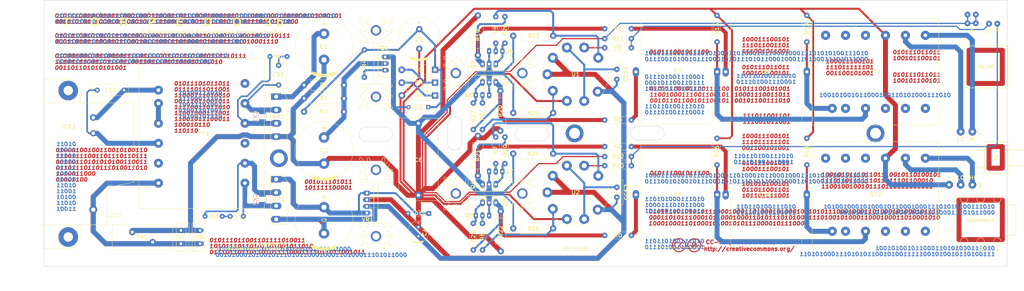
<source format=kicad_pcb>
(kicad_pcb (version 20171130) (host pcbnew "(2018-01-02 revision e4451c4d4)-master")

  (general
    (thickness 1.6)
    (drawings 101)
    (tracks 523)
    (zones 0)
    (modules 101)
    (nets 53)
  )

  (page A3)
  (layers
    (0 F.Cu signal)
    (31 B.Cu signal)
    (36 B.SilkS user)
    (37 F.SilkS user)
    (38 B.Mask user hide)
    (39 F.Mask user hide)
    (44 Edge.Cuts user)
    (45 Margin user)
  )

  (setup
    (last_trace_width 0.25)
    (user_trace_width 0.4572)
    (user_trace_width 0.762)
    (user_trace_width 1.524)
    (user_trace_width 1.9056)
    (trace_clearance 0.25)
    (zone_clearance 0.508)
    (zone_45_only no)
    (trace_min 0.2)
    (segment_width 0.2)
    (edge_width 0.15)
    (via_size 0.6)
    (via_drill 0.4)
    (via_min_size 0.4)
    (via_min_drill 0.3)
    (uvia_size 0.3)
    (uvia_drill 0.1)
    (uvias_allowed no)
    (uvia_min_size 0.2)
    (uvia_min_drill 0.1)
    (pcb_text_width 0.3)
    (pcb_text_size 1.5 1.5)
    (mod_edge_width 0.15)
    (mod_text_size 1.6 1.4)
    (mod_text_width 0.27)
    (pad_size 2.8 2.8)
    (pad_drill 1.2)
    (pad_to_mask_clearance 0.2)
    (aux_axis_origin 0 0)
    (visible_elements FFFFF77F)
    (pcbplotparams
      (layerselection 0x00020_00000000)
      (usegerberextensions false)
      (usegerberattributes false)
      (usegerberadvancedattributes false)
      (creategerberjobfile false)
      (excludeedgelayer false)
      (linewidth 0.101600)
      (plotframeref false)
      (viasonmask false)
      (mode 1)
      (useauxorigin false)
      (hpglpennumber 1)
      (hpglpenspeed 20)
      (hpglpendiameter 15)
      (psnegative false)
      (psa4output false)
      (plotreference true)
      (plotvalue false)
      (plotinvisibletext false)
      (padsonsilk true)
      (subtractmaskfromsilk false)
      (outputformat 1)
      (mirror false)
      (drillshape 0)
      (scaleselection 1)
      (outputdirectory ""))
  )

  (net 0 "")
  (net 1 "Net-(BR1-Pad1)")
  (net 2 "Net-(BR1-Pad2)")
  (net 3 GND)
  (net 4 "Net-(BR1-Pad3)")
  (net 5 "Net-(BR2-Pad1)")
  (net 6 "Net-(BR2-Pad2)")
  (net 7 -6.3V)
  (net 8 "Net-(BR2-Pad3)")
  (net 9 "Net-(C2-Pad1)")
  (net 10 "Net-(C5-Pad1)")
  (net 11 "Net-(C7-Pad1)")
  (net 12 "Net-(C7-Pad2)")
  (net 13 "Net-(C8-Pad1)")
  (net 14 "Net-(C8-Pad2)")
  (net 15 "Net-(C9-Pad1)")
  (net 16 "Net-(C9-Pad2)")
  (net 17 "Net-(C10-Pad1)")
  (net 18 "Net-(C10-Pad2)")
  (net 19 "Net-(CS1-Pad1)")
  (net 20 "Net-(CS2-Pad1)")
  (net 21 +225V)
  (net 22 "Net-(D3-Pad1)")
  (net 23 "Net-(D4-Pad1)")
  (net 24 "Net-(D6-Pad1)")
  (net 25 L-LoZ)
  (net 26 L-HiZ)
  (net 27 "Net-(OT1-Pad2)")
  (net 28 R-LoZ)
  (net 29 R-HiZ)
  (net 30 "Net-(OT2-Pad2)")
  (net 31 "Net-(PT1-Pad2)")
  (net 32 "Net-(Q1-Pad1)")
  (net 33 "Net-(Q2-Pad1)")
  (net 34 "Net-(Q3-Pad1)")
  (net 35 "Net-(Q4-Pad1)")
  (net 36 "Net-(Q5-Pad1)")
  (net 37 "Net-(Q6-Pad2)")
  (net 38 "Net-(Q7-Pad2)")
  (net 39 "Net-(Q8-Pad2)")
  (net 40 "Net-(Q9-Pad2)")
  (net 41 "Net-(R23-Pad2)")
  (net 42 "Net-(R24-Pad2)")
  (net 43 "Net-(R25-Pad2)")
  (net 44 "Net-(R26-Pad2)")
  (net 45 "Net-(R9-Pad1)")
  (net 46 L)
  (net 47 "Net-(R10-Pad1)")
  (net 48 R)
  (net 49 "Net-(CCS1-Pad1)")
  (net 50 "Net-(CCS2-Pad1)")
  (net 51 "Net-(C11-Pad1)")
  (net 52 "Net-(C11-Pad2)")

  (net_class Default "This is the default net class."
    (clearance 0.25)
    (trace_width 0.25)
    (via_dia 0.6)
    (via_drill 0.4)
    (uvia_dia 0.3)
    (uvia_drill 0.1)
    (add_net -6.3V)
    (add_net GND)
    (add_net L)
    (add_net L-HiZ)
    (add_net L-LoZ)
    (add_net "Net-(BR2-Pad1)")
    (add_net "Net-(BR2-Pad2)")
    (add_net "Net-(BR2-Pad3)")
    (add_net "Net-(CCS1-Pad1)")
    (add_net "Net-(CCS2-Pad1)")
    (add_net "Net-(CS2-Pad1)")
    (add_net "Net-(D6-Pad1)")
    (add_net "Net-(R10-Pad1)")
    (add_net "Net-(R9-Pad1)")
    (add_net R)
    (add_net R-HiZ)
    (add_net R-LoZ)
  )

  (net_class B+ ""
    (clearance 0.7)
    (trace_width 0.25)
    (via_dia 0.6)
    (via_drill 0.4)
    (uvia_dia 0.3)
    (uvia_drill 0.1)
    (add_net +225V)
    (add_net "Net-(BR1-Pad1)")
    (add_net "Net-(BR1-Pad2)")
    (add_net "Net-(BR1-Pad3)")
    (add_net "Net-(C10-Pad1)")
    (add_net "Net-(C10-Pad2)")
    (add_net "Net-(C11-Pad1)")
    (add_net "Net-(C11-Pad2)")
    (add_net "Net-(C2-Pad1)")
    (add_net "Net-(C5-Pad1)")
    (add_net "Net-(C7-Pad1)")
    (add_net "Net-(C7-Pad2)")
    (add_net "Net-(C8-Pad1)")
    (add_net "Net-(C8-Pad2)")
    (add_net "Net-(C9-Pad1)")
    (add_net "Net-(C9-Pad2)")
    (add_net "Net-(CS1-Pad1)")
    (add_net "Net-(D3-Pad1)")
    (add_net "Net-(D4-Pad1)")
    (add_net "Net-(OT1-Pad2)")
    (add_net "Net-(OT2-Pad2)")
    (add_net "Net-(PT1-Pad2)")
    (add_net "Net-(Q1-Pad1)")
    (add_net "Net-(Q2-Pad1)")
    (add_net "Net-(Q3-Pad1)")
    (add_net "Net-(Q4-Pad1)")
    (add_net "Net-(Q5-Pad1)")
    (add_net "Net-(Q6-Pad2)")
    (add_net "Net-(Q7-Pad2)")
    (add_net "Net-(Q8-Pad2)")
    (add_net "Net-(Q9-Pad2)")
    (add_net "Net-(R23-Pad2)")
    (add_net "Net-(R24-Pad2)")
    (add_net "Net-(R25-Pad2)")
    (add_net "Net-(R26-Pad2)")
  )

  (module Heatsinks:Heatsink_Aavid_513series_TO220 (layer F.Cu) (tedit 5A3BB539) (tstamp 5A7D9E6E)
    (at 152.0825 49.53 90)
    (fp_text reference REF** (at 0 -2 90) (layer F.SilkS) hide
      (effects (font (size 1 1) (thickness 0.15)))
    )
    (fp_text value Heatsink_Aavid_34.92x12.7mm_2xDrill2.67mm (at 0 8.6 90) (layer F.Fab)
      (effects (font (size 1 1) (thickness 0.15)))
    )
    (fp_line (start -7.915 -0.785) (end 7.915 -0.785) (layer F.SilkS) (width 0.15))
    (fp_line (start 7.915 0.785) (end -7.915 0.785) (layer F.SilkS) (width 0.15))
    (fp_line (start -1.75 -0.7841) (end -1.75 -0.5181) (layer F.SilkS) (width 0.15))
    (fp_line (start 1.75 -0.7714) (end 1.75 -0.5214) (layer F.SilkS) (width 0.15))
    (fp_line (start -1.75 0.7841) (end -1.75 0.5341) (layer F.SilkS) (width 0.15))
    (fp_line (start 1.75 0.5214) (end 1.75 0.7714) (layer F.SilkS) (width 0.15))
    (fp_line (start -1.75 -0.12) (end -1.75 0.12) (layer F.SilkS) (width 0.15))
    (fp_line (start 1.75 -0.12) (end 1.75 0.12) (layer F.SilkS) (width 0.15))
    (fp_arc (start -9.455 -3.59) (end -8.993941 -3.603543) (angle 145) (layer F.SilkS) (width 0.15))
    (fp_line (start -8.01 -5.93) (end -7.92 -0.8) (layer F.SilkS) (width 0.15))
    (fp_line (start -8.91 -5.92) (end -8.995 -3.59) (layer F.SilkS) (width 0.15))
    (fp_arc (start -12.655 -4.39) (end -12.232586 -4.575272) (angle 145) (layer F.SilkS) (width 0.15))
    (fp_arc (start -15.455 -3.59) (end -15.208406 -3.979808) (angle 160) (layer F.SilkS) (width 0.15))
    (fp_arc (start -8.46 -5.85) (end -8.901931 -5.964067) (angle 160) (layer F.SilkS) (width 0.15))
    (fp_arc (start -12.46 -5.85) (end -12.878473 -5.667806) (angle 170) (layer F.SilkS) (width 0.15))
    (fp_line (start -12.075 -6.1) (end -9.8 -3.285) (layer F.SilkS) (width 0.15))
    (fp_arc (start -16.96 -5.85) (end -17.243955 -5.492671) (angle 175) (layer F.SilkS) (width 0.15))
    (fp_arc (start -16.96 -2.95) (end -17.089421 -2.512319) (angle 175) (layer F.SilkS) (width 0.15))
    (fp_line (start -12.93 -4.015) (end -16.7 -6.23) (layer F.SilkS) (width 0.15))
    (fp_line (start -17.26 -5.51) (end -15.2 -3.98) (layer F.SilkS) (width 0.15))
    (fp_line (start -15.5 -3.13) (end -16.9 -3.4) (layer F.SilkS) (width 0.15))
    (fp_line (start -17.1 -2.5) (end -14.4 -1.4) (layer F.SilkS) (width 0.15))
    (fp_line (start -12.875 -5.66) (end -12.23 -4.57) (layer F.SilkS) (width 0.15))
    (fp_line (start -12.875 5.66) (end -12.23 4.57) (layer F.SilkS) (width 0.15))
    (fp_line (start -17.1 2.5) (end -14.4 1.4) (layer F.SilkS) (width 0.15))
    (fp_line (start -15.5 3.13) (end -16.9 3.4) (layer F.SilkS) (width 0.15))
    (fp_line (start -17.26 5.51) (end -15.2 3.98) (layer F.SilkS) (width 0.15))
    (fp_line (start -12.93 4.015) (end -16.7 6.23) (layer F.SilkS) (width 0.15))
    (fp_arc (start -16.96 2.95) (end -17.089421 2.512319) (angle -175) (layer F.SilkS) (width 0.15))
    (fp_arc (start -16.96 5.85) (end -17.243955 5.492671) (angle -175) (layer F.SilkS) (width 0.15))
    (fp_line (start -12.075 6.1) (end -9.8 3.285) (layer F.SilkS) (width 0.15))
    (fp_arc (start -12.46 5.85) (end -12.878473 5.667806) (angle -170) (layer F.SilkS) (width 0.15))
    (fp_arc (start -8.46 5.85) (end -8.901931 5.964067) (angle -160) (layer F.SilkS) (width 0.15))
    (fp_arc (start -15.455 3.59) (end -15.208406 3.979808) (angle -160) (layer F.SilkS) (width 0.15))
    (fp_arc (start -12.655 4.39) (end -12.232586 4.575272) (angle -145) (layer F.SilkS) (width 0.15))
    (fp_line (start -8.91 5.92) (end -8.995 3.59) (layer F.SilkS) (width 0.15))
    (fp_line (start -8.01 5.93) (end -7.92 0.8) (layer F.SilkS) (width 0.15))
    (fp_arc (start -9.455 3.59) (end -8.993941 3.603543) (angle -145) (layer F.SilkS) (width 0.15))
    (fp_arc (start 9.455 3.59) (end 8.993941 3.603543) (angle 145) (layer F.SilkS) (width 0.15))
    (fp_line (start 8.01 5.93) (end 7.92 0.8) (layer F.SilkS) (width 0.15))
    (fp_line (start 8.91 5.92) (end 8.995 3.59) (layer F.SilkS) (width 0.15))
    (fp_arc (start 12.655 4.39) (end 12.232586 4.575272) (angle 145) (layer F.SilkS) (width 0.15))
    (fp_arc (start 15.455 3.59) (end 15.208406 3.979808) (angle 160) (layer F.SilkS) (width 0.15))
    (fp_arc (start 8.46 5.85) (end 8.901931 5.964067) (angle 160) (layer F.SilkS) (width 0.15))
    (fp_arc (start 12.46 5.85) (end 12.878473 5.667806) (angle 170) (layer F.SilkS) (width 0.15))
    (fp_line (start 12.075 6.1) (end 9.8 3.285) (layer F.SilkS) (width 0.15))
    (fp_arc (start 16.96 5.85) (end 17.243955 5.492671) (angle 175) (layer F.SilkS) (width 0.15))
    (fp_arc (start 16.96 2.95) (end 17.089421 2.512319) (angle 175) (layer F.SilkS) (width 0.15))
    (fp_line (start 12.93 4.015) (end 16.7 6.23) (layer F.SilkS) (width 0.15))
    (fp_line (start 17.26 5.51) (end 15.2 3.98) (layer F.SilkS) (width 0.15))
    (fp_line (start 15.5 3.13) (end 16.9 3.4) (layer F.SilkS) (width 0.15))
    (fp_line (start 17.1 2.5) (end 14.4 1.4) (layer F.SilkS) (width 0.15))
    (fp_line (start 12.875 5.66) (end 12.23 4.57) (layer F.SilkS) (width 0.15))
    (fp_line (start 12.875 -5.66) (end 12.23 -4.57) (layer F.SilkS) (width 0.15))
    (fp_line (start 17.1 -2.5) (end 14.4 -1.4) (layer F.SilkS) (width 0.15))
    (fp_line (start 15.5 -3.13) (end 16.9 -3.4) (layer F.SilkS) (width 0.15))
    (fp_line (start 17.26 -5.51) (end 15.2 -3.98) (layer F.SilkS) (width 0.15))
    (fp_line (start 12.93 -4.015) (end 16.7 -6.23) (layer F.SilkS) (width 0.15))
    (fp_arc (start 16.96 -2.95) (end 17.089421 -2.512319) (angle -175) (layer F.SilkS) (width 0.15))
    (fp_arc (start 16.96 -5.85) (end 17.243955 -5.492671) (angle -175) (layer F.SilkS) (width 0.15))
    (fp_line (start 12.075 -6.1) (end 9.8 -3.285) (layer F.SilkS) (width 0.15))
    (fp_arc (start 12.46 -5.85) (end 12.878473 -5.667806) (angle -170) (layer F.SilkS) (width 0.15))
    (fp_arc (start 8.46 -5.85) (end 8.901931 -5.964067) (angle -160) (layer F.SilkS) (width 0.15))
    (fp_arc (start 15.455 -3.59) (end 15.208406 -3.979808) (angle -160) (layer F.SilkS) (width 0.15))
    (fp_arc (start 12.655 -4.39) (end 12.232586 -4.575272) (angle -145) (layer F.SilkS) (width 0.15))
    (fp_line (start 8.91 -5.92) (end 8.995 -3.59) (layer F.SilkS) (width 0.15))
    (fp_line (start 8.01 -5.93) (end 7.92 -0.8) (layer F.SilkS) (width 0.15))
    (fp_arc (start 9.455 -3.59) (end 8.993941 -3.603543) (angle -145) (layer F.SilkS) (width 0.15))
    (pad 1 thru_hole circle (at 12.7 0 90) (size 4 4) (drill 2.67) (layers *.Cu *.Mask))
    (pad 1 thru_hole circle (at -12.7 0 90) (size 4 4) (drill 2.67) (layers *.Cu *.Mask))
  )

  (module Heatsinks:Heatsink_Aavid_513series_TO220 (layer F.Cu) (tedit 5A3BB539) (tstamp 5A7D9EE7)
    (at 152.0825 102.87 90)
    (fp_text reference REF** (at 0 -2 90) (layer F.SilkS) hide
      (effects (font (size 1 1) (thickness 0.15)))
    )
    (fp_text value Heatsink_Aavid_34.92x12.7mm_2xDrill2.67mm (at 0 8.6 90) (layer F.Fab)
      (effects (font (size 1 1) (thickness 0.15)))
    )
    (fp_line (start -7.915 -0.785) (end 7.915 -0.785) (layer F.SilkS) (width 0.15))
    (fp_line (start 7.915 0.785) (end -7.915 0.785) (layer F.SilkS) (width 0.15))
    (fp_line (start -1.75 -0.7841) (end -1.75 -0.5181) (layer F.SilkS) (width 0.15))
    (fp_line (start 1.75 -0.7714) (end 1.75 -0.5214) (layer F.SilkS) (width 0.15))
    (fp_line (start -1.75 0.7841) (end -1.75 0.5341) (layer F.SilkS) (width 0.15))
    (fp_line (start 1.75 0.5214) (end 1.75 0.7714) (layer F.SilkS) (width 0.15))
    (fp_line (start -1.75 -0.12) (end -1.75 0.12) (layer F.SilkS) (width 0.15))
    (fp_line (start 1.75 -0.12) (end 1.75 0.12) (layer F.SilkS) (width 0.15))
    (fp_arc (start -9.455 -3.59) (end -8.993941 -3.603543) (angle 145) (layer F.SilkS) (width 0.15))
    (fp_line (start -8.01 -5.93) (end -7.92 -0.8) (layer F.SilkS) (width 0.15))
    (fp_line (start -8.91 -5.92) (end -8.995 -3.59) (layer F.SilkS) (width 0.15))
    (fp_arc (start -12.655 -4.39) (end -12.232586 -4.575272) (angle 145) (layer F.SilkS) (width 0.15))
    (fp_arc (start -15.455 -3.59) (end -15.208406 -3.979808) (angle 160) (layer F.SilkS) (width 0.15))
    (fp_arc (start -8.46 -5.85) (end -8.901931 -5.964067) (angle 160) (layer F.SilkS) (width 0.15))
    (fp_arc (start -12.46 -5.85) (end -12.878473 -5.667806) (angle 170) (layer F.SilkS) (width 0.15))
    (fp_line (start -12.075 -6.1) (end -9.8 -3.285) (layer F.SilkS) (width 0.15))
    (fp_arc (start -16.96 -5.85) (end -17.243955 -5.492671) (angle 175) (layer F.SilkS) (width 0.15))
    (fp_arc (start -16.96 -2.95) (end -17.089421 -2.512319) (angle 175) (layer F.SilkS) (width 0.15))
    (fp_line (start -12.93 -4.015) (end -16.7 -6.23) (layer F.SilkS) (width 0.15))
    (fp_line (start -17.26 -5.51) (end -15.2 -3.98) (layer F.SilkS) (width 0.15))
    (fp_line (start -15.5 -3.13) (end -16.9 -3.4) (layer F.SilkS) (width 0.15))
    (fp_line (start -17.1 -2.5) (end -14.4 -1.4) (layer F.SilkS) (width 0.15))
    (fp_line (start -12.875 -5.66) (end -12.23 -4.57) (layer F.SilkS) (width 0.15))
    (fp_line (start -12.875 5.66) (end -12.23 4.57) (layer F.SilkS) (width 0.15))
    (fp_line (start -17.1 2.5) (end -14.4 1.4) (layer F.SilkS) (width 0.15))
    (fp_line (start -15.5 3.13) (end -16.9 3.4) (layer F.SilkS) (width 0.15))
    (fp_line (start -17.26 5.51) (end -15.2 3.98) (layer F.SilkS) (width 0.15))
    (fp_line (start -12.93 4.015) (end -16.7 6.23) (layer F.SilkS) (width 0.15))
    (fp_arc (start -16.96 2.95) (end -17.089421 2.512319) (angle -175) (layer F.SilkS) (width 0.15))
    (fp_arc (start -16.96 5.85) (end -17.243955 5.492671) (angle -175) (layer F.SilkS) (width 0.15))
    (fp_line (start -12.075 6.1) (end -9.8 3.285) (layer F.SilkS) (width 0.15))
    (fp_arc (start -12.46 5.85) (end -12.878473 5.667806) (angle -170) (layer F.SilkS) (width 0.15))
    (fp_arc (start -8.46 5.85) (end -8.901931 5.964067) (angle -160) (layer F.SilkS) (width 0.15))
    (fp_arc (start -15.455 3.59) (end -15.208406 3.979808) (angle -160) (layer F.SilkS) (width 0.15))
    (fp_arc (start -12.655 4.39) (end -12.232586 4.575272) (angle -145) (layer F.SilkS) (width 0.15))
    (fp_line (start -8.91 5.92) (end -8.995 3.59) (layer F.SilkS) (width 0.15))
    (fp_line (start -8.01 5.93) (end -7.92 0.8) (layer F.SilkS) (width 0.15))
    (fp_arc (start -9.455 3.59) (end -8.993941 3.603543) (angle -145) (layer F.SilkS) (width 0.15))
    (fp_arc (start 9.455 3.59) (end 8.993941 3.603543) (angle 145) (layer F.SilkS) (width 0.15))
    (fp_line (start 8.01 5.93) (end 7.92 0.8) (layer F.SilkS) (width 0.15))
    (fp_line (start 8.91 5.92) (end 8.995 3.59) (layer F.SilkS) (width 0.15))
    (fp_arc (start 12.655 4.39) (end 12.232586 4.575272) (angle 145) (layer F.SilkS) (width 0.15))
    (fp_arc (start 15.455 3.59) (end 15.208406 3.979808) (angle 160) (layer F.SilkS) (width 0.15))
    (fp_arc (start 8.46 5.85) (end 8.901931 5.964067) (angle 160) (layer F.SilkS) (width 0.15))
    (fp_arc (start 12.46 5.85) (end 12.878473 5.667806) (angle 170) (layer F.SilkS) (width 0.15))
    (fp_line (start 12.075 6.1) (end 9.8 3.285) (layer F.SilkS) (width 0.15))
    (fp_arc (start 16.96 5.85) (end 17.243955 5.492671) (angle 175) (layer F.SilkS) (width 0.15))
    (fp_arc (start 16.96 2.95) (end 17.089421 2.512319) (angle 175) (layer F.SilkS) (width 0.15))
    (fp_line (start 12.93 4.015) (end 16.7 6.23) (layer F.SilkS) (width 0.15))
    (fp_line (start 17.26 5.51) (end 15.2 3.98) (layer F.SilkS) (width 0.15))
    (fp_line (start 15.5 3.13) (end 16.9 3.4) (layer F.SilkS) (width 0.15))
    (fp_line (start 17.1 2.5) (end 14.4 1.4) (layer F.SilkS) (width 0.15))
    (fp_line (start 12.875 5.66) (end 12.23 4.57) (layer F.SilkS) (width 0.15))
    (fp_line (start 12.875 -5.66) (end 12.23 -4.57) (layer F.SilkS) (width 0.15))
    (fp_line (start 17.1 -2.5) (end 14.4 -1.4) (layer F.SilkS) (width 0.15))
    (fp_line (start 15.5 -3.13) (end 16.9 -3.4) (layer F.SilkS) (width 0.15))
    (fp_line (start 17.26 -5.51) (end 15.2 -3.98) (layer F.SilkS) (width 0.15))
    (fp_line (start 12.93 -4.015) (end 16.7 -6.23) (layer F.SilkS) (width 0.15))
    (fp_arc (start 16.96 -2.95) (end 17.089421 -2.512319) (angle -175) (layer F.SilkS) (width 0.15))
    (fp_arc (start 16.96 -5.85) (end 17.243955 -5.492671) (angle -175) (layer F.SilkS) (width 0.15))
    (fp_line (start 12.075 -6.1) (end 9.8 -3.285) (layer F.SilkS) (width 0.15))
    (fp_arc (start 12.46 -5.85) (end 12.878473 -5.667806) (angle -170) (layer F.SilkS) (width 0.15))
    (fp_arc (start 8.46 -5.85) (end 8.901931 -5.964067) (angle -160) (layer F.SilkS) (width 0.15))
    (fp_arc (start 15.455 -3.59) (end 15.208406 -3.979808) (angle -160) (layer F.SilkS) (width 0.15))
    (fp_arc (start 12.655 -4.39) (end 12.232586 -4.575272) (angle -145) (layer F.SilkS) (width 0.15))
    (fp_line (start 8.91 -5.92) (end 8.995 -3.59) (layer F.SilkS) (width 0.15))
    (fp_line (start 8.01 -5.93) (end 7.92 -0.8) (layer F.SilkS) (width 0.15))
    (fp_arc (start 9.455 -3.59) (end 8.993941 -3.603543) (angle -145) (layer F.SilkS) (width 0.15))
    (pad 1 thru_hole circle (at 12.7 0 90) (size 4 4) (drill 2.67) (layers *.Cu *.Mask))
    (pad 1 thru_hole circle (at -12.7 0 90) (size 4 4) (drill 2.67) (layers *.Cu *.Mask))
  )

  (module Heatsinks:Heatsink_Aavid_513series_TO220 (layer F.Cu) (tedit 5A3BB539) (tstamp 5A7D9F60)
    (at 195.2625 53.18125)
    (fp_text reference REF** (at 0 -2) (layer F.SilkS) hide
      (effects (font (size 1 1) (thickness 0.15)))
    )
    (fp_text value Heatsink_Aavid_34.92x12.7mm_2xDrill2.67mm (at 0 8.6) (layer F.Fab)
      (effects (font (size 1 1) (thickness 0.15)))
    )
    (fp_line (start -7.915 -0.785) (end 7.915 -0.785) (layer F.SilkS) (width 0.15))
    (fp_line (start 7.915 0.785) (end -7.915 0.785) (layer F.SilkS) (width 0.15))
    (fp_line (start -1.75 -0.7841) (end -1.75 -0.5181) (layer F.SilkS) (width 0.15))
    (fp_line (start 1.75 -0.7714) (end 1.75 -0.5214) (layer F.SilkS) (width 0.15))
    (fp_line (start -1.75 0.7841) (end -1.75 0.5341) (layer F.SilkS) (width 0.15))
    (fp_line (start 1.75 0.5214) (end 1.75 0.7714) (layer F.SilkS) (width 0.15))
    (fp_line (start -1.75 -0.12) (end -1.75 0.12) (layer F.SilkS) (width 0.15))
    (fp_line (start 1.75 -0.12) (end 1.75 0.12) (layer F.SilkS) (width 0.15))
    (fp_arc (start -9.455 -3.59) (end -8.993941 -3.603543) (angle 145) (layer F.SilkS) (width 0.15))
    (fp_line (start -8.01 -5.93) (end -7.92 -0.8) (layer F.SilkS) (width 0.15))
    (fp_line (start -8.91 -5.92) (end -8.995 -3.59) (layer F.SilkS) (width 0.15))
    (fp_arc (start -12.655 -4.39) (end -12.232586 -4.575272) (angle 145) (layer F.SilkS) (width 0.15))
    (fp_arc (start -15.455 -3.59) (end -15.208406 -3.979808) (angle 160) (layer F.SilkS) (width 0.15))
    (fp_arc (start -8.46 -5.85) (end -8.901931 -5.964067) (angle 160) (layer F.SilkS) (width 0.15))
    (fp_arc (start -12.46 -5.85) (end -12.878473 -5.667806) (angle 170) (layer F.SilkS) (width 0.15))
    (fp_line (start -12.075 -6.1) (end -9.8 -3.285) (layer F.SilkS) (width 0.15))
    (fp_arc (start -16.96 -5.85) (end -17.243955 -5.492671) (angle 175) (layer F.SilkS) (width 0.15))
    (fp_arc (start -16.96 -2.95) (end -17.089421 -2.512319) (angle 175) (layer F.SilkS) (width 0.15))
    (fp_line (start -12.93 -4.015) (end -16.7 -6.23) (layer F.SilkS) (width 0.15))
    (fp_line (start -17.26 -5.51) (end -15.2 -3.98) (layer F.SilkS) (width 0.15))
    (fp_line (start -15.5 -3.13) (end -16.9 -3.4) (layer F.SilkS) (width 0.15))
    (fp_line (start -17.1 -2.5) (end -14.4 -1.4) (layer F.SilkS) (width 0.15))
    (fp_line (start -12.875 -5.66) (end -12.23 -4.57) (layer F.SilkS) (width 0.15))
    (fp_line (start -12.875 5.66) (end -12.23 4.57) (layer F.SilkS) (width 0.15))
    (fp_line (start -17.1 2.5) (end -14.4 1.4) (layer F.SilkS) (width 0.15))
    (fp_line (start -15.5 3.13) (end -16.9 3.4) (layer F.SilkS) (width 0.15))
    (fp_line (start -17.26 5.51) (end -15.2 3.98) (layer F.SilkS) (width 0.15))
    (fp_line (start -12.93 4.015) (end -16.7 6.23) (layer F.SilkS) (width 0.15))
    (fp_arc (start -16.96 2.95) (end -17.089421 2.512319) (angle -175) (layer F.SilkS) (width 0.15))
    (fp_arc (start -16.96 5.85) (end -17.243955 5.492671) (angle -175) (layer F.SilkS) (width 0.15))
    (fp_line (start -12.075 6.1) (end -9.8 3.285) (layer F.SilkS) (width 0.15))
    (fp_arc (start -12.46 5.85) (end -12.878473 5.667806) (angle -170) (layer F.SilkS) (width 0.15))
    (fp_arc (start -8.46 5.85) (end -8.901931 5.964067) (angle -160) (layer F.SilkS) (width 0.15))
    (fp_arc (start -15.455 3.59) (end -15.208406 3.979808) (angle -160) (layer F.SilkS) (width 0.15))
    (fp_arc (start -12.655 4.39) (end -12.232586 4.575272) (angle -145) (layer F.SilkS) (width 0.15))
    (fp_line (start -8.91 5.92) (end -8.995 3.59) (layer F.SilkS) (width 0.15))
    (fp_line (start -8.01 5.93) (end -7.92 0.8) (layer F.SilkS) (width 0.15))
    (fp_arc (start -9.455 3.59) (end -8.993941 3.603543) (angle -145) (layer F.SilkS) (width 0.15))
    (fp_arc (start 9.455 3.59) (end 8.993941 3.603543) (angle 145) (layer F.SilkS) (width 0.15))
    (fp_line (start 8.01 5.93) (end 7.92 0.8) (layer F.SilkS) (width 0.15))
    (fp_line (start 8.91 5.92) (end 8.995 3.59) (layer F.SilkS) (width 0.15))
    (fp_arc (start 12.655 4.39) (end 12.232586 4.575272) (angle 145) (layer F.SilkS) (width 0.15))
    (fp_arc (start 15.455 3.59) (end 15.208406 3.979808) (angle 160) (layer F.SilkS) (width 0.15))
    (fp_arc (start 8.46 5.85) (end 8.901931 5.964067) (angle 160) (layer F.SilkS) (width 0.15))
    (fp_arc (start 12.46 5.85) (end 12.878473 5.667806) (angle 170) (layer F.SilkS) (width 0.15))
    (fp_line (start 12.075 6.1) (end 9.8 3.285) (layer F.SilkS) (width 0.15))
    (fp_arc (start 16.96 5.85) (end 17.243955 5.492671) (angle 175) (layer F.SilkS) (width 0.15))
    (fp_arc (start 16.96 2.95) (end 17.089421 2.512319) (angle 175) (layer F.SilkS) (width 0.15))
    (fp_line (start 12.93 4.015) (end 16.7 6.23) (layer F.SilkS) (width 0.15))
    (fp_line (start 17.26 5.51) (end 15.2 3.98) (layer F.SilkS) (width 0.15))
    (fp_line (start 15.5 3.13) (end 16.9 3.4) (layer F.SilkS) (width 0.15))
    (fp_line (start 17.1 2.5) (end 14.4 1.4) (layer F.SilkS) (width 0.15))
    (fp_line (start 12.875 5.66) (end 12.23 4.57) (layer F.SilkS) (width 0.15))
    (fp_line (start 12.875 -5.66) (end 12.23 -4.57) (layer F.SilkS) (width 0.15))
    (fp_line (start 17.1 -2.5) (end 14.4 -1.4) (layer F.SilkS) (width 0.15))
    (fp_line (start 15.5 -3.13) (end 16.9 -3.4) (layer F.SilkS) (width 0.15))
    (fp_line (start 17.26 -5.51) (end 15.2 -3.98) (layer F.SilkS) (width 0.15))
    (fp_line (start 12.93 -4.015) (end 16.7 -6.23) (layer F.SilkS) (width 0.15))
    (fp_arc (start 16.96 -2.95) (end 17.089421 -2.512319) (angle -175) (layer F.SilkS) (width 0.15))
    (fp_arc (start 16.96 -5.85) (end 17.243955 -5.492671) (angle -175) (layer F.SilkS) (width 0.15))
    (fp_line (start 12.075 -6.1) (end 9.8 -3.285) (layer F.SilkS) (width 0.15))
    (fp_arc (start 12.46 -5.85) (end 12.878473 -5.667806) (angle -170) (layer F.SilkS) (width 0.15))
    (fp_arc (start 8.46 -5.85) (end 8.901931 -5.964067) (angle -160) (layer F.SilkS) (width 0.15))
    (fp_arc (start 15.455 -3.59) (end 15.208406 -3.979808) (angle -160) (layer F.SilkS) (width 0.15))
    (fp_arc (start 12.655 -4.39) (end 12.232586 -4.575272) (angle -145) (layer F.SilkS) (width 0.15))
    (fp_line (start 8.91 -5.92) (end 8.995 -3.59) (layer F.SilkS) (width 0.15))
    (fp_line (start 8.01 -5.93) (end 7.92 -0.8) (layer F.SilkS) (width 0.15))
    (fp_arc (start 9.455 -3.59) (end 8.993941 -3.603543) (angle -145) (layer F.SilkS) (width 0.15))
    (pad 1 thru_hole circle (at 12.7 0) (size 4 4) (drill 2.67) (layers *.Cu *.Mask))
    (pad 1 thru_hole circle (at -12.7 0) (size 4 4) (drill 2.67) (layers *.Cu *.Mask))
  )

  (module Heatsinks:Heatsink_Aavid_513series_TO220 (layer F.Cu) (tedit 5A3BB539) (tstamp 5A7D9FD9)
    (at 195.2625 99.21875)
    (fp_text reference REF** (at 0 -2) (layer F.SilkS) hide
      (effects (font (size 1 1) (thickness 0.15)))
    )
    (fp_text value Heatsink_Aavid_34.92x12.7mm_2xDrill2.67mm (at 0 8.6) (layer F.Fab)
      (effects (font (size 1 1) (thickness 0.15)))
    )
    (fp_line (start -7.915 -0.785) (end 7.915 -0.785) (layer F.SilkS) (width 0.15))
    (fp_line (start 7.915 0.785) (end -7.915 0.785) (layer F.SilkS) (width 0.15))
    (fp_line (start -1.75 -0.7841) (end -1.75 -0.5181) (layer F.SilkS) (width 0.15))
    (fp_line (start 1.75 -0.7714) (end 1.75 -0.5214) (layer F.SilkS) (width 0.15))
    (fp_line (start -1.75 0.7841) (end -1.75 0.5341) (layer F.SilkS) (width 0.15))
    (fp_line (start 1.75 0.5214) (end 1.75 0.7714) (layer F.SilkS) (width 0.15))
    (fp_line (start -1.75 -0.12) (end -1.75 0.12) (layer F.SilkS) (width 0.15))
    (fp_line (start 1.75 -0.12) (end 1.75 0.12) (layer F.SilkS) (width 0.15))
    (fp_arc (start -9.455 -3.59) (end -8.993941 -3.603543) (angle 145) (layer F.SilkS) (width 0.15))
    (fp_line (start -8.01 -5.93) (end -7.92 -0.8) (layer F.SilkS) (width 0.15))
    (fp_line (start -8.91 -5.92) (end -8.995 -3.59) (layer F.SilkS) (width 0.15))
    (fp_arc (start -12.655 -4.39) (end -12.232586 -4.575272) (angle 145) (layer F.SilkS) (width 0.15))
    (fp_arc (start -15.455 -3.59) (end -15.208406 -3.979808) (angle 160) (layer F.SilkS) (width 0.15))
    (fp_arc (start -8.46 -5.85) (end -8.901931 -5.964067) (angle 160) (layer F.SilkS) (width 0.15))
    (fp_arc (start -12.46 -5.85) (end -12.878473 -5.667806) (angle 170) (layer F.SilkS) (width 0.15))
    (fp_line (start -12.075 -6.1) (end -9.8 -3.285) (layer F.SilkS) (width 0.15))
    (fp_arc (start -16.96 -5.85) (end -17.243955 -5.492671) (angle 175) (layer F.SilkS) (width 0.15))
    (fp_arc (start -16.96 -2.95) (end -17.089421 -2.512319) (angle 175) (layer F.SilkS) (width 0.15))
    (fp_line (start -12.93 -4.015) (end -16.7 -6.23) (layer F.SilkS) (width 0.15))
    (fp_line (start -17.26 -5.51) (end -15.2 -3.98) (layer F.SilkS) (width 0.15))
    (fp_line (start -15.5 -3.13) (end -16.9 -3.4) (layer F.SilkS) (width 0.15))
    (fp_line (start -17.1 -2.5) (end -14.4 -1.4) (layer F.SilkS) (width 0.15))
    (fp_line (start -12.875 -5.66) (end -12.23 -4.57) (layer F.SilkS) (width 0.15))
    (fp_line (start -12.875 5.66) (end -12.23 4.57) (layer F.SilkS) (width 0.15))
    (fp_line (start -17.1 2.5) (end -14.4 1.4) (layer F.SilkS) (width 0.15))
    (fp_line (start -15.5 3.13) (end -16.9 3.4) (layer F.SilkS) (width 0.15))
    (fp_line (start -17.26 5.51) (end -15.2 3.98) (layer F.SilkS) (width 0.15))
    (fp_line (start -12.93 4.015) (end -16.7 6.23) (layer F.SilkS) (width 0.15))
    (fp_arc (start -16.96 2.95) (end -17.089421 2.512319) (angle -175) (layer F.SilkS) (width 0.15))
    (fp_arc (start -16.96 5.85) (end -17.243955 5.492671) (angle -175) (layer F.SilkS) (width 0.15))
    (fp_line (start -12.075 6.1) (end -9.8 3.285) (layer F.SilkS) (width 0.15))
    (fp_arc (start -12.46 5.85) (end -12.878473 5.667806) (angle -170) (layer F.SilkS) (width 0.15))
    (fp_arc (start -8.46 5.85) (end -8.901931 5.964067) (angle -160) (layer F.SilkS) (width 0.15))
    (fp_arc (start -15.455 3.59) (end -15.208406 3.979808) (angle -160) (layer F.SilkS) (width 0.15))
    (fp_arc (start -12.655 4.39) (end -12.232586 4.575272) (angle -145) (layer F.SilkS) (width 0.15))
    (fp_line (start -8.91 5.92) (end -8.995 3.59) (layer F.SilkS) (width 0.15))
    (fp_line (start -8.01 5.93) (end -7.92 0.8) (layer F.SilkS) (width 0.15))
    (fp_arc (start -9.455 3.59) (end -8.993941 3.603543) (angle -145) (layer F.SilkS) (width 0.15))
    (fp_arc (start 9.455 3.59) (end 8.993941 3.603543) (angle 145) (layer F.SilkS) (width 0.15))
    (fp_line (start 8.01 5.93) (end 7.92 0.8) (layer F.SilkS) (width 0.15))
    (fp_line (start 8.91 5.92) (end 8.995 3.59) (layer F.SilkS) (width 0.15))
    (fp_arc (start 12.655 4.39) (end 12.232586 4.575272) (angle 145) (layer F.SilkS) (width 0.15))
    (fp_arc (start 15.455 3.59) (end 15.208406 3.979808) (angle 160) (layer F.SilkS) (width 0.15))
    (fp_arc (start 8.46 5.85) (end 8.901931 5.964067) (angle 160) (layer F.SilkS) (width 0.15))
    (fp_arc (start 12.46 5.85) (end 12.878473 5.667806) (angle 170) (layer F.SilkS) (width 0.15))
    (fp_line (start 12.075 6.1) (end 9.8 3.285) (layer F.SilkS) (width 0.15))
    (fp_arc (start 16.96 5.85) (end 17.243955 5.492671) (angle 175) (layer F.SilkS) (width 0.15))
    (fp_arc (start 16.96 2.95) (end 17.089421 2.512319) (angle 175) (layer F.SilkS) (width 0.15))
    (fp_line (start 12.93 4.015) (end 16.7 6.23) (layer F.SilkS) (width 0.15))
    (fp_line (start 17.26 5.51) (end 15.2 3.98) (layer F.SilkS) (width 0.15))
    (fp_line (start 15.5 3.13) (end 16.9 3.4) (layer F.SilkS) (width 0.15))
    (fp_line (start 17.1 2.5) (end 14.4 1.4) (layer F.SilkS) (width 0.15))
    (fp_line (start 12.875 5.66) (end 12.23 4.57) (layer F.SilkS) (width 0.15))
    (fp_line (start 12.875 -5.66) (end 12.23 -4.57) (layer F.SilkS) (width 0.15))
    (fp_line (start 17.1 -2.5) (end 14.4 -1.4) (layer F.SilkS) (width 0.15))
    (fp_line (start 15.5 -3.13) (end 16.9 -3.4) (layer F.SilkS) (width 0.15))
    (fp_line (start 17.26 -5.51) (end 15.2 -3.98) (layer F.SilkS) (width 0.15))
    (fp_line (start 12.93 -4.015) (end 16.7 -6.23) (layer F.SilkS) (width 0.15))
    (fp_arc (start 16.96 -2.95) (end 17.089421 -2.512319) (angle -175) (layer F.SilkS) (width 0.15))
    (fp_arc (start 16.96 -5.85) (end 17.243955 -5.492671) (angle -175) (layer F.SilkS) (width 0.15))
    (fp_line (start 12.075 -6.1) (end 9.8 -3.285) (layer F.SilkS) (width 0.15))
    (fp_arc (start 12.46 -5.85) (end 12.878473 -5.667806) (angle -170) (layer F.SilkS) (width 0.15))
    (fp_arc (start 8.46 -5.85) (end 8.901931 -5.964067) (angle -160) (layer F.SilkS) (width 0.15))
    (fp_arc (start 15.455 -3.59) (end 15.208406 -3.979808) (angle -160) (layer F.SilkS) (width 0.15))
    (fp_arc (start 12.655 -4.39) (end 12.232586 -4.575272) (angle -145) (layer F.SilkS) (width 0.15))
    (fp_line (start 8.91 -5.92) (end 8.995 -3.59) (layer F.SilkS) (width 0.15))
    (fp_line (start 8.01 -5.93) (end 7.92 -0.8) (layer F.SilkS) (width 0.15))
    (fp_arc (start 9.455 -3.59) (end 8.993941 -3.603543) (angle -145) (layer F.SilkS) (width 0.15))
    (pad 1 thru_hole circle (at 12.7 0) (size 4 4) (drill 2.67) (layers *.Cu *.Mask))
    (pad 1 thru_hole circle (at -12.7 0) (size 4 4) (drill 2.67) (layers *.Cu *.Mask))
  )

  (module Diodes_THT:D_DO-35_SOD27_P7.62mm_Horizontal (layer F.Cu) (tedit 5A32A213) (tstamp 5A7B44FC)
    (at 172.1104 66.19875 180)
    (descr "D, DO-35_SOD27 series, Axial, Horizontal, pin pitch=7.62mm, , length*diameter=4*2mm^2, , http://www.diodes.com/_files/packages/DO-35.pdf")
    (tags "D DO-35_SOD27 series Axial Horizontal pin pitch 7.62mm  length 4mm diameter 2mm")
    (path /5A1D96B0)
    (fp_text reference D2 (at 3.81 0 180) (layer F.SilkS)
      (effects (font (size 1.2 1.4) (thickness 0.25)))
    )
    (fp_text value 12V (at 3.81 2.06 180) (layer F.Fab)
      (effects (font (size 1 1) (thickness 0.15)))
    )
    (fp_text user %R (at 3.81 0 180) (layer F.Fab)
      (effects (font (size 1 1) (thickness 0.15)))
    )
    (fp_line (start 1.81 -1) (end 1.81 1) (layer F.Fab) (width 0.1))
    (fp_line (start 1.81 1) (end 5.81 1) (layer F.Fab) (width 0.1))
    (fp_line (start 5.81 1) (end 5.81 -1) (layer F.Fab) (width 0.1))
    (fp_line (start 5.81 -1) (end 1.81 -1) (layer F.Fab) (width 0.1))
    (fp_line (start 0 0) (end 1.81 0) (layer F.Fab) (width 0.1))
    (fp_line (start 7.62 0) (end 5.81 0) (layer F.Fab) (width 0.1))
    (fp_line (start 2.41 -1) (end 2.41 1) (layer F.Fab) (width 0.1))
    (fp_line (start 1.75 -1.06) (end 1.75 1.06) (layer F.SilkS) (width 0.12))
    (fp_line (start 1.75 1.06) (end 5.87 1.06) (layer F.SilkS) (width 0.12))
    (fp_line (start 5.87 1.06) (end 5.87 -1.06) (layer F.SilkS) (width 0.12))
    (fp_line (start 5.87 -1.06) (end 1.75 -1.06) (layer F.SilkS) (width 0.12))
    (fp_line (start 0.98 0) (end 1.75 0) (layer F.SilkS) (width 0.12))
    (fp_line (start 6.64 0) (end 5.87 0) (layer F.SilkS) (width 0.12))
    (fp_line (start 2.41 -1.06) (end 2.41 1.06) (layer F.SilkS) (width 0.12))
    (fp_line (start -1.05 -1.35) (end -1.05 1.35) (layer F.CrtYd) (width 0.05))
    (fp_line (start -1.05 1.35) (end 8.7 1.35) (layer F.CrtYd) (width 0.05))
    (fp_line (start 8.7 1.35) (end 8.7 -1.35) (layer F.CrtYd) (width 0.05))
    (fp_line (start 8.7 -1.35) (end -1.05 -1.35) (layer F.CrtYd) (width 0.05))
    (pad 1 thru_hole rect (at 0.05 0 180) (size 1.6 1.6) (drill 0.8) (layers *.Cu *.Mask)
      (net 10 "Net-(C5-Pad1)"))
    (pad 2 thru_hole oval (at 7.57 0 180) (size 1.6 1.6) (drill 0.8) (layers *.Cu *.Mask)
      (net 21 +225V))
    (model ${KISYS3DMOD}/Diodes_THT.3dshapes/D_DO-35_SOD27_P7.62mm_Horizontal.wrl
      (at (xyz 0 0 0))
      (scale (xyz 0.393701 0.393701 0.393701))
      (rotate (xyz 0 0 0))
    )
  )

  (module logos:Torpedo3b_logo (layer F.Cu) (tedit 0) (tstamp 5A7B492C)
    (at 74.77125 35.40125)
    (fp_text reference G*** (at 0 0) (layer F.SilkS) hide
      (effects (font (size 1.4 1.6) (thickness 0.27)))
    )
    (fp_text value LOGO (at 0.75 0) (layer F.SilkS) hide
      (effects (font (size 1.524 1.524) (thickness 0.3)))
    )
    (fp_poly (pts (xy 12.73175 -3.464035) (xy 13.078635 -3.456897) (xy 13.353352 -3.445488) (xy 13.568393 -3.426583)
      (xy 13.736251 -3.396955) (xy 13.869417 -3.353378) (xy 13.980384 -3.292625) (xy 14.081645 -3.211471)
      (xy 14.185691 -3.10669) (xy 14.207701 -3.082868) (xy 14.385098 -2.830204) (xy 14.509045 -2.528486)
      (xy 14.580391 -2.193614) (xy 14.599984 -1.841491) (xy 14.568674 -1.488018) (xy 14.487309 -1.149095)
      (xy 14.356738 -0.840626) (xy 14.177811 -0.57851) (xy 14.068094 -0.467699) (xy 13.952276 -0.374064)
      (xy 13.835381 -0.301955) (xy 13.704371 -0.24867) (xy 13.546205 -0.211506) (xy 13.347844 -0.187759)
      (xy 13.096248 -0.174726) (xy 12.778377 -0.169705) (xy 12.628816 -0.169333) (xy 11.811 -0.169333)
      (xy 11.811 -0.762) (xy 12.488333 -0.762) (xy 12.891859 -0.762) (xy 13.120557 -0.769047)
      (xy 13.307281 -0.788706) (xy 13.431177 -0.818755) (xy 13.433586 -0.819744) (xy 13.600703 -0.929095)
      (xy 13.746827 -1.098068) (xy 13.849945 -1.300675) (xy 13.877353 -1.425625) (xy 13.89653 -1.610188)
      (xy 13.905117 -1.829512) (xy 13.905341 -1.883833) (xy 13.900856 -2.103501) (xy 13.886279 -2.264149)
      (xy 13.857817 -2.391189) (xy 13.811918 -2.509502) (xy 13.728704 -2.652369) (xy 13.620405 -2.754931)
      (xy 13.473464 -2.822798) (xy 13.274325 -2.861581) (xy 13.009429 -2.876893) (xy 12.92225 -2.877737)
      (xy 12.488333 -2.878667) (xy 12.488333 -0.762) (xy 11.811 -0.762) (xy 11.811 -3.47849)
      (xy 12.73175 -3.464035)) (layer F.SilkS) (width 0.01))
    (fp_poly (pts (xy 3.598333 -2.878667) (xy 1.862666 -2.878667) (xy 1.862666 -2.201333) (xy 3.471333 -2.201333)
      (xy 3.471333 -1.608667) (xy 1.862666 -1.608667) (xy 1.862666 -0.762) (xy 3.683 -0.762)
      (xy 3.683 -0.169333) (xy 1.185333 -0.169333) (xy 1.185333 -3.471333) (xy 3.598333 -3.471333)
      (xy 3.598333 -2.878667)) (layer F.SilkS) (width 0.01))
    (fp_poly (pts (xy -8.583084 -3.463762) (xy -8.246454 -3.457064) (xy -7.981971 -3.446266) (xy -7.777117 -3.428226)
      (xy -7.619378 -3.3998) (xy -7.496239 -3.357845) (xy -7.395184 -3.299218) (xy -7.303697 -3.220776)
      (xy -7.209262 -3.119377) (xy -7.208566 -3.118584) (xy -7.087788 -2.92571) (xy -7.01479 -2.690491)
      (xy -6.987895 -2.431816) (xy -7.005423 -2.168577) (xy -7.065697 -1.919663) (xy -7.167037 -1.703963)
      (xy -7.307765 -1.540368) (xy -7.351676 -1.507989) (xy -7.502862 -1.425847) (xy -7.676502 -1.368716)
      (xy -7.889666 -1.33327) (xy -8.159425 -1.316183) (xy -8.35025 -1.313368) (xy -8.805334 -1.312333)
      (xy -8.805334 -0.169333) (xy -9.482667 -0.169333) (xy -9.482667 -2.878667) (xy -8.805334 -2.878667)
      (xy -8.805334 -1.897293) (xy -8.361699 -1.91173) (xy -8.160227 -1.919775) (xy -8.02417 -1.931136)
      (xy -7.934281 -1.950138) (xy -7.871314 -1.981106) (xy -7.816024 -2.028366) (xy -7.808204 -2.036124)
      (xy -7.713247 -2.185142) (xy -7.670174 -2.371744) (xy -7.684715 -2.562532) (xy -7.706493 -2.629075)
      (xy -7.775115 -2.735867) (xy -7.885596 -2.809953) (xy -8.049565 -2.855385) (xy -8.278646 -2.876213)
      (xy -8.422974 -2.878667) (xy -8.805334 -2.878667) (xy -9.482667 -2.878667) (xy -9.482667 -3.477357)
      (xy -8.583084 -3.463762)) (layer F.SilkS) (width 0.01))
    (fp_poly (pts (xy -19.027918 -3.469166) (xy -18.732857 -3.46127) (xy -18.49995 -3.445552) (xy -18.31798 -3.419919)
      (xy -18.17573 -3.382279) (xy -18.061982 -3.330539) (xy -17.965521 -3.262606) (xy -17.888142 -3.189952)
      (xy -17.780974 -3.054985) (xy -17.6908 -2.900554) (xy -17.670391 -2.853503) (xy -17.619957 -2.622515)
      (xy -17.631137 -2.380593) (xy -17.697905 -2.150349) (xy -17.814235 -1.954397) (xy -17.941598 -1.835698)
      (xy -18.074664 -1.74523) (xy -17.946502 -1.645198) (xy -17.834013 -1.523245) (xy -17.757252 -1.355058)
      (xy -17.712737 -1.129203) (xy -17.696989 -0.834249) (xy -17.696931 -0.8255) (xy -17.685813 -0.567683)
      (xy -17.656002 -0.388051) (xy -17.631573 -0.323245) (xy -17.587984 -0.235141) (xy -17.568415 -0.186643)
      (xy -17.568334 -0.185661) (xy -17.60661 -0.172482) (xy -17.705999 -0.16653) (xy -17.843339 -0.166878)
      (xy -17.99547 -0.172604) (xy -18.13923 -0.18278) (xy -18.251458 -0.196484) (xy -18.308994 -0.212789)
      (xy -18.311435 -0.215336) (xy -18.325223 -0.27397) (xy -18.341104 -0.398267) (xy -18.357006 -0.569325)
      (xy -18.369528 -0.746005) (xy -18.38664 -0.991278) (xy -18.411735 -1.167991) (xy -18.457491 -1.287821)
      (xy -18.536584 -1.362443) (xy -18.661693 -1.403534) (xy -18.845496 -1.422772) (xy -19.10067 -1.431833)
      (xy -19.114557 -1.432203) (xy -19.642667 -1.446239) (xy -19.642667 -0.169333) (xy -20.32 -0.169333)
      (xy -20.32 -2.02544) (xy -19.642667 -2.02544) (xy -19.067399 -2.039304) (xy -18.492132 -2.053167)
      (xy -18.385434 -2.17733) (xy -18.316653 -2.275384) (xy -18.29347 -2.376117) (xy -18.299869 -2.488988)
      (xy -18.321718 -2.622112) (xy -18.360922 -2.719098) (xy -18.429782 -2.786035) (xy -18.540599 -2.829013)
      (xy -18.70567 -2.854121) (xy -18.937298 -2.867448) (xy -19.072222 -2.871363) (xy -19.642667 -2.885227)
      (xy -19.642667 -2.02544) (xy -20.32 -2.02544) (xy -20.32 -3.471333) (xy -19.396351 -3.471334)
      (xy -19.027918 -3.469166)) (layer F.SilkS) (width 0.01))
    (fp_poly (pts (xy -39.539334 -2.878667) (xy -40.513 -2.878667) (xy -40.513 -0.169333) (xy -41.190334 -0.169333)
      (xy -41.190334 -2.878667) (xy -42.164 -2.878667) (xy -42.164 -3.471333) (xy -39.539334 -3.471333)
      (xy -39.539334 -2.878667)) (layer F.SilkS) (width 0.01))
    (fp_poly (pts (xy 40.174333 -2.311725) (xy 40.314661 -2.447736) (xy 40.517044 -2.590705) (xy 40.742794 -2.66105)
      (xy 40.978451 -2.662388) (xy 41.21056 -2.598334) (xy 41.425661 -2.472504) (xy 41.610298 -2.288514)
      (xy 41.745115 -2.063396) (xy 41.792486 -1.943616) (xy 41.822324 -1.824147) (xy 41.838409 -1.679772)
      (xy 41.844521 -1.485274) (xy 41.84501 -1.397) (xy 41.843043 -1.186897) (xy 41.833395 -1.035009)
      (xy 41.811547 -0.914944) (xy 41.772978 -0.800309) (xy 41.723374 -0.686777) (xy 41.637746 -0.528213)
      (xy 41.538237 -0.383477) (xy 41.460364 -0.297503) (xy 41.24826 -0.165252) (xy 40.997145 -0.097551)
      (xy 40.726904 -0.098121) (xy 40.570217 -0.130914) (xy 40.459138 -0.187261) (xy 40.341106 -0.281995)
      (xy 40.305634 -0.319069) (xy 40.174333 -0.468613) (xy 40.174333 -0.169333) (xy 39.539333 -0.169333)
      (xy 39.539333 -1.532646) (xy 40.184233 -1.532646) (xy 40.185483 -1.314715) (xy 40.213523 -1.101383)
      (xy 40.265386 -0.925837) (xy 40.288036 -0.880453) (xy 40.413791 -0.733188) (xy 40.570147 -0.650511)
      (xy 40.738356 -0.635838) (xy 40.899667 -0.692585) (xy 40.977932 -0.754753) (xy 41.101889 -0.935823)
      (xy 41.172114 -1.168661) (xy 41.1859 -1.437471) (xy 41.142825 -1.717512) (xy 41.060557 -1.906662)
      (xy 40.935031 -2.035548) (xy 40.782541 -2.104091) (xy 40.619379 -2.112213) (xy 40.461838 -2.059836)
      (xy 40.326209 -1.94688) (xy 40.228786 -1.773267) (xy 40.212744 -1.721993) (xy 40.184233 -1.532646)
      (xy 39.539333 -1.532646) (xy 39.539333 -3.471333) (xy 40.174333 -3.471333) (xy 40.174333 -2.311725)) (layer F.SilkS) (width 0.01))
    (fp_poly (pts (xy 36.451429 -3.381307) (xy 36.691236 -3.293256) (xy 36.895727 -3.158595) (xy 37.048872 -2.978778)
      (xy 37.086309 -2.907805) (xy 37.156709 -2.663223) (xy 37.156217 -2.414033) (xy 37.087949 -2.180795)
      (xy 36.955022 -1.98407) (xy 36.944709 -1.973528) (xy 36.843093 -1.871912) (xy 37.003382 -1.720962)
      (xy 37.156489 -1.521055) (xy 37.238234 -1.281696) (xy 37.246709 -1.011851) (xy 37.201851 -0.788078)
      (xy 37.115528 -0.610426) (xy 36.972724 -0.432073) (xy 36.797351 -0.276117) (xy 36.613322 -0.165653)
      (xy 36.525327 -0.134646) (xy 36.253793 -0.093678) (xy 35.968271 -0.096489) (xy 35.711009 -0.142455)
      (xy 35.696389 -0.146885) (xy 35.44136 -0.266769) (xy 35.24394 -0.448118) (xy 35.105783 -0.68886)
      (xy 35.028923 -0.98425) (xy 35.000053 -1.185333) (xy 35.301193 -1.185333) (xy 35.457807 -1.183515)
      (xy 35.547997 -1.174218) (xy 35.589985 -1.151682) (xy 35.601997 -1.110145) (xy 35.602491 -1.090083)
      (xy 35.634299 -0.958878) (xy 35.713775 -0.821513) (xy 35.817582 -0.712755) (xy 35.880275 -0.676278)
      (xy 36.079951 -0.636884) (xy 36.271093 -0.66359) (xy 36.434951 -0.74824) (xy 36.552777 -0.882681)
      (xy 36.594338 -0.986859) (xy 36.611 -1.183674) (xy 36.553511 -1.340223) (xy 36.422657 -1.455644)
      (xy 36.219225 -1.529078) (xy 36.078583 -1.551064) (xy 35.814 -1.578395) (xy 35.814 -2.020155)
      (xy 36.041654 -2.043651) (xy 36.247993 -2.080761) (xy 36.387586 -2.146831) (xy 36.475694 -2.24977)
      (xy 36.48832 -2.275127) (xy 36.531854 -2.456725) (xy 36.501676 -2.62415) (xy 36.406664 -2.760148)
      (xy 36.255696 -2.847466) (xy 36.185115 -2.864355) (xy 35.993877 -2.860108) (xy 35.829812 -2.792106)
      (xy 35.7093 -2.672683) (xy 35.648719 -2.514171) (xy 35.644666 -2.457436) (xy 35.637171 -2.411888)
      (xy 35.602568 -2.385798) (xy 35.522685 -2.373844) (xy 35.379349 -2.370706) (xy 35.348333 -2.370667)
      (xy 35.191788 -2.37328) (xy 35.102063 -2.384235) (xy 35.06139 -2.408205) (xy 35.052 -2.448605)
      (xy 35.073915 -2.59468) (xy 35.130595 -2.773688) (xy 35.208438 -2.94907) (xy 35.283717 -3.071466)
      (xy 35.459648 -3.238299) (xy 35.680415 -3.351243) (xy 35.929988 -3.411756) (xy 36.192336 -3.421292)
      (xy 36.451429 -3.381307)) (layer F.SilkS) (width 0.01))
    (fp_poly (pts (xy 24.451672 -3.532676) (xy 24.60713 -3.523632) (xy 24.726437 -3.50385) (xy 24.833823 -3.469474)
      (xy 24.940597 -3.422736) (xy 25.225763 -3.244118) (xy 25.459839 -3.00458) (xy 25.639355 -2.713211)
      (xy 25.760838 -2.379097) (xy 25.820818 -2.011326) (xy 25.815823 -1.618986) (xy 25.759388 -1.279251)
      (xy 25.675932 -0.998867) (xy 25.564541 -0.771959) (xy 25.409306 -0.568192) (xy 25.357337 -0.512717)
      (xy 25.132343 -0.323295) (xy 24.87831 -0.195435) (xy 24.579468 -0.122853) (xy 24.324189 -0.101173)
      (xy 24.130356 -0.09957) (xy 23.949285 -0.106894) (xy 23.811622 -0.12163) (xy 23.780092 -0.128075)
      (xy 23.466075 -0.248782) (xy 23.19593 -0.43748) (xy 22.974467 -0.687042) (xy 22.806495 -0.990342)
      (xy 22.696825 -1.340254) (xy 22.650267 -1.72965) (xy 22.648959 -1.803972) (xy 22.652457 -1.849887)
      (xy 23.347613 -1.849887) (xy 23.347651 -1.820333) (xy 23.350175 -1.611895) (xy 23.359639 -1.463886)
      (xy 23.380251 -1.352116) (xy 23.416213 -1.252393) (xy 23.462898 -1.157299) (xy 23.611704 -0.935735)
      (xy 23.791992 -0.788292) (xy 24.013626 -0.709644) (xy 24.286467 -0.694463) (xy 24.31646 -0.696198)
      (xy 24.509409 -0.723774) (xy 24.662868 -0.785552) (xy 24.736803 -0.832663) (xy 24.875923 -0.961985)
      (xy 24.996567 -1.129097) (xy 25.015708 -1.164167) (xy 25.06586 -1.271338) (xy 25.097763 -1.372507)
      (xy 25.115376 -1.491724) (xy 25.122656 -1.653042) (xy 25.123713 -1.820333) (xy 25.121381 -2.028319)
      (xy 25.112124 -2.175962) (xy 25.091689 -2.287544) (xy 25.055823 -2.387348) (xy 25.006983 -2.48689)
      (xy 24.864282 -2.701632) (xy 24.692668 -2.843628) (xy 24.478352 -2.92102) (xy 24.235833 -2.942167)
      (xy 23.978552 -2.918482) (xy 23.776214 -2.840587) (xy 23.611396 -2.698222) (xy 23.473254 -2.493104)
      (xy 23.415935 -2.383573) (xy 23.379198 -2.288519) (xy 23.358557 -2.183908) (xy 23.349524 -2.045708)
      (xy 23.347613 -1.849887) (xy 22.652457 -1.849887) (xy 22.680691 -2.220422) (xy 22.776651 -2.589034)
      (xy 22.934801 -2.906067) (xy 23.153102 -3.167778) (xy 23.429515 -3.370428) (xy 23.531069 -3.422736)
      (xy 23.648493 -3.473586) (xy 23.755976 -3.506365) (xy 23.877749 -3.524928) (xy 24.038041 -3.533128)
      (xy 24.235833 -3.534833) (xy 24.451672 -3.532676)) (layer F.SilkS) (width 0.01))
    (fp_poly (pts (xy -29.819661 -3.532676) (xy -29.664203 -3.523632) (xy -29.544897 -3.50385) (xy -29.43751 -3.469474)
      (xy -29.330737 -3.422736) (xy -29.045571 -3.244118) (xy -28.811494 -3.00458) (xy -28.631979 -2.713211)
      (xy -28.510495 -2.379097) (xy -28.450515 -2.011326) (xy -28.45551 -1.618986) (xy -28.511946 -1.279251)
      (xy -28.595402 -0.998867) (xy -28.706792 -0.771959) (xy -28.862027 -0.568192) (xy -28.913996 -0.512717)
      (xy -29.13899 -0.323295) (xy -29.393023 -0.195435) (xy -29.691865 -0.122853) (xy -29.947145 -0.101173)
      (xy -30.140978 -0.09957) (xy -30.322048 -0.106894) (xy -30.459711 -0.12163) (xy -30.491241 -0.128075)
      (xy -30.806672 -0.249039) (xy -31.077417 -0.437747) (xy -31.298859 -0.687359) (xy -31.466381 -0.991032)
      (xy -31.575366 -1.341926) (xy -31.621195 -1.733198) (xy -31.622375 -1.803972) (xy -31.618877 -1.849887)
      (xy -30.92372 -1.849887) (xy -30.923682 -1.820333) (xy -30.921159 -1.611895) (xy -30.911694 -1.463886)
      (xy -30.891083 -1.352116) (xy -30.85512 -1.252393) (xy -30.808435 -1.157299) (xy -30.65963 -0.935735)
      (xy -30.479341 -0.788292) (xy -30.257707 -0.709644) (xy -29.984866 -0.694463) (xy -29.954873 -0.696198)
      (xy -29.761925 -0.723774) (xy -29.608465 -0.785552) (xy -29.534531 -0.832663) (xy -29.395411 -0.961985)
      (xy -29.274766 -1.129097) (xy -29.255626 -1.164167) (xy -29.205473 -1.271338) (xy -29.17357 -1.372507)
      (xy -29.155958 -1.491724) (xy -29.148677 -1.653042) (xy -29.14762 -1.820333) (xy -29.149952 -2.028319)
      (xy -29.159209 -2.175962) (xy -29.179645 -2.287544) (xy -29.21551 -2.387348) (xy -29.264351 -2.48689)
      (xy -29.407051 -2.701632) (xy -29.578665 -2.843628) (xy -29.792981 -2.92102) (xy -30.0355 -2.942167)
      (xy -30.292782 -2.918482) (xy -30.495119 -2.840587) (xy -30.659937 -2.698222) (xy -30.798079 -2.493104)
      (xy -30.855398 -2.383573) (xy -30.892135 -2.288519) (xy -30.912777 -2.183908) (xy -30.921809 -2.045708)
      (xy -30.92372 -1.849887) (xy -31.618877 -1.849887) (xy -31.590643 -2.220422) (xy -31.494682 -2.589034)
      (xy -31.336532 -2.906067) (xy -31.118231 -3.167778) (xy -30.841818 -3.370428) (xy -30.740264 -3.422736)
      (xy -30.62284 -3.473586) (xy -30.515357 -3.506365) (xy -30.393585 -3.524928) (xy -30.233292 -3.533128)
      (xy -30.0355 -3.534833) (xy -29.819661 -3.532676)) (layer F.SilkS) (width 0.01))
    (fp_poly (pts (xy 39.648059 1.210138) (xy 39.666333 1.291167) (xy 39.646489 1.374157) (xy 39.581666 1.397)
      (xy 39.515274 1.372195) (xy 39.497 1.291167) (xy 39.516843 1.208176) (xy 39.581666 1.185333)
      (xy 39.648059 1.210138)) (layer F.SilkS) (width 0.01))
    (fp_poly (pts (xy 38.420392 1.210138) (xy 38.438666 1.291167) (xy 38.418823 1.374157) (xy 38.354 1.397)
      (xy 38.287607 1.372195) (xy 38.269333 1.291167) (xy 38.289176 1.208176) (xy 38.354 1.185333)
      (xy 38.420392 1.210138)) (layer F.SilkS) (width 0.01))
    (fp_poly (pts (xy 5.908392 1.210138) (xy 5.926666 1.291167) (xy 5.906823 1.374157) (xy 5.842 1.397)
      (xy 5.775607 1.372195) (xy 5.757333 1.291167) (xy 5.777176 1.208176) (xy 5.842 1.185333)
      (xy 5.908392 1.210138)) (layer F.SilkS) (width 0.01))
    (fp_poly (pts (xy -2.515941 1.210138) (xy -2.497667 1.291167) (xy -2.517511 1.374157) (xy -2.582334 1.397)
      (xy -2.648726 1.372195) (xy -2.667 1.291167) (xy -2.647157 1.208176) (xy -2.582334 1.185333)
      (xy -2.515941 1.210138)) (layer F.SilkS) (width 0.01))
    (fp_poly (pts (xy -9.966608 1.210138) (xy -9.948334 1.291167) (xy -9.968177 1.374157) (xy -10.033 1.397)
      (xy -10.099393 1.372195) (xy -10.117667 1.291167) (xy -10.097824 1.208176) (xy -10.033 1.185333)
      (xy -9.966608 1.210138)) (layer F.SilkS) (width 0.01))
    (fp_poly (pts (xy 41.972063 1.669427) (xy 41.994666 1.730375) (xy 41.959284 1.800118) (xy 41.867691 1.835145)
      (xy 41.745835 1.88488) (xy 41.659122 1.98379) (xy 41.603843 2.140833) (xy 41.57629 2.364968)
      (xy 41.571491 2.550583) (xy 41.570199 2.7404) (xy 41.564373 2.861072) (xy 41.550825 2.928111)
      (xy 41.526369 2.957026) (xy 41.487815 2.963331) (xy 41.486666 2.963333) (xy 41.454126 2.959172)
      (xy 41.431198 2.938303) (xy 41.416205 2.88815) (xy 41.407469 2.796135) (xy 41.403314 2.649681)
      (xy 41.402063 2.43621) (xy 41.402 2.328333) (xy 41.402554 2.084284) (xy 41.405337 1.912323)
      (xy 41.412024 1.799871) (xy 41.424293 1.734353) (xy 41.44382 1.70319) (xy 41.472283 1.693806)
      (xy 41.486666 1.693333) (xy 41.553792 1.719007) (xy 41.571333 1.79591) (xy 41.571333 1.898487)
      (xy 41.695076 1.774743) (xy 41.804983 1.688873) (xy 41.903137 1.652905) (xy 41.972063 1.669427)) (layer F.SilkS) (width 0.01))
    (fp_poly (pts (xy 39.614206 1.697494) (xy 39.637134 1.718363) (xy 39.652128 1.768516) (xy 39.660864 1.860531)
      (xy 39.665019 2.006985) (xy 39.66627 2.220456) (xy 39.666333 2.328333) (xy 39.665778 2.572382)
      (xy 39.662996 2.744344) (xy 39.656308 2.856795) (xy 39.64404 2.922313) (xy 39.624513 2.953476)
      (xy 39.59605 2.96286) (xy 39.581666 2.963333) (xy 39.549126 2.959172) (xy 39.526198 2.938303)
      (xy 39.511205 2.88815) (xy 39.502469 2.796135) (xy 39.498314 2.649681) (xy 39.497063 2.43621)
      (xy 39.497 2.328333) (xy 39.497554 2.084284) (xy 39.500337 1.912323) (xy 39.507024 1.799871)
      (xy 39.519293 1.734353) (xy 39.53882 1.70319) (xy 39.567283 1.693806) (xy 39.581666 1.693333)
      (xy 39.614206 1.697494)) (layer F.SilkS) (width 0.01))
    (fp_poly (pts (xy 39.15503 1.151789) (xy 39.236331 1.179188) (xy 39.275505 1.222641) (xy 39.261639 1.259762)
      (xy 39.212661 1.27) (xy 39.104982 1.30357) (xy 39.045293 1.405352) (xy 39.031333 1.532467)
      (xy 39.037061 1.637492) (xy 39.067309 1.682812) (xy 39.141668 1.693244) (xy 39.158333 1.693333)
      (xy 39.259159 1.712265) (xy 39.285333 1.756833) (xy 39.247469 1.807246) (xy 39.158333 1.820333)
      (xy 39.031333 1.820333) (xy 39.031333 2.391833) (xy 39.030662 2.621476) (xy 39.027342 2.779701)
      (xy 39.01941 2.879753) (xy 39.004903 2.934878) (xy 38.98186 2.958322) (xy 38.948319 2.963329)
      (xy 38.946666 2.963333) (xy 38.912645 2.958806) (xy 38.889204 2.936394) (xy 38.874382 2.882852)
      (xy 38.866215 2.784934) (xy 38.862742 2.629395) (xy 38.862 2.402988) (xy 38.862 2.391833)
      (xy 38.861329 2.16219) (xy 38.858009 2.003965) (xy 38.850076 1.903913) (xy 38.83557 1.848788)
      (xy 38.812527 1.825345) (xy 38.778985 1.820337) (xy 38.777333 1.820333) (xy 38.708381 1.793863)
      (xy 38.692666 1.756833) (xy 38.727602 1.70427) (xy 38.771947 1.693333) (xy 38.821311 1.677628)
      (xy 38.851158 1.617778) (xy 38.870247 1.494682) (xy 38.872249 1.47456) (xy 38.91139 1.293592)
      (xy 38.9887 1.186265) (xy 39.107108 1.149234) (xy 39.15503 1.151789)) (layer F.SilkS) (width 0.01))
    (fp_poly (pts (xy 38.386539 1.697494) (xy 38.409468 1.718363) (xy 38.424461 1.768516) (xy 38.433197 1.860531)
      (xy 38.437352 2.006985) (xy 38.438603 2.220456) (xy 38.438666 2.328333) (xy 38.438111 2.572382)
      (xy 38.435329 2.744344) (xy 38.428642 2.856795) (xy 38.416373 2.922313) (xy 38.396846 2.953476)
      (xy 38.368383 2.96286) (xy 38.354 2.963333) (xy 38.32146 2.959172) (xy 38.298531 2.938303)
      (xy 38.283538 2.88815) (xy 38.274802 2.796135) (xy 38.270647 2.649681) (xy 38.269396 2.43621)
      (xy 38.269333 2.328333) (xy 38.269888 2.084284) (xy 38.27267 1.912323) (xy 38.279357 1.799871)
      (xy 38.291626 1.734353) (xy 38.311153 1.70319) (xy 38.339616 1.693806) (xy 38.354 1.693333)
      (xy 38.386539 1.697494)) (layer F.SilkS) (width 0.01))
    (fp_poly (pts (xy 37.831822 1.188543) (xy 37.852928 1.205272) (xy 37.867999 1.246169) (xy 37.878049 1.321882)
      (xy 37.884092 1.443061) (xy 37.887143 1.620355) (xy 37.888216 1.864413) (xy 37.888333 2.074333)
      (xy 37.888027 2.369965) (xy 37.886434 2.59158) (xy 37.882539 2.749826) (xy 37.875328 2.855353)
      (xy 37.863787 2.918809) (xy 37.846902 2.950844) (xy 37.823659 2.962106) (xy 37.803666 2.963333)
      (xy 37.775511 2.960123) (xy 37.754405 2.943395) (xy 37.739333 2.902498) (xy 37.729283 2.826784)
      (xy 37.72324 2.705605) (xy 37.720189 2.528311) (xy 37.719116 2.284253) (xy 37.719 2.074333)
      (xy 37.719305 1.778701) (xy 37.720898 1.557086) (xy 37.724793 1.39884) (xy 37.732004 1.293313)
      (xy 37.743545 1.229857) (xy 37.76043 1.197822) (xy 37.783674 1.18656) (xy 37.803666 1.185333)
      (xy 37.831822 1.188543)) (layer F.SilkS) (width 0.01))
    (fp_poly (pts (xy 34.923813 1.687143) (xy 35.040983 1.771262) (xy 35.06359 1.803387) (xy 35.101269 1.828178)
      (xy 35.170347 1.804437) (xy 35.249414 1.754874) (xy 35.436032 1.667732) (xy 35.614982 1.660747)
      (xy 35.777278 1.733948) (xy 35.801056 1.753066) (xy 35.849445 1.797387) (xy 35.88292 1.843207)
      (xy 35.904727 1.906574) (xy 35.918112 2.003535) (xy 35.926319 2.150136) (xy 35.932596 2.362424)
      (xy 35.93378 2.409233) (xy 35.938878 2.634508) (xy 35.939613 2.788637) (xy 35.934181 2.885101)
      (xy 35.92078 2.937383) (xy 35.897608 2.958963) (xy 35.862863 2.963324) (xy 35.859697 2.963333)
      (xy 35.822278 2.958932) (xy 35.797302 2.936264) (xy 35.782261 2.881135) (xy 35.774649 2.77935)
      (xy 35.771961 2.616713) (xy 35.771666 2.464753) (xy 35.768751 2.229255) (xy 35.758905 2.063414)
      (xy 35.740477 1.952385) (xy 35.711817 1.881321) (xy 35.705766 1.872086) (xy 35.605666 1.794696)
      (xy 35.474392 1.783608) (xy 35.332924 1.838432) (xy 35.27661 1.880075) (xy 35.225599 1.927454)
      (xy 35.191212 1.977032) (xy 35.169527 2.046285) (xy 35.156623 2.152688) (xy 35.148577 2.313717)
      (xy 35.143607 2.472742) (xy 35.136417 2.68339) (xy 35.127549 2.823537) (xy 35.114254 2.907343)
      (xy 35.093783 2.948967) (xy 35.063388 2.962567) (xy 35.048357 2.963333) (xy 35.013841 2.957446)
      (xy 34.990791 2.930385) (xy 34.976916 2.86805) (xy 34.969925 2.75634) (xy 34.967526 2.581155)
      (xy 34.967333 2.464753) (xy 34.964418 2.229255) (xy 34.954572 2.063414) (xy 34.936144 1.952385)
      (xy 34.907484 1.881321) (xy 34.901432 1.872086) (xy 34.801333 1.794696) (xy 34.670058 1.783608)
      (xy 34.528591 1.838432) (xy 34.472277 1.880075) (xy 34.421266 1.927454) (xy 34.386879 1.977032)
      (xy 34.365194 2.046285) (xy 34.35229 2.152688) (xy 34.344244 2.313717) (xy 34.339273 2.472742)
      (xy 34.332083 2.68339) (xy 34.323215 2.823537) (xy 34.309921 2.907343) (xy 34.28945 2.948967)
      (xy 34.259054 2.962567) (xy 34.244023 2.963333) (xy 34.212851 2.958388) (xy 34.190882 2.935195)
      (xy 34.176516 2.881215) (xy 34.168153 2.78391) (xy 34.164194 2.630741) (xy 34.163039 2.409172)
      (xy 34.163 2.328333) (xy 34.163554 2.084284) (xy 34.166337 1.912323) (xy 34.173024 1.799871)
      (xy 34.185293 1.734353) (xy 34.20482 1.70319) (xy 34.233283 1.693806) (xy 34.247666 1.693333)
      (xy 34.317803 1.722603) (xy 34.332333 1.781763) (xy 34.336673 1.8344) (xy 34.361847 1.838497)
      (xy 34.426085 1.791091) (xy 34.462581 1.760596) (xy 34.60913 1.679996) (xy 34.771368 1.656117)
      (xy 34.923813 1.687143)) (layer F.SilkS) (width 0.01))
    (fp_poly (pts (xy 33.254989 1.195414) (xy 33.296766 1.234123) (xy 33.343571 1.314161) (xy 33.402752 1.448226)
      (xy 33.481658 1.649019) (xy 33.486461 1.661583) (xy 33.579225 1.904) (xy 33.681572 2.17073)
      (xy 33.778341 2.422288) (xy 33.828858 2.553245) (xy 33.899287 2.737664) (xy 33.940932 2.856826)
      (xy 33.956117 2.92422) (xy 33.947167 2.953334) (xy 33.916404 2.957656) (xy 33.898149 2.955412)
      (xy 33.83628 2.924568) (xy 33.777477 2.84163) (xy 33.711599 2.691891) (xy 33.705535 2.676102)
      (xy 33.604128 2.410037) (xy 33.19975 2.422102) (xy 32.795371 2.434167) (xy 32.700953 2.688167)
      (xy 32.637873 2.837987) (xy 32.580981 2.921489) (xy 32.518631 2.955119) (xy 32.510975 2.956475)
      (xy 32.441529 2.952333) (xy 32.438115 2.914142) (xy 32.459811 2.859223) (xy 32.507518 2.738001)
      (xy 32.576319 2.562987) (xy 32.661294 2.346693) (xy 32.70175 2.243667) (xy 32.85446 2.243667)
      (xy 33.19123 2.243667) (xy 33.348022 2.240386) (xy 33.465913 2.231674) (xy 33.524814 2.219218)
      (xy 33.528 2.215327) (xy 33.513656 2.149382) (xy 33.475783 2.034747) (xy 33.422122 1.890428)
      (xy 33.36041 1.735437) (xy 33.298389 1.588781) (xy 33.243795 1.469469) (xy 33.20437 1.396512)
      (xy 33.189397 1.383663) (xy 33.154778 1.445564) (xy 33.11521 1.545167) (xy 33.077939 1.649785)
      (xy 33.022501 1.800217) (xy 32.963162 1.957917) (xy 32.85446 2.243667) (xy 32.70175 2.243667)
      (xy 32.757527 2.10163) (xy 32.789016 2.021417) (xy 32.899911 1.74116) (xy 32.985945 1.530556)
      (xy 33.051975 1.379977) (xy 33.10286 1.279795) (xy 33.143458 1.220383) (xy 33.178626 1.192113)
      (xy 33.210891 1.185333) (xy 33.254989 1.195414)) (layer F.SilkS) (width 0.01))
    (fp_poly (pts (xy 29.917792 1.680426) (xy 30.065699 1.744678) (xy 30.168467 1.852363) (xy 30.185485 1.888617)
      (xy 30.20185 1.973151) (xy 30.215048 2.120295) (xy 30.223566 2.308006) (xy 30.226 2.479256)
      (xy 30.225092 2.687735) (xy 30.220695 2.825916) (xy 30.210297 2.908164) (xy 30.191384 2.948841)
      (xy 30.161446 2.962312) (xy 30.141333 2.963333) (xy 30.104371 2.958001) (xy 30.080072 2.932276)
      (xy 30.065799 2.871564) (xy 30.058914 2.76127) (xy 30.05678 2.586801) (xy 30.056666 2.494883)
      (xy 30.051176 2.228796) (xy 30.031396 2.035949) (xy 29.992366 1.905433) (xy 29.929124 1.826336)
      (xy 29.836708 1.787749) (xy 29.730943 1.778648) (xy 29.581164 1.813953) (xy 29.476943 1.880075)
      (xy 29.425932 1.927454) (xy 29.391545 1.977032) (xy 29.369861 2.046285) (xy 29.356956 2.152688)
      (xy 29.34891 2.313717) (xy 29.34394 2.472742) (xy 29.33675 2.68339) (xy 29.327882 2.823537)
      (xy 29.314587 2.907343) (xy 29.294117 2.948967) (xy 29.263721 2.962567) (xy 29.24869 2.963333)
      (xy 29.217518 2.958388) (xy 29.195549 2.935195) (xy 29.181183 2.881215) (xy 29.17282 2.78391)
      (xy 29.168861 2.630741) (xy 29.167705 2.409172) (xy 29.167666 2.328333) (xy 29.168221 2.084284)
      (xy 29.171003 1.912323) (xy 29.177691 1.799871) (xy 29.189959 1.734353) (xy 29.209486 1.70319)
      (xy 29.237949 1.693806) (xy 29.252333 1.693333) (xy 29.32177 1.721786) (xy 29.337 1.785379)
      (xy 29.337 1.877425) (xy 29.438672 1.781909) (xy 29.580735 1.695678) (xy 29.74829 1.662972)
      (xy 29.917792 1.680426)) (layer F.SilkS) (width 0.01))
    (fp_poly (pts (xy 26.58482 1.192268) (xy 26.610057 1.224311) (xy 26.622835 1.298325) (xy 26.627279 1.43117)
      (xy 26.627666 1.531379) (xy 26.627666 1.877425) (xy 26.729338 1.781909) (xy 26.871402 1.695678)
      (xy 27.038956 1.662972) (xy 27.208459 1.680426) (xy 27.356366 1.744678) (xy 27.459133 1.852363)
      (xy 27.476152 1.888617) (xy 27.492517 1.973151) (xy 27.505714 2.120295) (xy 27.514233 2.308006)
      (xy 27.516666 2.479256) (xy 27.515759 2.687735) (xy 27.511362 2.825916) (xy 27.500964 2.908164)
      (xy 27.482051 2.948841) (xy 27.452112 2.962312) (xy 27.432 2.963333) (xy 27.395037 2.958001)
      (xy 27.370738 2.932276) (xy 27.356466 2.871564) (xy 27.349581 2.76127) (xy 27.347447 2.586801)
      (xy 27.347333 2.494883) (xy 27.341842 2.228796) (xy 27.322063 2.035949) (xy 27.283033 1.905433)
      (xy 27.219791 1.826336) (xy 27.127374 1.787749) (xy 27.02161 1.778648) (xy 26.871831 1.813953)
      (xy 26.76761 1.880075) (xy 26.716599 1.927454) (xy 26.682212 1.977032) (xy 26.660527 2.046285)
      (xy 26.647623 2.152688) (xy 26.639577 2.313717) (xy 26.634607 2.472742) (xy 26.627417 2.68339)
      (xy 26.618549 2.823537) (xy 26.605254 2.907343) (xy 26.584783 2.948967) (xy 26.554388 2.962567)
      (xy 26.539357 2.963333) (xy 26.512393 2.95938) (xy 26.492177 2.940436) (xy 26.47774 2.895877)
      (xy 26.468115 2.815076) (xy 26.462333 2.687407) (xy 26.459425 2.502245) (xy 26.458423 2.248965)
      (xy 26.458333 2.074333) (xy 26.458639 1.778701) (xy 26.460232 1.557086) (xy 26.464127 1.39884)
      (xy 26.471337 1.293313) (xy 26.482878 1.229857) (xy 26.499764 1.197822) (xy 26.523007 1.18656)
      (xy 26.543 1.185333) (xy 26.58482 1.192268)) (layer F.SilkS) (width 0.01))
    (fp_poly (pts (xy 20.348155 1.188543) (xy 20.369261 1.205272) (xy 20.384332 1.246169) (xy 20.394382 1.321882)
      (xy 20.400426 1.443061) (xy 20.403477 1.620355) (xy 20.404549 1.864413) (xy 20.404666 2.074333)
      (xy 20.40436 2.369965) (xy 20.402767 2.59158) (xy 20.398872 2.749826) (xy 20.391662 2.855353)
      (xy 20.380121 2.918809) (xy 20.363235 2.950844) (xy 20.339992 2.962106) (xy 20.32 2.963333)
      (xy 20.281465 2.957523) (xy 20.256796 2.929876) (xy 20.242929 2.865069) (xy 20.236798 2.747775)
      (xy 20.23534 2.562672) (xy 20.235333 2.54) (xy 20.235333 2.116667) (xy 19.219333 2.116667)
      (xy 19.219333 2.54) (xy 19.218171 2.732675) (xy 19.212641 2.856018) (xy 19.19968 2.925353)
      (xy 19.176221 2.956005) (xy 19.139201 2.963299) (xy 19.134666 2.963333) (xy 19.106511 2.960123)
      (xy 19.085405 2.943395) (xy 19.070333 2.902498) (xy 19.060283 2.826784) (xy 19.05424 2.705605)
      (xy 19.051189 2.528311) (xy 19.050116 2.284253) (xy 19.05 2.074333) (xy 19.050305 1.778701)
      (xy 19.051898 1.557086) (xy 19.055793 1.39884) (xy 19.063004 1.293313) (xy 19.074545 1.229857)
      (xy 19.09143 1.197822) (xy 19.114674 1.18656) (xy 19.134666 1.185333) (xy 19.174892 1.191699)
      (xy 19.199888 1.221541) (xy 19.213235 1.290973) (xy 19.218513 1.416109) (xy 19.219333 1.566333)
      (xy 19.219333 1.947333) (xy 20.235333 1.947333) (xy 20.235333 1.566333) (xy 20.236748 1.385316)
      (xy 20.243379 1.272834) (xy 20.258808 1.212775) (xy 20.286616 1.189023) (xy 20.32 1.185333)
      (xy 20.348155 1.188543)) (layer F.SilkS) (width 0.01))
    (fp_poly (pts (xy 13.797363 1.151789) (xy 13.878664 1.179188) (xy 13.917839 1.222641) (xy 13.903973 1.259762)
      (xy 13.854994 1.27) (xy 13.747316 1.30357) (xy 13.687626 1.405352) (xy 13.673666 1.532467)
      (xy 13.679395 1.637492) (xy 13.709642 1.682812) (xy 13.784001 1.693244) (xy 13.800666 1.693333)
      (xy 13.901492 1.712265) (xy 13.927666 1.756833) (xy 13.889802 1.807246) (xy 13.800666 1.820333)
      (xy 13.673666 1.820333) (xy 13.673666 2.391833) (xy 13.672995 2.621476) (xy 13.669675 2.779701)
      (xy 13.661743 2.879753) (xy 13.647237 2.934878) (xy 13.624194 2.958322) (xy 13.590652 2.963329)
      (xy 13.589 2.963333) (xy 13.554978 2.958806) (xy 13.531538 2.936394) (xy 13.516715 2.882852)
      (xy 13.508548 2.784934) (xy 13.505075 2.629395) (xy 13.504333 2.402988) (xy 13.504333 2.391833)
      (xy 13.503662 2.16219) (xy 13.500342 2.003965) (xy 13.49241 1.903913) (xy 13.477903 1.848788)
      (xy 13.45486 1.825345) (xy 13.421319 1.820337) (xy 13.419666 1.820333) (xy 13.350714 1.793863)
      (xy 13.335 1.756833) (xy 13.369935 1.70427) (xy 13.41428 1.693333) (xy 13.463644 1.677628)
      (xy 13.493491 1.617778) (xy 13.51258 1.494682) (xy 13.514582 1.47456) (xy 13.553723 1.293592)
      (xy 13.631033 1.186265) (xy 13.749441 1.149234) (xy 13.797363 1.151789)) (layer F.SilkS) (width 0.01))
    (fp_poly (pts (xy 11.873063 1.669427) (xy 11.895666 1.730375) (xy 11.860284 1.800118) (xy 11.768691 1.835145)
      (xy 11.646835 1.88488) (xy 11.560122 1.98379) (xy 11.504843 2.140833) (xy 11.47729 2.364968)
      (xy 11.472491 2.550583) (xy 11.471199 2.7404) (xy 11.465373 2.861072) (xy 11.451825 2.928111)
      (xy 11.427369 2.957026) (xy 11.388815 2.963331) (xy 11.387666 2.963333) (xy 11.355126 2.959172)
      (xy 11.332198 2.938303) (xy 11.317205 2.88815) (xy 11.308469 2.796135) (xy 11.304314 2.649681)
      (xy 11.303063 2.43621) (xy 11.303 2.328333) (xy 11.303554 2.084284) (xy 11.306337 1.912323)
      (xy 11.313024 1.799871) (xy 11.325293 1.734353) (xy 11.34482 1.70319) (xy 11.373283 1.693806)
      (xy 11.387666 1.693333) (xy 11.454792 1.719007) (xy 11.472333 1.79591) (xy 11.472333 1.898487)
      (xy 11.596076 1.774743) (xy 11.705983 1.688873) (xy 11.804137 1.652905) (xy 11.873063 1.669427)) (layer F.SilkS) (width 0.01))
    (fp_poly (pts (xy 8.97381 1.192171) (xy 9.179978 1.199782) (xy 9.320141 1.210221) (xy 9.41295 1.22759)
      (xy 9.477056 1.25599) (xy 9.531113 1.299524) (xy 9.551162 1.319147) (xy 9.648223 1.467912)
      (xy 9.690034 1.646482) (xy 9.674029 1.825107) (xy 9.606722 1.963046) (xy 9.465517 2.090678)
      (xy 9.277185 2.16818) (xy 9.029567 2.199996) (xy 8.954859 2.201333) (xy 8.678333 2.201333)
      (xy 8.678333 2.582333) (xy 8.676918 2.763351) (xy 8.670287 2.875832) (xy 8.654857 2.935891)
      (xy 8.627049 2.959644) (xy 8.593666 2.963333) (xy 8.565562 2.960133) (xy 8.54448 2.94345)
      (xy 8.529412 2.902656) (xy 8.51935 2.827124) (xy 8.513286 2.706228) (xy 8.510213 2.529342)
      (xy 8.509123 2.285838) (xy 8.509 2.070588) (xy 8.509 2.040965) (xy 8.678333 2.040965)
      (xy 9.021146 2.025397) (xy 9.197883 2.014402) (xy 9.311609 1.997063) (xy 9.38398 1.967498)
      (xy 9.436652 1.919823) (xy 9.44448 1.910391) (xy 9.504465 1.796946) (xy 9.525 1.693333)
      (xy 9.49805 1.572428) (xy 9.44448 1.476275) (xy 9.392927 1.425252) (xy 9.325046 1.393254)
      (xy 9.219182 1.374398) (xy 9.053679 1.362802) (xy 9.021146 1.36127) (xy 8.678333 1.345702)
      (xy 8.678333 2.040965) (xy 8.509 2.040965) (xy 8.509 1.177842) (xy 8.97381 1.192171)) (layer F.SilkS) (width 0.01))
    (fp_poly (pts (xy 5.874539 1.697494) (xy 5.897468 1.718363) (xy 5.912461 1.768516) (xy 5.921197 1.860531)
      (xy 5.925352 2.006985) (xy 5.926603 2.220456) (xy 5.926666 2.328333) (xy 5.926111 2.572382)
      (xy 5.923329 2.744344) (xy 5.916642 2.856795) (xy 5.904373 2.922313) (xy 5.884846 2.953476)
      (xy 5.856383 2.96286) (xy 5.842 2.963333) (xy 5.80946 2.959172) (xy 5.786531 2.938303)
      (xy 5.771538 2.88815) (xy 5.762802 2.796135) (xy 5.758647 2.649681) (xy 5.757396 2.43621)
      (xy 5.757333 2.328333) (xy 5.757888 2.084284) (xy 5.76067 1.912323) (xy 5.767357 1.799871)
      (xy 5.779626 1.734353) (xy 5.799153 1.70319) (xy 5.827616 1.693806) (xy 5.842 1.693333)
      (xy 5.874539 1.697494)) (layer F.SilkS) (width 0.01))
    (fp_poly (pts (xy 5.523063 1.669427) (xy 5.545666 1.730375) (xy 5.510284 1.800118) (xy 5.418691 1.835145)
      (xy 5.296835 1.88488) (xy 5.210122 1.98379) (xy 5.154843 2.140833) (xy 5.12729 2.364968)
      (xy 5.122491 2.550583) (xy 5.121199 2.7404) (xy 5.115373 2.861072) (xy 5.101825 2.928111)
      (xy 5.077369 2.957026) (xy 5.038815 2.963331) (xy 5.037666 2.963333) (xy 5.005126 2.959172)
      (xy 4.982198 2.938303) (xy 4.967205 2.88815) (xy 4.958469 2.796135) (xy 4.954314 2.649681)
      (xy 4.953063 2.43621) (xy 4.953 2.328333) (xy 4.953554 2.084284) (xy 4.956337 1.912323)
      (xy 4.963024 1.799871) (xy 4.975293 1.734353) (xy 4.99482 1.70319) (xy 5.023283 1.693806)
      (xy 5.037666 1.693333) (xy 5.104792 1.719007) (xy 5.122333 1.79591) (xy 5.122333 1.898487)
      (xy 5.246076 1.774743) (xy 5.355983 1.688873) (xy 5.454137 1.652905) (xy 5.523063 1.669427)) (layer F.SilkS) (width 0.01))
    (fp_poly (pts (xy 1.806155 1.188543) (xy 1.827261 1.205272) (xy 1.842332 1.246169) (xy 1.852382 1.321882)
      (xy 1.858426 1.443061) (xy 1.861477 1.620355) (xy 1.862549 1.864413) (xy 1.862666 2.074333)
      (xy 1.86236 2.369965) (xy 1.860767 2.59158) (xy 1.856872 2.749826) (xy 1.849662 2.855353)
      (xy 1.838121 2.918809) (xy 1.821235 2.950844) (xy 1.797992 2.962106) (xy 1.778 2.963333)
      (xy 1.739465 2.957523) (xy 1.714796 2.929876) (xy 1.700929 2.865069) (xy 1.694798 2.747775)
      (xy 1.69334 2.562672) (xy 1.693333 2.54) (xy 1.693333 2.116667) (xy 0.677333 2.116667)
      (xy 0.677333 2.54) (xy 0.676171 2.732675) (xy 0.670641 2.856018) (xy 0.65768 2.925353)
      (xy 0.634221 2.956005) (xy 0.597201 2.963299) (xy 0.592666 2.963333) (xy 0.564511 2.960123)
      (xy 0.543405 2.943395) (xy 0.528333 2.902498) (xy 0.518283 2.826784) (xy 0.51224 2.705605)
      (xy 0.509189 2.528311) (xy 0.508116 2.284253) (xy 0.508 2.074333) (xy 0.508305 1.778701)
      (xy 0.509898 1.557086) (xy 0.513793 1.39884) (xy 0.521004 1.293313) (xy 0.532545 1.229857)
      (xy 0.54943 1.197822) (xy 0.572674 1.18656) (xy 0.592666 1.185333) (xy 0.632892 1.191699)
      (xy 0.657888 1.221541) (xy 0.671235 1.290973) (xy 0.676513 1.416109) (xy 0.677333 1.566333)
      (xy 0.677333 1.947333) (xy 1.693333 1.947333) (xy 1.693333 1.566333) (xy 1.694748 1.385316)
      (xy 1.701379 1.272834) (xy 1.716808 1.212775) (xy 1.744616 1.189023) (xy 1.778 1.185333)
      (xy 1.806155 1.188543)) (layer F.SilkS) (width 0.01))
    (fp_poly (pts (xy -0.649178 1.188543) (xy -0.628072 1.205272) (xy -0.613001 1.246169) (xy -0.602951 1.321882)
      (xy -0.596908 1.443061) (xy -0.593857 1.620355) (xy -0.592784 1.864413) (xy -0.592667 2.074333)
      (xy -0.592973 2.369965) (xy -0.594566 2.59158) (xy -0.598461 2.749826) (xy -0.605672 2.855353)
      (xy -0.617213 2.918809) (xy -0.634098 2.950844) (xy -0.657341 2.962106) (xy -0.677334 2.963333)
      (xy -0.705489 2.960123) (xy -0.726595 2.943395) (xy -0.741667 2.902498) (xy -0.751717 2.826784)
      (xy -0.75776 2.705605) (xy -0.760811 2.528311) (xy -0.761884 2.284253) (xy -0.762 2.074333)
      (xy -0.761695 1.778701) (xy -0.760102 1.557086) (xy -0.756207 1.39884) (xy -0.748996 1.293313)
      (xy -0.737455 1.229857) (xy -0.72057 1.197822) (xy -0.697326 1.18656) (xy -0.677334 1.185333)
      (xy -0.649178 1.188543)) (layer F.SilkS) (width 0.01))
    (fp_poly (pts (xy -2.549794 1.697494) (xy -2.526866 1.718363) (xy -2.511872 1.768516) (xy -2.503136 1.860531)
      (xy -2.498981 2.006985) (xy -2.49773 2.220456) (xy -2.497667 2.328333) (xy -2.498222 2.572382)
      (xy -2.501004 2.744344) (xy -2.507692 2.856795) (xy -2.51996 2.922313) (xy -2.539487 2.953476)
      (xy -2.56795 2.96286) (xy -2.582334 2.963333) (xy -2.614874 2.959172) (xy -2.637802 2.938303)
      (xy -2.652795 2.88815) (xy -2.661531 2.796135) (xy -2.665686 2.649681) (xy -2.666937 2.43621)
      (xy -2.667 2.328333) (xy -2.666446 2.084284) (xy -2.663663 1.912323) (xy -2.656976 1.799871)
      (xy -2.644707 1.734353) (xy -2.62518 1.70319) (xy -2.596717 1.693806) (xy -2.582334 1.693333)
      (xy -2.549794 1.697494)) (layer F.SilkS) (width 0.01))
    (fp_poly (pts (xy -3.948875 1.680426) (xy -3.800968 1.744678) (xy -3.6982 1.852363) (xy -3.681182 1.888617)
      (xy -3.664817 1.973151) (xy -3.651619 2.120295) (xy -3.643101 2.308006) (xy -3.640667 2.479256)
      (xy -3.641574 2.687735) (xy -3.645971 2.825916) (xy -3.65637 2.908164) (xy -3.675282 2.948841)
      (xy -3.705221 2.962312) (xy -3.725334 2.963333) (xy -3.762296 2.958001) (xy -3.786595 2.932276)
      (xy -3.800868 2.871564) (xy -3.807752 2.76127) (xy -3.809886 2.586801) (xy -3.81 2.494883)
      (xy -3.815491 2.228796) (xy -3.83527 2.035949) (xy -3.8743 1.905433) (xy -3.937543 1.826336)
      (xy -4.029959 1.787749) (xy -4.135723 1.778648) (xy -4.285503 1.813953) (xy -4.389723 1.880075)
      (xy -4.440734 1.927454) (xy -4.475121 1.977032) (xy -4.496806 2.046285) (xy -4.50971 2.152688)
      (xy -4.517756 2.313717) (xy -4.522727 2.472742) (xy -4.529917 2.68339) (xy -4.538785 2.823537)
      (xy -4.552079 2.907343) (xy -4.57255 2.948967) (xy -4.602946 2.962567) (xy -4.617977 2.963333)
      (xy -4.649149 2.958388) (xy -4.671118 2.935195) (xy -4.685484 2.881215) (xy -4.693847 2.78391)
      (xy -4.697806 2.630741) (xy -4.698961 2.409172) (xy -4.699 2.328333) (xy -4.698446 2.084284)
      (xy -4.695663 1.912323) (xy -4.688976 1.799871) (xy -4.676707 1.734353) (xy -4.65718 1.70319)
      (xy -4.628717 1.693806) (xy -4.614334 1.693333) (xy -4.544897 1.721786) (xy -4.529667 1.785379)
      (xy -4.529667 1.877425) (xy -4.427995 1.781909) (xy -4.285932 1.695678) (xy -4.118377 1.662972)
      (xy -3.948875 1.680426)) (layer F.SilkS) (width 0.01))
    (fp_poly (pts (xy -6.287937 1.669427) (xy -6.265334 1.730375) (xy -6.300716 1.800118) (xy -6.392309 1.835145)
      (xy -6.514165 1.88488) (xy -6.600878 1.98379) (xy -6.656157 2.140833) (xy -6.68371 2.364968)
      (xy -6.688509 2.550583) (xy -6.689801 2.7404) (xy -6.695627 2.861072) (xy -6.709175 2.928111)
      (xy -6.733631 2.957026) (xy -6.772185 2.963331) (xy -6.773334 2.963333) (xy -6.805874 2.959172)
      (xy -6.828802 2.938303) (xy -6.843795 2.88815) (xy -6.852531 2.796135) (xy -6.856686 2.649681)
      (xy -6.857937 2.43621) (xy -6.858 2.328333) (xy -6.857446 2.084284) (xy -6.854663 1.912323)
      (xy -6.847976 1.799871) (xy -6.835707 1.734353) (xy -6.81618 1.70319) (xy -6.787717 1.693806)
      (xy -6.773334 1.693333) (xy -6.706208 1.719007) (xy -6.688667 1.79591) (xy -6.688667 1.898487)
      (xy -6.564924 1.774743) (xy -6.455017 1.688873) (xy -6.356863 1.652905) (xy -6.287937 1.669427)) (layer F.SilkS) (width 0.01))
    (fp_poly (pts (xy -8.47838 1.177806) (xy -8.434875 1.220319) (xy -8.443588 1.257733) (xy -8.497006 1.27)
      (xy -8.604684 1.30357) (xy -8.664374 1.405352) (xy -8.678334 1.532467) (xy -8.672605 1.637492)
      (xy -8.642358 1.682812) (xy -8.567999 1.693244) (xy -8.551334 1.693333) (xy -8.450508 1.712265)
      (xy -8.424334 1.756833) (xy -8.462198 1.807246) (xy -8.551334 1.820333) (xy -8.678334 1.820333)
      (xy -8.678334 2.391833) (xy -8.679005 2.621476) (xy -8.682325 2.779701) (xy -8.690257 2.879753)
      (xy -8.704763 2.934878) (xy -8.727806 2.958322) (xy -8.761348 2.963329) (xy -8.763 2.963333)
      (xy -8.797022 2.958806) (xy -8.820462 2.936394) (xy -8.835285 2.882852) (xy -8.843452 2.784934)
      (xy -8.846925 2.629395) (xy -8.847667 2.402988) (xy -8.847667 2.391833) (xy -8.848338 2.16219)
      (xy -8.851658 2.003965) (xy -8.85959 1.903913) (xy -8.874097 1.848788) (xy -8.89714 1.825345)
      (xy -8.930681 1.820337) (xy -8.932334 1.820333) (xy -9.001286 1.793863) (xy -9.017 1.756833)
      (xy -8.981707 1.705119) (xy -8.932334 1.693333) (xy -8.879424 1.680869) (xy -8.854404 1.629112)
      (xy -8.847699 1.516518) (xy -8.847667 1.502833) (xy -8.820658 1.328206) (xy -8.745298 1.207688)
      (xy -8.630088 1.151772) (xy -8.562617 1.151019) (xy -8.47838 1.177806)) (layer F.SilkS) (width 0.01))
    (fp_poly (pts (xy -9.23197 1.151789) (xy -9.150669 1.179188) (xy -9.111495 1.222641) (xy -9.125361 1.259762)
      (xy -9.174339 1.27) (xy -9.282018 1.30357) (xy -9.341707 1.405352) (xy -9.355667 1.532467)
      (xy -9.349939 1.637492) (xy -9.319691 1.682812) (xy -9.245332 1.693244) (xy -9.228667 1.693333)
      (xy -9.127841 1.712265) (xy -9.101667 1.756833) (xy -9.139531 1.807246) (xy -9.228667 1.820333)
      (xy -9.355667 1.820333) (xy -9.355667 2.391833) (xy -9.356338 2.621476) (xy -9.359658 2.779701)
      (xy -9.36759 2.879753) (xy -9.382097 2.934878) (xy -9.40514 2.958322) (xy -9.438681 2.963329)
      (xy -9.440334 2.963333) (xy -9.474355 2.958806) (xy -9.497796 2.936394) (xy -9.512618 2.882852)
      (xy -9.520785 2.784934) (xy -9.524258 2.629395) (xy -9.525 2.402988) (xy -9.525 2.391833)
      (xy -9.525671 2.16219) (xy -9.528991 2.003965) (xy -9.536924 1.903913) (xy -9.55143 1.848788)
      (xy -9.574473 1.825345) (xy -9.608015 1.820337) (xy -9.609667 1.820333) (xy -9.678619 1.793863)
      (xy -9.694334 1.756833) (xy -9.659398 1.70427) (xy -9.615053 1.693333) (xy -9.565689 1.677628)
      (xy -9.535842 1.617778) (xy -9.516753 1.494682) (xy -9.514751 1.47456) (xy -9.47561 1.293592)
      (xy -9.3983 1.186265) (xy -9.279892 1.149234) (xy -9.23197 1.151789)) (layer F.SilkS) (width 0.01))
    (fp_poly (pts (xy -10.000461 1.697494) (xy -9.977532 1.718363) (xy -9.962539 1.768516) (xy -9.953803 1.860531)
      (xy -9.949648 2.006985) (xy -9.948397 2.220456) (xy -9.948334 2.328333) (xy -9.948889 2.572382)
      (xy -9.951671 2.744344) (xy -9.958358 2.856795) (xy -9.970627 2.922313) (xy -9.990154 2.953476)
      (xy -10.018617 2.96286) (xy -10.033 2.963333) (xy -10.06554 2.959172) (xy -10.088469 2.938303)
      (xy -10.103462 2.88815) (xy -10.112198 2.796135) (xy -10.116353 2.649681) (xy -10.117604 2.43621)
      (xy -10.117667 2.328333) (xy -10.117112 2.084284) (xy -10.11433 1.912323) (xy -10.107643 1.799871)
      (xy -10.095374 1.734353) (xy -10.075847 1.70319) (xy -10.047384 1.693806) (xy -10.033 1.693333)
      (xy -10.000461 1.697494)) (layer F.SilkS) (width 0.01))
    (fp_poly (pts (xy -11.136991 1.195944) (xy -10.919954 1.231486) (xy -10.756837 1.297525) (xy -10.633391 1.399627)
      (xy -10.543558 1.5285) (xy -10.468197 1.724117) (xy -10.426733 1.962955) (xy -10.422864 2.209134)
      (xy -10.453394 2.402972) (xy -10.538678 2.599084) (xy -10.671493 2.767895) (xy -10.831368 2.886483)
      (xy -10.9149 2.919735) (xy -11.028147 2.939316) (xy -11.196162 2.954313) (xy -11.389074 2.962357)
      (xy -11.46175 2.963097) (xy -11.853334 2.963333) (xy -11.853334 1.354667) (xy -11.684 1.354667)
      (xy -11.684 2.794) (xy -11.377084 2.793934) (xy -11.129851 2.778815) (xy -10.952125 2.732508)
      (xy -10.92501 2.719851) (xy -10.769528 2.614266) (xy -10.668476 2.475276) (xy -10.61138 2.284714)
      (xy -10.594526 2.1465) (xy -10.587311 1.970814) (xy -10.603337 1.839413) (xy -10.648372 1.713739)
      (xy -10.664363 1.67968) (xy -10.756105 1.533983) (xy -10.875199 1.436508) (xy -11.037664 1.379795)
      (xy -11.259522 1.356383) (xy -11.362315 1.354667) (xy -11.684 1.354667) (xy -11.853334 1.354667)
      (xy -11.853334 1.185333) (xy -11.422199 1.185333) (xy -11.136991 1.195944)) (layer F.SilkS) (width 0.01))
    (fp_poly (pts (xy 40.840344 1.708944) (xy 40.857095 1.717307) (xy 40.967491 1.812109) (xy 41.063811 1.95983)
      (xy 41.128938 2.128779) (xy 41.14707 2.25425) (xy 41.148 2.370667) (xy 40.16375 2.370667)
      (xy 40.190103 2.50825) (xy 40.245786 2.639595) (xy 40.346972 2.76118) (xy 40.468517 2.848814)
      (xy 40.575175 2.878667) (xy 40.745327 2.845438) (xy 40.883752 2.756358) (xy 40.938835 2.68349)
      (xy 40.999741 2.61087) (xy 41.066236 2.581679) (xy 41.113944 2.598724) (xy 41.119045 2.662744)
      (xy 41.075588 2.743793) (xy 40.995274 2.840904) (xy 40.976821 2.859268) (xy 40.820143 2.955608)
      (xy 40.626388 2.99678) (xy 40.425478 2.979379) (xy 40.306251 2.93557) (xy 40.164621 2.819024)
      (xy 40.08493 2.690718) (xy 40.018009 2.466912) (xy 40.014586 2.250053) (xy 40.035352 2.169639)
      (xy 40.17715 2.169639) (xy 40.205935 2.213605) (xy 40.296955 2.235587) (xy 40.459058 2.243048)
      (xy 40.5765 2.243667) (xy 40.764719 2.241997) (xy 40.883636 2.235103) (xy 40.948578 2.220162)
      (xy 40.974876 2.194348) (xy 40.978508 2.169583) (xy 40.957176 2.085472) (xy 40.905041 1.975789)
      (xy 40.895154 1.959053) (xy 40.778855 1.834734) (xy 40.637382 1.783342) (xy 40.48734 1.804164)
      (xy 40.345333 1.896485) (xy 40.270892 1.985902) (xy 40.201752 2.096226) (xy 40.17715 2.169639)
      (xy 40.035352 2.169639) (xy 40.065963 2.051108) (xy 40.163439 1.881044) (xy 40.298315 1.750829)
      (xy 40.461891 1.671429) (xy 40.645468 1.653811) (xy 40.840344 1.708944)) (layer F.SilkS) (width 0.01))
    (fp_poly (pts (xy 31.315344 1.708944) (xy 31.332095 1.717307) (xy 31.442491 1.812109) (xy 31.538811 1.95983)
      (xy 31.603938 2.128779) (xy 31.62207 2.25425) (xy 31.623 2.370667) (xy 30.63875 2.370667)
      (xy 30.665103 2.50825) (xy 30.720786 2.639595) (xy 30.821972 2.76118) (xy 30.943517 2.848814)
      (xy 31.050175 2.878667) (xy 31.220327 2.845438) (xy 31.358752 2.756358) (xy 31.413835 2.68349)
      (xy 31.474741 2.61087) (xy 31.541236 2.581679) (xy 31.588944 2.598724) (xy 31.594045 2.662744)
      (xy 31.550588 2.743793) (xy 31.470274 2.840904) (xy 31.451821 2.859268) (xy 31.295143 2.955608)
      (xy 31.101388 2.99678) (xy 30.900478 2.979379) (xy 30.781251 2.93557) (xy 30.639621 2.819024)
      (xy 30.55993 2.690718) (xy 30.493009 2.466912) (xy 30.489586 2.250053) (xy 30.510352 2.169639)
      (xy 30.65215 2.169639) (xy 30.680935 2.213605) (xy 30.771955 2.235587) (xy 30.934058 2.243048)
      (xy 31.0515 2.243667) (xy 31.239719 2.241997) (xy 31.358636 2.235103) (xy 31.423578 2.220162)
      (xy 31.449876 2.194348) (xy 31.453508 2.169583) (xy 31.432176 2.085472) (xy 31.380041 1.975789)
      (xy 31.370154 1.959053) (xy 31.253855 1.834734) (xy 31.112382 1.783342) (xy 30.96234 1.804164)
      (xy 30.820333 1.896485) (xy 30.745892 1.985902) (xy 30.676752 2.096226) (xy 30.65215 2.169639)
      (xy 30.510352 2.169639) (xy 30.540963 2.051108) (xy 30.638439 1.881044) (xy 30.773315 1.750829)
      (xy 30.936891 1.671429) (xy 31.120468 1.653811) (xy 31.315344 1.708944)) (layer F.SilkS) (width 0.01))
    (fp_poly (pts (xy 28.472649 1.677978) (xy 28.573072 1.702774) (xy 28.6566 1.757596) (xy 28.698241 1.795566)
      (xy 28.836987 1.981846) (xy 28.9014 2.205429) (xy 28.899066 2.424182) (xy 28.849852 2.641344)
      (xy 28.753883 2.80181) (xy 28.604449 2.922863) (xy 28.409382 2.995278) (xy 28.20529 2.989137)
      (xy 28.020343 2.909573) (xy 27.862593 2.757163) (xy 27.764872 2.562976) (xy 27.728206 2.345953)
      (xy 27.738497 2.256487) (xy 27.908673 2.256487) (xy 27.915717 2.470478) (xy 27.97489 2.649485)
      (xy 28.081779 2.782131) (xy 28.220037 2.859359) (xy 28.373321 2.87211) (xy 28.525284 2.811326)
      (xy 28.527719 2.809634) (xy 28.641493 2.686096) (xy 28.71151 2.520024) (xy 28.738213 2.332875)
      (xy 28.722043 2.146106) (xy 28.663442 1.981176) (xy 28.562851 1.859542) (xy 28.507467 1.826199)
      (xy 28.332176 1.783891) (xy 28.175486 1.815745) (xy 28.046563 1.911781) (xy 27.95457 2.062021)
      (xy 27.908673 2.256487) (xy 27.738497 2.256487) (xy 27.753619 2.125038) (xy 27.842136 1.919171)
      (xy 27.959121 1.778) (xy 28.043869 1.714607) (xy 28.141462 1.682549) (xy 28.284199 1.672398)
      (xy 28.32163 1.672167) (xy 28.472649 1.677978)) (layer F.SilkS) (width 0.01))
    (fp_poly (pts (xy 24.581488 1.188543) (xy 24.602594 1.205272) (xy 24.617666 1.246169) (xy 24.627716 1.321882)
      (xy 24.633759 1.443061) (xy 24.63681 1.620355) (xy 24.637883 1.864413) (xy 24.638 2.074333)
      (xy 24.637694 2.369965) (xy 24.636101 2.59158) (xy 24.632206 2.749826) (xy 24.624995 2.855353)
      (xy 24.613454 2.918809) (xy 24.596569 2.950844) (xy 24.573325 2.962106) (xy 24.553333 2.963333)
      (xy 24.482772 2.933596) (xy 24.468666 2.877399) (xy 24.464963 2.823195) (xy 24.440101 2.817771)
      (xy 24.373451 2.861919) (xy 24.346072 2.882103) (xy 24.17447 2.965996) (xy 23.981338 2.994068)
      (xy 23.798703 2.963965) (xy 23.723653 2.927837) (xy 23.583955 2.793406) (xy 23.495033 2.610777)
      (xy 23.461417 2.421559) (xy 23.632388 2.421559) (xy 23.681164 2.614647) (xy 23.776668 2.759604)
      (xy 23.904564 2.849201) (xy 24.050519 2.876206) (xy 24.200196 2.83339) (xy 24.299476 2.758036)
      (xy 24.405445 2.609679) (xy 24.456915 2.443805) (xy 24.46052 2.272926) (xy 24.422895 2.109551)
      (xy 24.350671 1.966192) (xy 24.250484 1.855357) (xy 24.128966 1.789557) (xy 23.992752 1.781304)
      (xy 23.848476 1.843106) (xy 23.823939 1.861232) (xy 23.695072 2.013925) (xy 23.633302 2.217063)
      (xy 23.632388 2.421559) (xy 23.461417 2.421559) (xy 23.45759 2.40002) (xy 23.472328 2.181206)
      (xy 23.539947 1.974409) (xy 23.661151 1.799699) (xy 23.683454 1.778) (xy 23.82751 1.695923)
      (xy 24.005579 1.664712) (xy 24.185896 1.684517) (xy 24.3367 1.755489) (xy 24.359422 1.774796)
      (xy 24.468666 1.877425) (xy 24.468666 1.531379) (xy 24.470363 1.360451) (xy 24.478203 1.257305)
      (xy 24.496312 1.205081) (xy 24.528815 1.186916) (xy 24.553333 1.185333) (xy 24.581488 1.188543)) (layer F.SilkS) (width 0.01))
    (fp_poly (pts (xy 22.773893 1.665741) (xy 22.942138 1.714649) (xy 23.071533 1.803536) (xy 23.112745 1.860322)
      (xy 23.13085 1.935168) (xy 23.14528 2.072877) (xy 23.154253 2.251668) (xy 23.156333 2.393013)
      (xy 23.157546 2.594099) (xy 23.163046 2.726147) (xy 23.175628 2.804773) (xy 23.198083 2.845593)
      (xy 23.233204 2.864222) (xy 23.241 2.8664) (xy 23.315459 2.901921) (xy 23.313148 2.93849)
      (xy 23.240468 2.961322) (xy 23.199025 2.963333) (xy 23.077374 2.933994) (xy 23.022184 2.88295)
      (xy 22.983878 2.831714) (xy 22.943088 2.829967) (xy 22.869192 2.878581) (xy 22.856898 2.887654)
      (xy 22.741112 2.946112) (xy 22.593137 2.987805) (xy 22.548927 2.994481) (xy 22.42032 3.00147)
      (xy 22.333067 2.976493) (xy 22.245835 2.905775) (xy 22.227021 2.887201) (xy 22.123648 2.737458)
      (xy 22.102481 2.594868) (xy 22.27547 2.594868) (xy 22.286146 2.71864) (xy 22.341308 2.805575)
      (xy 22.445805 2.864081) (xy 22.587083 2.873393) (xy 22.735965 2.837405) (xy 22.863277 2.76001)
      (xy 22.890353 2.732304) (xy 22.971882 2.578693) (xy 22.987 2.473639) (xy 22.987 2.327333)
      (xy 22.807083 2.351665) (xy 22.615103 2.380616) (xy 22.486925 2.409026) (xy 22.401936 2.442859)
      (xy 22.341416 2.486359) (xy 22.27547 2.594868) (xy 22.102481 2.594868) (xy 22.100467 2.581305)
      (xy 22.158998 2.429463) (xy 22.161631 2.425659) (xy 22.255755 2.343267) (xy 22.414885 2.278354)
      (xy 22.648208 2.22727) (xy 22.6695 2.223808) (xy 22.797585 2.200984) (xy 22.898895 2.178883)
      (xy 22.912916 2.175057) (xy 22.972497 2.12075) (xy 22.983355 2.026233) (xy 22.946451 1.91985)
      (xy 22.902333 1.862667) (xy 22.787455 1.79704) (xy 22.645295 1.781164) (xy 22.502778 1.809759)
      (xy 22.386833 1.877551) (xy 22.325229 1.975757) (xy 22.27296 2.057497) (xy 22.217557 2.074333)
      (xy 22.159008 2.058287) (xy 22.158463 1.995302) (xy 22.162995 1.979083) (xy 22.212857 1.88037)
      (xy 22.289079 1.782731) (xy 22.42206 1.697399) (xy 22.592099 1.659196) (xy 22.773893 1.665741)) (layer F.SilkS) (width 0.01))
    (fp_poly (pts (xy 21.578678 1.708944) (xy 21.595428 1.717307) (xy 21.705825 1.812109) (xy 21.802144 1.95983)
      (xy 21.867272 2.128779) (xy 21.885403 2.25425) (xy 21.886333 2.370667) (xy 20.902083 2.370667)
      (xy 20.928436 2.50825) (xy 20.984119 2.639595) (xy 21.085306 2.76118) (xy 21.20685 2.848814)
      (xy 21.313509 2.878667) (xy 21.483661 2.845438) (xy 21.622086 2.756358) (xy 21.677169 2.68349)
      (xy 21.738074 2.61087) (xy 21.804569 2.581679) (xy 21.852278 2.598724) (xy 21.857379 2.662744)
      (xy 21.813921 2.743793) (xy 21.733608 2.840904) (xy 21.715154 2.859268) (xy 21.558476 2.955608)
      (xy 21.364721 2.99678) (xy 21.163811 2.979379) (xy 21.044584 2.93557) (xy 20.902955 2.819024)
      (xy 20.823264 2.690718) (xy 20.756342 2.466912) (xy 20.752919 2.250053) (xy 20.773685 2.169639)
      (xy 20.915484 2.169639) (xy 20.944269 2.213605) (xy 21.035288 2.235587) (xy 21.197391 2.243048)
      (xy 21.314833 2.243667) (xy 21.503053 2.241997) (xy 21.621969 2.235103) (xy 21.686912 2.220162)
      (xy 21.713209 2.194348) (xy 21.716841 2.169583) (xy 21.69551 2.085472) (xy 21.643374 1.975789)
      (xy 21.633488 1.959053) (xy 21.517188 1.834734) (xy 21.375715 1.783342) (xy 21.225673 1.804164)
      (xy 21.083667 1.896485) (xy 21.009226 1.985902) (xy 20.940086 2.096226) (xy 20.915484 2.169639)
      (xy 20.773685 2.169639) (xy 20.804296 2.051108) (xy 20.901772 1.881044) (xy 21.036648 1.750829)
      (xy 21.200225 1.671429) (xy 21.383801 1.653811) (xy 21.578678 1.708944)) (layer F.SilkS) (width 0.01))
    (fp_poly (pts (xy 17.935155 1.188543) (xy 17.956261 1.205272) (xy 17.971332 1.246169) (xy 17.981382 1.321882)
      (xy 17.987426 1.443061) (xy 17.990477 1.620355) (xy 17.991549 1.864413) (xy 17.991666 2.074333)
      (xy 17.99136 2.369965) (xy 17.989767 2.59158) (xy 17.985872 2.749826) (xy 17.978662 2.855353)
      (xy 17.967121 2.918809) (xy 17.950235 2.950844) (xy 17.926992 2.962106) (xy 17.907 2.963333)
      (xy 17.836438 2.933596) (xy 17.822333 2.877399) (xy 17.81863 2.823195) (xy 17.793768 2.817771)
      (xy 17.727118 2.861919) (xy 17.699739 2.882103) (xy 17.528137 2.965996) (xy 17.335005 2.994068)
      (xy 17.15237 2.963965) (xy 17.07732 2.927837) (xy 16.937621 2.793406) (xy 16.8487 2.610777)
      (xy 16.815084 2.421559) (xy 16.986055 2.421559) (xy 17.034831 2.614647) (xy 17.130335 2.759604)
      (xy 17.258231 2.849201) (xy 17.404185 2.876206) (xy 17.553863 2.83339) (xy 17.653143 2.758036)
      (xy 17.759112 2.609679) (xy 17.810582 2.443805) (xy 17.814187 2.272926) (xy 17.776561 2.109551)
      (xy 17.704338 1.966192) (xy 17.604151 1.855357) (xy 17.482633 1.789557) (xy 17.346419 1.781304)
      (xy 17.202142 1.843106) (xy 17.177605 1.861232) (xy 17.048738 2.013925) (xy 16.986969 2.217063)
      (xy 16.986055 2.421559) (xy 16.815084 2.421559) (xy 16.811257 2.40002) (xy 16.825995 2.181206)
      (xy 16.893614 1.974409) (xy 17.014817 1.799699) (xy 17.037121 1.778) (xy 17.181177 1.695923)
      (xy 17.359245 1.664712) (xy 17.539563 1.684517) (xy 17.690367 1.755489) (xy 17.713089 1.774796)
      (xy 17.822333 1.877425) (xy 17.822333 1.531379) (xy 17.824029 1.360451) (xy 17.83187 1.257305)
      (xy 17.849978 1.205081) (xy 17.882482 1.186916) (xy 17.907 1.185333) (xy 17.935155 1.188543)) (layer F.SilkS) (width 0.01))
    (fp_poly (pts (xy 16.224076 1.684092) (xy 16.303762 1.717307) (xy 16.414158 1.812109) (xy 16.510477 1.95983)
      (xy 16.575605 2.128779) (xy 16.593736 2.25425) (xy 16.594666 2.370667) (xy 15.610416 2.370667)
      (xy 15.636769 2.50825) (xy 15.692452 2.639595) (xy 15.793639 2.76118) (xy 15.915184 2.848814)
      (xy 16.021842 2.878667) (xy 16.191994 2.845438) (xy 16.330419 2.756358) (xy 16.385502 2.68349)
      (xy 16.446408 2.61087) (xy 16.512903 2.581679) (xy 16.560611 2.598724) (xy 16.565712 2.662744)
      (xy 16.522255 2.743793) (xy 16.441941 2.840904) (xy 16.423488 2.859268) (xy 16.266729 2.955662)
      (xy 16.072906 2.996793) (xy 15.871864 2.979275) (xy 15.752577 2.935405) (xy 15.612468 2.81952)
      (xy 15.515141 2.648293) (xy 15.465036 2.441871) (xy 15.466593 2.220402) (xy 15.48012 2.169639)
      (xy 15.623817 2.169639) (xy 15.652602 2.213605) (xy 15.743622 2.235587) (xy 15.905725 2.243048)
      (xy 16.023166 2.243667) (xy 16.211386 2.241997) (xy 16.330303 2.235103) (xy 16.395245 2.220162)
      (xy 16.421543 2.194348) (xy 16.425175 2.169583) (xy 16.403843 2.085472) (xy 16.351707 1.975789)
      (xy 16.341821 1.959053) (xy 16.225521 1.834734) (xy 16.084049 1.783342) (xy 15.934007 1.804164)
      (xy 15.792 1.896485) (xy 15.717559 1.985902) (xy 15.648419 2.096226) (xy 15.623817 2.169639)
      (xy 15.48012 2.169639) (xy 15.524254 2.00403) (xy 15.539723 1.969685) (xy 15.660652 1.808345)
      (xy 15.829554 1.702165) (xy 16.024629 1.658347) (xy 16.224076 1.684092)) (layer F.SilkS) (width 0.01))
    (fp_poly (pts (xy 14.932344 1.708944) (xy 14.949095 1.717307) (xy 15.059491 1.812109) (xy 15.155811 1.95983)
      (xy 15.220938 2.128779) (xy 15.23907 2.25425) (xy 15.24 2.370667) (xy 14.25575 2.370667)
      (xy 14.282103 2.50825) (xy 14.337786 2.639595) (xy 14.438972 2.76118) (xy 14.560517 2.848814)
      (xy 14.667175 2.878667) (xy 14.837327 2.845438) (xy 14.975752 2.756358) (xy 15.030835 2.68349)
      (xy 15.091741 2.61087) (xy 15.158236 2.581679) (xy 15.205944 2.598724) (xy 15.211045 2.662744)
      (xy 15.167588 2.743793) (xy 15.087274 2.840904) (xy 15.068821 2.859268) (xy 14.912143 2.955608)
      (xy 14.718388 2.99678) (xy 14.517478 2.979379) (xy 14.398251 2.93557) (xy 14.256621 2.819024)
      (xy 14.17693 2.690718) (xy 14.110009 2.466912) (xy 14.106586 2.250053) (xy 14.127352 2.169639)
      (xy 14.26915 2.169639) (xy 14.297935 2.213605) (xy 14.388955 2.235587) (xy 14.551058 2.243048)
      (xy 14.6685 2.243667) (xy 14.856719 2.241997) (xy 14.975636 2.235103) (xy 15.040578 2.220162)
      (xy 15.066876 2.194348) (xy 15.070508 2.169583) (xy 15.049176 2.085472) (xy 14.997041 1.975789)
      (xy 14.987154 1.959053) (xy 14.870855 1.834734) (xy 14.729382 1.783342) (xy 14.57934 1.804164)
      (xy 14.437333 1.896485) (xy 14.362892 1.985902) (xy 14.293752 2.096226) (xy 14.26915 2.169639)
      (xy 14.127352 2.169639) (xy 14.157963 2.051108) (xy 14.255439 1.881044) (xy 14.390315 1.750829)
      (xy 14.553891 1.671429) (xy 14.737468 1.653811) (xy 14.932344 1.708944)) (layer F.SilkS) (width 0.01))
    (fp_poly (pts (xy 12.740893 1.665741) (xy 12.909138 1.714649) (xy 13.038533 1.803536) (xy 13.079745 1.860322)
      (xy 13.09785 1.935168) (xy 13.11228 2.072877) (xy 13.121253 2.251668) (xy 13.123333 2.393013)
      (xy 13.124546 2.594099) (xy 13.130046 2.726147) (xy 13.142628 2.804773) (xy 13.165083 2.845593)
      (xy 13.200204 2.864222) (xy 13.208 2.8664) (xy 13.282459 2.901921) (xy 13.280148 2.93849)
      (xy 13.207468 2.961322) (xy 13.166025 2.963333) (xy 13.043184 2.933254) (xy 12.988397 2.88169)
      (xy 12.950336 2.830234) (xy 12.909907 2.826488) (xy 12.837252 2.871424) (xy 12.814838 2.887326)
      (xy 12.691792 2.948624) (xy 12.541458 2.990494) (xy 12.507654 2.995413) (xy 12.380558 3.001021)
      (xy 12.292116 2.971528) (xy 12.198724 2.89189) (xy 12.194021 2.887201) (xy 12.090648 2.737458)
      (xy 12.069481 2.594868) (xy 12.24247 2.594868) (xy 12.253146 2.71864) (xy 12.308308 2.805575)
      (xy 12.412805 2.864081) (xy 12.554083 2.873393) (xy 12.702965 2.837405) (xy 12.830277 2.76001)
      (xy 12.857353 2.732304) (xy 12.938882 2.578693) (xy 12.954 2.473639) (xy 12.954 2.327333)
      (xy 12.774083 2.351665) (xy 12.582103 2.380616) (xy 12.453925 2.409026) (xy 12.368936 2.442859)
      (xy 12.308416 2.486359) (xy 12.24247 2.594868) (xy 12.069481 2.594868) (xy 12.067467 2.581305)
      (xy 12.125998 2.429463) (xy 12.128631 2.425659) (xy 12.222755 2.343267) (xy 12.381885 2.278354)
      (xy 12.615208 2.22727) (xy 12.6365 2.223808) (xy 12.764585 2.200984) (xy 12.865895 2.178883)
      (xy 12.879916 2.175057) (xy 12.939497 2.12075) (xy 12.950355 2.026233) (xy 12.913451 1.91985)
      (xy 12.869333 1.862667) (xy 12.754455 1.79704) (xy 12.612295 1.781164) (xy 12.469778 1.809759)
      (xy 12.353833 1.877551) (xy 12.292229 1.975757) (xy 12.23996 2.057497) (xy 12.184557 2.074333)
      (xy 12.126008 2.058287) (xy 12.125463 1.995302) (xy 12.129995 1.979083) (xy 12.179857 1.88037)
      (xy 12.256079 1.782731) (xy 12.38906 1.697399) (xy 12.559099 1.659196) (xy 12.740893 1.665741)) (layer F.SilkS) (width 0.01))
    (fp_poly (pts (xy 10.581893 1.665741) (xy 10.750138 1.714649) (xy 10.879533 1.803536) (xy 10.920745 1.860322)
      (xy 10.93885 1.935168) (xy 10.95328 2.072877) (xy 10.962253 2.251668) (xy 10.964333 2.393013)
      (xy 10.965546 2.594099) (xy 10.971046 2.726147) (xy 10.983628 2.804773) (xy 11.006083 2.845593)
      (xy 11.041204 2.864222) (xy 11.049 2.8664) (xy 11.123459 2.901921) (xy 11.121148 2.93849)
      (xy 11.048468 2.961322) (xy 11.007025 2.963333) (xy 10.885374 2.933994) (xy 10.830184 2.88295)
      (xy 10.791878 2.831714) (xy 10.751088 2.829967) (xy 10.677192 2.878581) (xy 10.664898 2.887654)
      (xy 10.549112 2.946112) (xy 10.401137 2.987805) (xy 10.356927 2.994481) (xy 10.22832 3.00147)
      (xy 10.141067 2.976493) (xy 10.053835 2.905775) (xy 10.035021 2.887201) (xy 9.931648 2.737458)
      (xy 9.910481 2.594868) (xy 10.08347 2.594868) (xy 10.094146 2.71864) (xy 10.149308 2.805575)
      (xy 10.253805 2.864081) (xy 10.395083 2.873393) (xy 10.543965 2.837405) (xy 10.671277 2.76001)
      (xy 10.698353 2.732304) (xy 10.779882 2.578693) (xy 10.795 2.473639) (xy 10.795 2.327333)
      (xy 10.615083 2.351665) (xy 10.423103 2.380616) (xy 10.294925 2.409026) (xy 10.209936 2.442859)
      (xy 10.149416 2.486359) (xy 10.08347 2.594868) (xy 9.910481 2.594868) (xy 9.908467 2.581305)
      (xy 9.966998 2.429463) (xy 9.969631 2.425659) (xy 10.063755 2.343267) (xy 10.222885 2.278354)
      (xy 10.456208 2.22727) (xy 10.4775 2.223808) (xy 10.605585 2.200984) (xy 10.706895 2.178883)
      (xy 10.720916 2.175057) (xy 10.780497 2.12075) (xy 10.791355 2.026233) (xy 10.754451 1.91985)
      (xy 10.710333 1.862667) (xy 10.595455 1.79704) (xy 10.453295 1.781164) (xy 10.310778 1.809759)
      (xy 10.194833 1.877551) (xy 10.133229 1.975757) (xy 10.08096 2.057497) (xy 10.025557 2.074333)
      (xy 9.967008 2.058287) (xy 9.966463 1.995302) (xy 9.970995 1.979083) (xy 10.020857 1.88037)
      (xy 10.097079 1.782731) (xy 10.23006 1.697399) (xy 10.400099 1.659196) (xy 10.581893 1.665741)) (layer F.SilkS) (width 0.01))
    (fp_poly (pts (xy 7.394155 1.188543) (xy 7.415261 1.205272) (xy 7.430332 1.246169) (xy 7.440382 1.321882)
      (xy 7.446426 1.443061) (xy 7.449477 1.620355) (xy 7.450549 1.864413) (xy 7.450666 2.074333)
      (xy 7.45036 2.369965) (xy 7.448767 2.59158) (xy 7.444872 2.749826) (xy 7.437662 2.855353)
      (xy 7.426121 2.918809) (xy 7.409235 2.950844) (xy 7.385992 2.962106) (xy 7.366 2.963333)
      (xy 7.295438 2.933596) (xy 7.281333 2.877399) (xy 7.27763 2.823195) (xy 7.252768 2.817771)
      (xy 7.186118 2.861919) (xy 7.158739 2.882103) (xy 6.987137 2.965996) (xy 6.794005 2.994068)
      (xy 6.61137 2.963965) (xy 6.53632 2.927837) (xy 6.396621 2.793406) (xy 6.3077 2.610777)
      (xy 6.274084 2.421559) (xy 6.445055 2.421559) (xy 6.493831 2.614647) (xy 6.589335 2.759604)
      (xy 6.717231 2.849201) (xy 6.863185 2.876206) (xy 7.012863 2.83339) (xy 7.112143 2.758036)
      (xy 7.218112 2.609679) (xy 7.269582 2.443805) (xy 7.273187 2.272926) (xy 7.235561 2.109551)
      (xy 7.163338 1.966192) (xy 7.063151 1.855357) (xy 6.941633 1.789557) (xy 6.805419 1.781304)
      (xy 6.661142 1.843106) (xy 6.636605 1.861232) (xy 6.507738 2.013925) (xy 6.445969 2.217063)
      (xy 6.445055 2.421559) (xy 6.274084 2.421559) (xy 6.270257 2.40002) (xy 6.284995 2.181206)
      (xy 6.352614 1.974409) (xy 6.473817 1.799699) (xy 6.496121 1.778) (xy 6.640177 1.695923)
      (xy 6.818245 1.664712) (xy 6.998563 1.684517) (xy 7.149367 1.755489) (xy 7.172089 1.774796)
      (xy 7.281333 1.877425) (xy 7.281333 1.531379) (xy 7.283029 1.360451) (xy 7.29087 1.257305)
      (xy 7.308978 1.205081) (xy 7.341482 1.186916) (xy 7.366 1.185333) (xy 7.394155 1.188543)) (layer F.SilkS) (width 0.01))
    (fp_poly (pts (xy 3.640154 1.192268) (xy 3.66539 1.224311) (xy 3.678168 1.298325) (xy 3.682612 1.43117)
      (xy 3.683 1.531379) (xy 3.683 1.877425) (xy 3.784672 1.781909) (xy 3.935891 1.692787)
      (xy 4.11978 1.660612) (xy 4.302903 1.689433) (xy 4.35677 1.712657) (xy 4.496343 1.829102)
      (xy 4.592354 1.99825) (xy 4.643947 2.199696) (xy 4.650264 2.413036) (xy 4.610449 2.617866)
      (xy 4.523645 2.793781) (xy 4.406989 2.908951) (xy 4.219892 2.991421) (xy 4.03035 2.989304)
      (xy 3.8393 2.902614) (xy 3.837074 2.901109) (xy 3.741958 2.839331) (xy 3.697108 2.823977)
      (xy 3.683744 2.852468) (xy 3.683 2.879942) (xy 3.652439 2.949798) (xy 3.598333 2.963333)
      (xy 3.570177 2.960123) (xy 3.549071 2.943395) (xy 3.534 2.902498) (xy 3.52395 2.826784)
      (xy 3.517907 2.705605) (xy 3.514856 2.528311) (xy 3.514072 2.349868) (xy 3.705029 2.349868)
      (xy 3.705045 2.357006) (xy 3.708878 2.510557) (xy 3.725831 2.60836) (xy 3.765907 2.679279)
      (xy 3.839108 2.752175) (xy 3.843296 2.755924) (xy 3.97774 2.850724) (xy 4.10368 2.874113)
      (xy 4.2489 2.83118) (xy 4.250467 2.830468) (xy 4.361717 2.737204) (xy 4.443313 2.584271)
      (xy 4.484466 2.394538) (xy 4.487333 2.328333) (xy 4.459552 2.120121) (xy 4.384582 1.956622)
      (xy 4.274977 1.844477) (xy 4.143295 1.790328) (xy 4.002091 1.800816) (xy 3.863921 1.882581)
      (xy 3.793157 1.961165) (xy 3.739752 2.056249) (xy 3.712521 2.176178) (xy 3.705029 2.349868)
      (xy 3.514072 2.349868) (xy 3.513783 2.284253) (xy 3.513666 2.074333) (xy 3.513972 1.778701)
      (xy 3.515565 1.557086) (xy 3.51946 1.39884) (xy 3.526671 1.293313) (xy 3.538212 1.229857)
      (xy 3.555097 1.197822) (xy 3.57834 1.18656) (xy 3.598333 1.185333) (xy 3.640154 1.192268)) (layer F.SilkS) (width 0.01))
    (fp_poly (pts (xy -1.483107 1.665741) (xy -1.314862 1.714649) (xy -1.185467 1.803536) (xy -1.144255 1.860322)
      (xy -1.12615 1.935168) (xy -1.11172 2.072877) (xy -1.102747 2.251668) (xy -1.100667 2.393013)
      (xy -1.099454 2.594099) (xy -1.093954 2.726147) (xy -1.081372 2.804773) (xy -1.058917 2.845593)
      (xy -1.023796 2.864222) (xy -1.016 2.8664) (xy -0.941541 2.901921) (xy -0.943852 2.93849)
      (xy -1.016532 2.961322) (xy -1.057975 2.963333) (xy -1.180816 2.933254) (xy -1.235603 2.88169)
      (xy -1.273664 2.830234) (xy -1.314093 2.826488) (xy -1.386748 2.871424) (xy -1.409162 2.887326)
      (xy -1.532208 2.948624) (xy -1.682542 2.990494) (xy -1.716346 2.995413) (xy -1.843442 3.001021)
      (xy -1.931884 2.971528) (xy -2.025276 2.89189) (xy -2.029979 2.887201) (xy -2.133352 2.737458)
      (xy -2.154519 2.594868) (xy -1.98153 2.594868) (xy -1.970854 2.71864) (xy -1.915692 2.805575)
      (xy -1.811195 2.864081) (xy -1.669917 2.873393) (xy -1.521035 2.837405) (xy -1.393723 2.76001)
      (xy -1.366647 2.732304) (xy -1.285118 2.578693) (xy -1.27 2.473639) (xy -1.27 2.327333)
      (xy -1.449917 2.351665) (xy -1.641897 2.380616) (xy -1.770075 2.409026) (xy -1.855064 2.442859)
      (xy -1.915584 2.486359) (xy -1.98153 2.594868) (xy -2.154519 2.594868) (xy -2.156533 2.581305)
      (xy -2.098002 2.429463) (xy -2.095369 2.425659) (xy -2.001245 2.343267) (xy -1.842115 2.278354)
      (xy -1.608792 2.22727) (xy -1.5875 2.223808) (xy -1.459415 2.200984) (xy -1.358105 2.178883)
      (xy -1.344084 2.175057) (xy -1.284503 2.12075) (xy -1.273645 2.026233) (xy -1.310549 1.91985)
      (xy -1.354667 1.862667) (xy -1.469545 1.79704) (xy -1.611705 1.781164) (xy -1.754222 1.809759)
      (xy -1.870167 1.877551) (xy -1.931771 1.975757) (xy -1.98404 2.057497) (xy -2.039443 2.074333)
      (xy -2.097992 2.058287) (xy -2.098537 1.995302) (xy -2.094005 1.979083) (xy -2.044143 1.88037)
      (xy -1.967921 1.782731) (xy -1.83494 1.697399) (xy -1.664901 1.659196) (xy -1.483107 1.665741)) (layer F.SilkS) (width 0.01))
    (fp_poly (pts (xy -3.161942 1.368867) (xy -3.137461 1.426261) (xy -3.132667 1.524) (xy -3.127652 1.632578)
      (xy -3.100475 1.680845) (xy -3.032938 1.693066) (xy -3.005667 1.693333) (xy -2.904841 1.712265)
      (xy -2.878667 1.756833) (xy -2.916131 1.807016) (xy -3.00697 1.820333) (xy -3.135273 1.820333)
      (xy -3.123387 2.338917) (xy -3.1115 2.8575) (xy -2.992574 2.871137) (xy -2.907193 2.898124)
      (xy -2.894914 2.939606) (xy -2.9501 2.978953) (xy -3.035367 2.997369) (xy -3.163527 2.982798)
      (xy -3.233191 2.941429) (xy -3.263093 2.896532) (xy -3.283204 2.822711) (xy -3.295236 2.705167)
      (xy -3.300901 2.529101) (xy -3.302 2.346476) (xy -3.30278 2.127603) (xy -3.306597 1.979599)
      (xy -3.315672 1.888674) (xy -3.332224 1.841034) (xy -3.358472 1.822887) (xy -3.386667 1.820333)
      (xy -3.455619 1.793863) (xy -3.471334 1.756833) (xy -3.436041 1.705119) (xy -3.386667 1.693333)
      (xy -3.331275 1.679133) (xy -3.306794 1.621739) (xy -3.302 1.524) (xy -3.2949 1.413216)
      (xy -3.266203 1.364254) (xy -3.217334 1.354667) (xy -3.161942 1.368867)) (layer F.SilkS) (width 0.01))
    (fp_poly (pts (xy -5.260656 1.708944) (xy -5.243905 1.717307) (xy -5.133509 1.812109) (xy -5.037189 1.95983)
      (xy -4.972062 2.128779) (xy -4.95393 2.25425) (xy -4.953 2.370667) (xy -5.93725 2.370667)
      (xy -5.910897 2.50825) (xy -5.855214 2.639595) (xy -5.754028 2.76118) (xy -5.632483 2.848814)
      (xy -5.525825 2.878667) (xy -5.355673 2.845438) (xy -5.217248 2.756358) (xy -5.162165 2.68349)
      (xy -5.101259 2.61087) (xy -5.034764 2.581679) (xy -4.987056 2.598724) (xy -4.981955 2.662744)
      (xy -5.025412 2.743793) (xy -5.105726 2.840904) (xy -5.124179 2.859268) (xy -5.280857 2.955608)
      (xy -5.474612 2.99678) (xy -5.675522 2.979379) (xy -5.794749 2.93557) (xy -5.936379 2.819024)
      (xy -6.01607 2.690718) (xy -6.082991 2.466912) (xy -6.086414 2.250053) (xy -6.065648 2.169639)
      (xy -5.92385 2.169639) (xy -5.895065 2.213605) (xy -5.804045 2.235587) (xy -5.641942 2.243048)
      (xy -5.5245 2.243667) (xy -5.336281 2.241997) (xy -5.217364 2.235103) (xy -5.152422 2.220162)
      (xy -5.126124 2.194348) (xy -5.122492 2.169583) (xy -5.143824 2.085472) (xy -5.195959 1.975789)
      (xy -5.205846 1.959053) (xy -5.322145 1.834734) (xy -5.463618 1.783342) (xy -5.61366 1.804164)
      (xy -5.755667 1.896485) (xy -5.830108 1.985902) (xy -5.899248 2.096226) (xy -5.92385 2.169639)
      (xy -6.065648 2.169639) (xy -6.035037 2.051108) (xy -5.937561 1.881044) (xy -5.802685 1.750829)
      (xy -5.639109 1.671429) (xy -5.455532 1.653811) (xy -5.260656 1.708944)) (layer F.SilkS) (width 0.01))
    (fp_poly (pts (xy -7.419656 1.708944) (xy -7.402905 1.717307) (xy -7.292509 1.812109) (xy -7.196189 1.95983)
      (xy -7.131062 2.128779) (xy -7.11293 2.25425) (xy -7.112 2.370667) (xy -8.09625 2.370667)
      (xy -8.069897 2.50825) (xy -8.014214 2.639595) (xy -7.913028 2.76118) (xy -7.791483 2.848814)
      (xy -7.684825 2.878667) (xy -7.514673 2.845438) (xy -7.376248 2.756358) (xy -7.321165 2.68349)
      (xy -7.260259 2.61087) (xy -7.193764 2.581679) (xy -7.146056 2.598724) (xy -7.140955 2.662744)
      (xy -7.184412 2.743793) (xy -7.264726 2.840904) (xy -7.283179 2.859268) (xy -7.439857 2.955608)
      (xy -7.633612 2.99678) (xy -7.834522 2.979379) (xy -7.953749 2.93557) (xy -8.095379 2.819024)
      (xy -8.17507 2.690718) (xy -8.241991 2.466912) (xy -8.245414 2.250053) (xy -8.224648 2.169639)
      (xy -8.08285 2.169639) (xy -8.054065 2.213605) (xy -7.963045 2.235587) (xy -7.800942 2.243048)
      (xy -7.6835 2.243667) (xy -7.495281 2.241997) (xy -7.376364 2.235103) (xy -7.311422 2.220162)
      (xy -7.285124 2.194348) (xy -7.281492 2.169583) (xy -7.302824 2.085472) (xy -7.354959 1.975789)
      (xy -7.364846 1.959053) (xy -7.481145 1.834734) (xy -7.622618 1.783342) (xy -7.77266 1.804164)
      (xy -7.914667 1.896485) (xy -7.989108 1.985902) (xy -8.058248 2.096226) (xy -8.08285 2.169639)
      (xy -8.224648 2.169639) (xy -8.194037 2.051108) (xy -8.096561 1.881044) (xy -7.961685 1.750829)
      (xy -7.798109 1.671429) (xy -7.614532 1.653811) (xy -7.419656 1.708944)) (layer F.SilkS) (width 0.01))
    (fp_poly (pts (xy 37.160229 1.731728) (xy 37.304323 1.871253) (xy 37.315049 1.887052) (xy 37.391622 2.065969)
      (xy 37.418218 2.273864) (xy 37.398857 2.488592) (xy 37.33756 2.688013) (xy 37.238349 2.849984)
      (xy 37.123153 2.943811) (xy 36.947236 2.993523) (xy 36.75982 2.980833) (xy 36.594231 2.909759)
      (xy 36.550672 2.874757) (xy 36.449 2.779241) (xy 36.449 3.125287) (xy 36.447303 3.296215)
      (xy 36.439463 3.399361) (xy 36.421354 3.451586) (xy 36.388851 3.46975) (xy 36.364333 3.471333)
      (xy 36.336177 3.468123) (xy 36.315071 3.451395) (xy 36.3 3.410498) (xy 36.28995 3.334784)
      (xy 36.283907 3.213605) (xy 36.280856 3.036311) (xy 36.279783 2.792253) (xy 36.279666 2.582333)
      (xy 36.279849 2.405332) (xy 36.459809 2.405332) (xy 36.505877 2.59469) (xy 36.601292 2.750055)
      (xy 36.646227 2.791729) (xy 36.778816 2.865801) (xy 36.913225 2.867289) (xy 37.016467 2.830468)
      (xy 37.127717 2.737204) (xy 37.209313 2.584271) (xy 37.250466 2.394538) (xy 37.253333 2.328333)
      (xy 37.225948 2.116143) (xy 37.151258 1.950028) (xy 37.040458 1.837862) (xy 36.904742 1.787519)
      (xy 36.755305 1.806873) (xy 36.623904 1.885642) (xy 36.5182 2.025573) (xy 36.463709 2.207214)
      (xy 36.459809 2.405332) (xy 36.279849 2.405332) (xy 36.279972 2.286701) (xy 36.281565 2.065086)
      (xy 36.28546 1.90684) (xy 36.292671 1.801313) (xy 36.304212 1.737857) (xy 36.321097 1.705822)
      (xy 36.34434 1.69456) (xy 36.364333 1.693333) (xy 36.435257 1.723433) (xy 36.449 1.776724)
      (xy 36.454115 1.824732) (xy 36.481982 1.830096) (xy 36.551377 1.790236) (xy 36.603074 1.755557)
      (xy 36.792998 1.670813) (xy 36.984252 1.663892) (xy 37.160229 1.731728)) (layer F.SilkS) (width 0.01))
    (fp_poly (pts (xy 25.899562 1.731728) (xy 26.043657 1.871253) (xy 26.054382 1.887052) (xy 26.130955 2.065969)
      (xy 26.157551 2.273864) (xy 26.13819 2.488592) (xy 26.076894 2.688013) (xy 25.977682 2.849984)
      (xy 25.862486 2.943811) (xy 25.686569 2.993523) (xy 25.499154 2.980833) (xy 25.333564 2.909759)
      (xy 25.290005 2.874757) (xy 25.188333 2.779241) (xy 25.188333 3.125287) (xy 25.186636 3.296215)
      (xy 25.178796 3.399361) (xy 25.160687 3.451586) (xy 25.128184 3.46975) (xy 25.103666 3.471333)
      (xy 25.075511 3.468123) (xy 25.054405 3.451395) (xy 25.039333 3.410498) (xy 25.029283 3.334784)
      (xy 25.02324 3.213605) (xy 25.020189 3.036311) (xy 25.019116 2.792253) (xy 25.019 2.582333)
      (xy 25.019182 2.405332) (xy 25.199142 2.405332) (xy 25.24521 2.59469) (xy 25.340626 2.750055)
      (xy 25.385561 2.791729) (xy 25.518149 2.865801) (xy 25.652559 2.867289) (xy 25.755801 2.830468)
      (xy 25.867051 2.737204) (xy 25.948646 2.584271) (xy 25.989799 2.394538) (xy 25.992666 2.328333)
      (xy 25.965282 2.116143) (xy 25.890592 1.950028) (xy 25.779791 1.837862) (xy 25.644075 1.787519)
      (xy 25.494639 1.806873) (xy 25.363237 1.885642) (xy 25.257534 2.025573) (xy 25.203042 2.207214)
      (xy 25.199142 2.405332) (xy 25.019182 2.405332) (xy 25.019305 2.286701) (xy 25.020898 2.065086)
      (xy 25.024793 1.90684) (xy 25.032004 1.801313) (xy 25.043545 1.737857) (xy 25.06043 1.705822)
      (xy 25.083674 1.69456) (xy 25.103666 1.693333) (xy 25.174591 1.723433) (xy 25.188333 1.776724)
      (xy 25.193449 1.824732) (xy 25.221315 1.830096) (xy 25.290711 1.790236) (xy 25.342407 1.755557)
      (xy 25.532332 1.670813) (xy 25.723585 1.663892) (xy 25.899562 1.731728)) (layer F.SilkS) (width 0.01))
    (fp_poly (pts (xy 3.218507 1.698784) (xy 3.231753 1.726288) (xy 3.217712 1.792571) (xy 3.174654 1.914361)
      (xy 3.150169 1.979083) (xy 3.088329 2.142071) (xy 3.008728 2.352612) (xy 2.923347 2.578989)
      (xy 2.869247 2.722738) (xy 2.760643 2.99802) (xy 2.667776 3.200364) (xy 2.585062 3.338768)
      (xy 2.506915 3.422233) (xy 2.427752 3.459757) (xy 2.410048 3.462693) (xy 2.318103 3.46148)
      (xy 2.273832 3.445054) (xy 2.241741 3.37322) (xy 2.280809 3.317982) (xy 2.351569 3.302)
      (xy 2.430925 3.28379) (xy 2.492815 3.216068) (xy 2.536316 3.130363) (xy 2.61316 2.958727)
      (xy 2.369338 2.336613) (xy 2.276317 2.095242) (xy 2.213723 1.921527) (xy 2.178688 1.805282)
      (xy 2.168344 1.736318) (xy 2.179825 1.704446) (xy 2.190101 1.699751) (xy 2.225704 1.695938)
      (xy 2.257095 1.710248) (xy 2.290402 1.754076) (xy 2.331752 1.838818) (xy 2.387273 1.975867)
      (xy 2.463092 2.176618) (xy 2.50001 2.276052) (xy 2.587308 2.500355) (xy 2.652821 2.643374)
      (xy 2.69646 2.704934) (xy 2.71313 2.701044) (xy 2.740516 2.639392) (xy 2.790004 2.516379)
      (xy 2.854459 2.350106) (xy 2.923532 2.167288) (xy 3.005093 1.956499) (xy 3.067653 1.815341)
      (xy 3.117284 1.732578) (xy 3.160061 1.696973) (xy 3.179703 1.693333) (xy 3.218507 1.698784)) (layer F.SilkS) (width 0.01))
  )

  (module Wire_Pads:SolderWirePad_single_0-8mmDrill (layer F.Cu) (tedit 5A2F0330) (tstamp 5A815B52)
    (at 381.0508 30.79115)
    (fp_text reference REF** (at 0 -2.54) (layer F.SilkS) hide
      (effects (font (size 1.4 1.6) (thickness 0.27)))
    )
    (fp_text value SolderWirePad_single_0-8mmDrill (at 0 2.54) (layer F.Fab)
      (effects (font (size 1 1) (thickness 0.15)))
    )
    (pad 1 thru_hole circle (at 0 0) (size 2.2 2.2) (drill 0.8001) (layers *.Cu *.Mask)
      (net 3 GND))
  )

  (module Wire_Pads:SolderWirePad_single_0-8mmDrill (layer F.Cu) (tedit 5A2F0353) (tstamp 5A815B4D)
    (at 377.8758 30.79115)
    (fp_text reference REF** (at 0 -2.54) (layer F.SilkS) hide
      (effects (font (size 1.4 1.6) (thickness 0.27)))
    )
    (fp_text value SolderWirePad_single_0-8mmDrill (at 0 2.54) (layer F.Fab)
      (effects (font (size 1 1) (thickness 0.15)))
    )
    (pad 1 thru_hole circle (at 0 0) (size 2.2 2.2) (drill 0.8001) (layers *.Cu *.Mask)
      (net 3 GND))
  )

  (module Wire_Pads:SolderWirePad_single_0-8mmDrill (layer F.Cu) (tedit 5A2F036D) (tstamp 5AB4FC31)
    (at 389.255 34.28365)
    (fp_text reference R (at 0 2.54) (layer F.SilkS)
      (effects (font (size 1.6 1.8) (thickness 0.3)))
    )
    (fp_text value SolderWirePad_single_0-8mmDrill (at 0 2.54) (layer F.Fab)
      (effects (font (size 1 1) (thickness 0.15)))
    )
    (pad 1 thru_hole circle (at 0 0) (size 2.2 2.2) (drill 0.8001) (layers *.Cu *.Mask)
      (net 48 R))
  )

  (module Wire_Pads:SolderWirePad_single_0-8mmDrill (layer F.Cu) (tedit 5A2F0364) (tstamp 5AB4FC2D)
    (at 386.08 34.28365)
    (fp_text reference L (at 0 2.54) (layer F.SilkS)
      (effects (font (size 1.6 1.8) (thickness 0.3)))
    )
    (fp_text value SolderWirePad_single_0-8mmDrill (at 0 2.54) (layer F.Fab)
      (effects (font (size 1 1) (thickness 0.15)))
    )
    (pad 1 thru_hole circle (at 0 0) (size 2.2 2.2) (drill 0.8001) (layers *.Cu *.Mask)
      (net 46 L))
  )

  (module Wire_Pads:SolderWirePad_single_0-8mmDrill (layer F.Cu) (tedit 5A2F035E) (tstamp 5AB4FC29)
    (at 381.0508 34.1249)
    (fp_text reference REF** (at 0 -2.54) (layer F.SilkS) hide
      (effects (font (size 1.4 1.6) (thickness 0.27)))
    )
    (fp_text value SolderWirePad_single_0-8mmDrill (at 0 2.54) (layer F.Fab)
      (effects (font (size 1 1) (thickness 0.15)))
    )
    (pad 1 thru_hole circle (at 0 0) (size 2.2 2.2) (drill 0.8001) (layers *.Cu *.Mask)
      (net 3 GND))
  )

  (module Symbols:Symbol_gnd (layer F.Cu) (tedit 5A258C27) (tstamp 5AAC67AE)
    (at 389.41375 120.49125)
    (fp_text reference Ref** (at 0 0.5) (layer F.SilkS) hide
      (effects (font (size 1.4 1.6) (thickness 0.27)))
    )
    (fp_text value Symbol_input (at 0 2.032) (layer F.Fab)
      (effects (font (size 1 1) (thickness 0.15)))
    )
    (fp_line (start -0.47625 0.8255) (end 0.47625 0.8255) (layer F.SilkS) (width 0.381))
    (fp_line (start 0 -0.762) (end 0 0) (layer F.SilkS) (width 0.381))
    (fp_line (start 0.79375 0.1905) (end -0.79375 0.1905) (layer F.SilkS) (width 0.381))
  )

  (module Wire_Pads:SolderWirePad_single_1-2mmDrill (layer F.Cu) (tedit 5A258D59) (tstamp 5A99E55E)
    (at 370.84 95.885)
    (fp_text reference GND (at 0 -2.69875) (layer F.SilkS) hide
      (effects (font (size 1.4 1.6) (thickness 0.27)))
    )
    (fp_text value SolderWirePad_single_1-2mmDrill (at -1.905 3.175) (layer F.Fab)
      (effects (font (size 1 1) (thickness 0.15)))
    )
    (pad 1 thru_hole circle (at 0 0) (size 3 3) (drill 1.19888) (layers *.Cu *.Mask)
      (net 3 GND))
  )

  (module Wire_Pads:SolderWirePad_single_1-2mmDrill (layer F.Cu) (tedit 5A253BF2) (tstamp 5A99E55A)
    (at 375.285 95.885)
    (fp_text reference LO (at 0 -2.69875) (layer F.SilkS)
      (effects (font (size 1.4 1.6) (thickness 0.27)))
    )
    (fp_text value SolderWirePad_single_1-2mmDrill (at -1.905 3.175) (layer F.Fab)
      (effects (font (size 1 1) (thickness 0.15)))
    )
    (pad 1 thru_hole circle (at 0 0) (size 3 3) (drill 1.19888) (layers *.Cu *.Mask)
      (net 28 R-LoZ))
  )

  (module Wire_Pads:SolderWirePad_single_1-2mmDrill (layer F.Cu) (tedit 5A253BFF) (tstamp 5A99E556)
    (at 379.73 95.885)
    (fp_text reference HI (at 0 -2.69875) (layer F.SilkS)
      (effects (font (size 1.4 1.6) (thickness 0.27)))
    )
    (fp_text value SolderWirePad_single_1-2mmDrill (at -1.905 3.175) (layer F.Fab)
      (effects (font (size 1 1) (thickness 0.15)))
    )
    (pad 1 thru_hole circle (at 0 0) (size 3 3) (drill 1.19888) (layers *.Cu *.Mask)
      (net 29 R-HiZ))
  )

  (module Wire_Pads:SolderWirePad_single_1-2mmDrill (layer F.Cu) (tedit 5A253C08) (tstamp 5A99E52E)
    (at 379.73 75.565)
    (fp_text reference HI (at 0 2.8575) (layer F.SilkS)
      (effects (font (size 1.4 1.6) (thickness 0.27)))
    )
    (fp_text value SolderWirePad_single_1-2mmDrill (at -1.905 3.175) (layer F.Fab)
      (effects (font (size 1 1) (thickness 0.15)))
    )
    (pad 1 thru_hole circle (at 0 0) (size 3 3) (drill 1.19888) (layers *.Cu *.Mask)
      (net 26 L-HiZ))
  )

  (module Wire_Pads:SolderWirePad_single_1-2mmDrill (layer F.Cu) (tedit 5A253C0F) (tstamp 5A99E522)
    (at 375.285 75.565)
    (fp_text reference LO (at 0 2.8575) (layer F.SilkS)
      (effects (font (size 1.4 1.6) (thickness 0.27)))
    )
    (fp_text value SolderWirePad_single_1-2mmDrill (at -1.905 3.175) (layer F.Fab)
      (effects (font (size 1 1) (thickness 0.15)))
    )
    (pad 1 thru_hole circle (at 0 0) (size 3 3) (drill 1.19888) (layers *.Cu *.Mask)
      (net 25 L-LoZ))
  )

  (module Mounting_Holes:MountingHole_4.3mm_M4_Pad (layer F.Cu) (tedit 5A206538) (tstamp 5A7D03C8)
    (at 342.75 76.2)
    (descr "Mounting Hole 4.3mm, M4")
    (tags "mounting hole 4.3mm m4")
    (attr virtual)
    (fp_text reference REF** (at 0 -5.3) (layer F.SilkS) hide
      (effects (font (size 1.4 1.6) (thickness 0.27)))
    )
    (fp_text value MountingHole_4.3mm_M4_Pad (at 0 5.3) (layer F.Fab)
      (effects (font (size 1 1) (thickness 0.15)))
    )
    (fp_text user %R (at 0.3 0) (layer F.Fab)
      (effects (font (size 1 1) (thickness 0.15)))
    )
    (fp_circle (center 0 0) (end 4.3 0) (layer Cmts.User) (width 0.15))
    (fp_circle (center 0 0) (end 4.55 0) (layer F.CrtYd) (width 0.05))
    (pad 1 thru_hole circle (at 0 0) (size 6.8 6.8) (drill 4.2) (layers *.Cu *.Mask))
  )

  (module Mounting_Holes:MountingHole_4.3mm_M4_Pad (layer F.Cu) (tedit 5A206538) (tstamp 5A7D02B2)
    (at 227.9 76.2)
    (descr "Mounting Hole 4.3mm, M4")
    (tags "mounting hole 4.3mm m4")
    (attr virtual)
    (fp_text reference REF** (at 0 -5.3) (layer F.SilkS) hide
      (effects (font (size 1.4 1.6) (thickness 0.27)))
    )
    (fp_text value MountingHole_4.3mm_M4_Pad (at 0 5.3) (layer F.Fab)
      (effects (font (size 1 1) (thickness 0.15)))
    )
    (fp_text user %R (at 0.3 0) (layer F.Fab)
      (effects (font (size 1 1) (thickness 0.15)))
    )
    (fp_circle (center 0 0) (end 4.3 0) (layer Cmts.User) (width 0.15))
    (fp_circle (center 0 0) (end 4.55 0) (layer F.CrtYd) (width 0.05))
    (pad 1 thru_hole circle (at 0 0) (size 6.8 6.8) (drill 4.2) (layers *.Cu *.Mask))
  )

  (module Diodes_THT:Diode_Bridge_KBL (layer F.Cu) (tedit 5A25BDCF) (tstamp 5A7B43FD)
    (at 113.9825 62.23 270)
    (descr "Single phase bridge rectifier case 18.5x5.5")
    (tags "Diode Bridge")
    (path /5A1CA3B7)
    (fp_text reference BR1 (at 7.62 -0.79375) (layer F.SilkS)
      (effects (font (size 1.4 1.6) (thickness 0.27)))
    )
    (fp_text value KBL10 (at 7.4422 5.715 270) (layer F.Fab)
      (effects (font (size 1 1) (thickness 0.15)))
    )
    (fp_line (start -1.8796 -2.54) (end 0.508 -4.1148) (layer F.SilkS) (width 0.15))
    (fp_text user %R (at 7.5184 4.191 270) (layer F.Fab)
      (effects (font (size 1 1) (thickness 0.15)))
    )
    (fp_line (start 14.69 2.9318) (end 15.69 2.9318) (layer F.Fab) (width 0.1))
    (fp_line (start -0.56 2.9318) (end 0.44 2.9318) (layer F.Fab) (width 0.1))
    (fp_line (start -0.06 2.4064) (end -0.06 3.4064) (layer F.Fab) (width 0.1))
    (fp_line (start 17.3736 -4.3688) (end 17.3736 2.3876) (layer F.CrtYd) (width 0.05))
    (fp_line (start 17.3736 2.3876) (end -2.1336 2.3876) (layer F.CrtYd) (width 0.05))
    (fp_line (start -2.1336 2.3876) (end -2.1336 -4.3688) (layer F.CrtYd) (width 0.05))
    (fp_line (start -2.1336 -4.3688) (end 17.3736 -4.3688) (layer F.CrtYd) (width 0.05))
    (fp_line (start 0.508 -4.1148) (end 17.1196 -4.1148) (layer F.SilkS) (width 0.15))
    (fp_line (start 17.1196 -4.1148) (end 17.1196 2.1336) (layer F.SilkS) (width 0.15))
    (fp_line (start 17.1196 2.1336) (end -1.8796 2.1336) (layer F.SilkS) (width 0.15))
    (fp_line (start -1.8796 2.1336) (end -1.8796 -2.54) (layer F.SilkS) (width 0.15))
    (fp_arc (start 9.99 2.6318) (end 10.29 2.9318) (angle 100) (layer F.Fab) (width 0.1))
    (fp_arc (start 10.64 3.1318) (end 10.29 2.9318) (angle 100) (layer F.Fab) (width 0.1))
    (fp_arc (start 5.54 3.1318) (end 5.19 2.9318) (angle 100) (layer F.Fab) (width 0.1))
    (fp_arc (start 4.89 2.6318) (end 5.19 2.9318) (angle 100) (layer F.Fab) (width 0.1))
    (pad 1 thru_hole rect (at -0.06 0 270) (size 2.4 3.8) (drill 1.5) (layers *.Cu *.Mask)
      (net 1 "Net-(BR1-Pad1)"))
    (pad 2 thru_hole oval (at 5.04 0 270) (size 2.5 4) (drill 1.5) (layers *.Cu *.Mask)
      (net 2 "Net-(BR1-Pad2)"))
    (pad 4 thru_hole oval (at 15.24 0 270) (size 2.5 4) (drill 1.5) (layers *.Cu *.Mask)
      (net 3 GND))
    (pad 3 thru_hole oval (at 10.14 0 270) (size 2.5 4) (drill 1.5) (layers *.Cu *.Mask)
      (net 4 "Net-(BR1-Pad3)"))
    (model ${KISYS3DMOD}/Diodes_THT.3dshapes/Diode_Bridge_18_5x5_5.wrl
      (offset (xyz -15.29999457021713 0 0))
      (scale (xyz 1 1 1))
      (rotate (xyz 0 0 0))
    )
  )

  (module Diodes_THT:Diode_Bridge_KBL (layer F.Cu) (tedit 5A25BDEF) (tstamp 5A7B4405)
    (at 113.9825 93.82125 270)
    (descr "Single phase bridge rectifier case 18.5x5.5")
    (tags "Diode Bridge")
    (path /5A1CA4E0)
    (fp_text reference BR2 (at 7.62 -0.9525) (layer F.SilkS)
      (effects (font (size 1.4 1.6) (thickness 0.27)))
    )
    (fp_text value KBL10 (at 7.4422 5.715 270) (layer F.Fab)
      (effects (font (size 1 1) (thickness 0.15)))
    )
    (fp_line (start -1.8796 -2.54) (end 0.508 -4.1148) (layer F.SilkS) (width 0.15))
    (fp_text user %R (at 7.5184 4.191 270) (layer F.Fab)
      (effects (font (size 1 1) (thickness 0.15)))
    )
    (fp_line (start 14.69 2.9318) (end 15.69 2.9318) (layer F.Fab) (width 0.1))
    (fp_line (start -0.56 2.9318) (end 0.44 2.9318) (layer F.Fab) (width 0.1))
    (fp_line (start -0.06 2.4064) (end -0.06 3.4064) (layer F.Fab) (width 0.1))
    (fp_line (start 17.3736 -4.3688) (end 17.3736 2.3876) (layer F.CrtYd) (width 0.05))
    (fp_line (start 17.3736 2.3876) (end -2.1336 2.3876) (layer F.CrtYd) (width 0.05))
    (fp_line (start -2.1336 2.3876) (end -2.1336 -4.3688) (layer F.CrtYd) (width 0.05))
    (fp_line (start -2.1336 -4.3688) (end 17.3736 -4.3688) (layer F.CrtYd) (width 0.05))
    (fp_line (start 0.508 -4.1148) (end 17.1196 -4.1148) (layer F.SilkS) (width 0.15))
    (fp_line (start 17.1196 -4.1148) (end 17.1196 2.1336) (layer F.SilkS) (width 0.15))
    (fp_line (start 17.1196 2.1336) (end -1.8796 2.1336) (layer F.SilkS) (width 0.15))
    (fp_line (start -1.8796 2.1336) (end -1.8796 -2.54) (layer F.SilkS) (width 0.15))
    (fp_arc (start 9.99 2.6318) (end 10.29 2.9318) (angle 100) (layer F.Fab) (width 0.1))
    (fp_arc (start 10.64 3.1318) (end 10.29 2.9318) (angle 100) (layer F.Fab) (width 0.1))
    (fp_arc (start 5.54 3.1318) (end 5.19 2.9318) (angle 100) (layer F.Fab) (width 0.1))
    (fp_arc (start 4.89 2.6318) (end 5.19 2.9318) (angle 100) (layer F.Fab) (width 0.1))
    (pad 1 thru_hole rect (at -0.06 0 270) (size 2.4 3.8) (drill 1.5) (layers *.Cu *.Mask)
      (net 5 "Net-(BR2-Pad1)"))
    (pad 2 thru_hole oval (at 5.04 0 270) (size 2.5 4) (drill 1.5) (layers *.Cu *.Mask)
      (net 6 "Net-(BR2-Pad2)"))
    (pad 4 thru_hole oval (at 15.24 0 270) (size 2.5 4) (drill 1.5) (layers *.Cu *.Mask)
      (net 7 -6.3V))
    (pad 3 thru_hole oval (at 10.14 0 270) (size 2.5 4) (drill 1.5) (layers *.Cu *.Mask)
      (net 8 "Net-(BR2-Pad3)"))
    (model ${KISYS3DMOD}/Diodes_THT.3dshapes/Diode_Bridge_18_5x5_5.wrl
      (offset (xyz -15.29999457021713 0 0))
      (scale (xyz 1 1 1))
      (rotate (xyz 0 0 0))
    )
  )

  (module Capacitors_THT:CP_Radial_D22.0mm_P10.00mm_SnapIn (layer F.Cu) (tedit 5A21E0FB) (tstamp 5A7B4417)
    (at 132.23875 38.1 270)
    (descr "CP, Radial series, Radial, pin pitch=10.00mm, , diameter=22mm, Electrolytic Capacitor, , http://www.vishay.com/docs/28342/058059pll-si.pdf")
    (tags "CP Radial series Radial pin pitch 10.00mm  diameter 22mm Electrolytic Capacitor")
    (path /5A1D0432)
    (fp_text reference C1 (at 5 0) (layer F.SilkS)
      (effects (font (size 1.4 1.6) (thickness 0.27)))
    )
    (fp_text value 270 (at 5 12.31 270) (layer F.Fab)
      (effects (font (size 1 1) (thickness 0.15)))
    )
    (fp_text user + (at -3.65125 0.15875 270) (layer F.SilkS)
      (effects (font (size 2.54 2.54) (thickness 0.3)))
    )
    (fp_arc (start 5 0) (end 15.162675 -4.209518) (angle 45) (layer F.SilkS) (width 1.25))
    (fp_arc (start 5 0) (end 16 1) (angle 90) (layer F.Fab) (width 0.15))
    (fp_circle (center 5 0) (end 16 0) (layer F.Fab) (width 0.1))
    (fp_circle (center 5 0) (end 16.09 0) (layer F.SilkS) (width 0.12))
    (fp_line (start -5.2 0) (end -2.2 0) (layer F.Fab) (width 0.1))
    (fp_line (start -3.7 -1.5) (end -3.7 1.5) (layer F.Fab) (width 0.1))
    (fp_line (start -6.35 -11.35) (end -6.35 11.35) (layer F.CrtYd) (width 0.05))
    (fp_line (start -6.35 11.35) (end 16.35 11.35) (layer F.CrtYd) (width 0.05))
    (fp_line (start 16.35 11.35) (end 16.35 -11.35) (layer F.CrtYd) (width 0.05))
    (fp_line (start 16.35 -11.35) (end -6.35 -11.35) (layer F.CrtYd) (width 0.05))
    (fp_text user %R (at 5 0 270) (layer F.Fab)
      (effects (font (size 1 1) (thickness 0.15)))
    )
    (pad 1 thru_hole circle (at 0 0 270) (size 4 4) (drill 2) (layers *.Cu *.Mask)
      (net 1 "Net-(BR1-Pad1)"))
    (pad 2 thru_hole circle (at 10 0 270) (size 4 4) (drill 2) (layers *.Cu *.Mask)
      (net 3 GND))
    (model ${KISYS3DMOD}/Capacitors_THT.3dshapes/CP_Radial_D22.0mm_P10.00mm_SnapIn.wrl
      (at (xyz 0 0 0))
      (scale (xyz 1 1 1))
      (rotate (xyz 0 0 0))
    )
  )

  (module Capacitors_THT:CP_Radial_D22.0mm_P10.00mm_SnapIn (layer F.Cu) (tedit 5A21E0E7) (tstamp 5A7B4429)
    (at 132.23875 77.7875 270)
    (descr "CP, Radial series, Radial, pin pitch=10.00mm, , diameter=22mm, Electrolytic Capacitor, , http://www.vishay.com/docs/28342/058059pll-si.pdf")
    (tags "CP Radial series Radial pin pitch 10.00mm  diameter 22mm Electrolytic Capacitor")
    (path /5A1D0539)
    (fp_text reference C2 (at 5 0) (layer F.SilkS)
      (effects (font (size 1.4 1.6) (thickness 0.27)))
    )
    (fp_text value 270 (at 5 12.31 270) (layer F.Fab)
      (effects (font (size 1 1) (thickness 0.15)))
    )
    (fp_text user + (at -3.81 0.15875 270) (layer F.SilkS)
      (effects (font (size 2.54 2.54) (thickness 0.3)))
    )
    (fp_arc (start 5 0) (end 15.162675 -4.209518) (angle 45) (layer F.SilkS) (width 1.25))
    (fp_arc (start 5 0) (end 16 1) (angle 90) (layer F.Fab) (width 0.15))
    (fp_circle (center 5 0) (end 16 0) (layer F.Fab) (width 0.1))
    (fp_circle (center 5 0) (end 16.09 0) (layer F.SilkS) (width 0.12))
    (fp_line (start -5.2 0) (end -2.2 0) (layer F.Fab) (width 0.1))
    (fp_line (start -3.7 -1.5) (end -3.7 1.5) (layer F.Fab) (width 0.1))
    (fp_line (start -6.35 -11.35) (end -6.35 11.35) (layer F.CrtYd) (width 0.05))
    (fp_line (start -6.35 11.35) (end 16.35 11.35) (layer F.CrtYd) (width 0.05))
    (fp_line (start 16.35 11.35) (end 16.35 -11.35) (layer F.CrtYd) (width 0.05))
    (fp_line (start 16.35 -11.35) (end -6.35 -11.35) (layer F.CrtYd) (width 0.05))
    (fp_text user %R (at 5 0 270) (layer F.Fab)
      (effects (font (size 1 1) (thickness 0.15)))
    )
    (pad 1 thru_hole circle (at 0 0 270) (size 4 4) (drill 2) (layers *.Cu *.Mask)
      (net 9 "Net-(C2-Pad1)"))
    (pad 2 thru_hole circle (at 10 0 270) (size 4 4) (drill 2) (layers *.Cu *.Mask)
      (net 3 GND))
    (model ${KISYS3DMOD}/Capacitors_THT.3dshapes/CP_Radial_D22.0mm_P10.00mm_SnapIn.wrl
      (at (xyz 0 0 0))
      (scale (xyz 1 1 1))
      (rotate (xyz 0 0 0))
    )
  )

  (module Capacitors_THT:CP_Radial_D22.0mm_P10.00mm_SnapIn (layer F.Cu) (tedit 5A25C072) (tstamp 5A7B443B)
    (at 132.23875 104.4575 270)
    (descr "CP, Radial series, Radial, pin pitch=10.00mm, , diameter=22mm, Electrolytic Capacitor, , http://www.vishay.com/docs/28342/058059pll-si.pdf")
    (tags "CP Radial series Radial pin pitch 10.00mm  diameter 22mm Electrolytic Capacitor")
    (path /5A1DD7D4)
    (fp_text reference C3 (at 5 0) (layer F.SilkS)
      (effects (font (size 1 1.1) (thickness 0.22)))
    )
    (fp_text value 4700 (at 5 12.31 270) (layer F.Fab)
      (effects (font (size 1 1) (thickness 0.15)))
    )
    (fp_text user + (at -3.65125 0.15875 270) (layer F.SilkS)
      (effects (font (size 2.54 2.54) (thickness 0.3)))
    )
    (fp_arc (start 5 0) (end 15.162675 -4.209518) (angle 45) (layer F.SilkS) (width 1.25))
    (fp_arc (start 5 0) (end 16 1) (angle 90) (layer F.Fab) (width 0.15))
    (fp_circle (center 5 0) (end 16 0) (layer F.Fab) (width 0.1))
    (fp_circle (center 5 0) (end 16.09 0) (layer F.SilkS) (width 0.12))
    (fp_line (start -5.2 0) (end -2.2 0) (layer F.Fab) (width 0.1))
    (fp_line (start -3.7 -1.5) (end -3.7 1.5) (layer F.Fab) (width 0.1))
    (fp_line (start -6.35 -11.35) (end -6.35 11.35) (layer F.CrtYd) (width 0.05))
    (fp_line (start -6.35 11.35) (end 16.35 11.35) (layer F.CrtYd) (width 0.05))
    (fp_line (start 16.35 11.35) (end 16.35 -11.35) (layer F.CrtYd) (width 0.05))
    (fp_line (start 16.35 -11.35) (end -6.35 -11.35) (layer F.CrtYd) (width 0.05))
    (fp_text user %R (at 5 0 270) (layer F.Fab)
      (effects (font (size 1 1) (thickness 0.15)))
    )
    (pad 1 thru_hole circle (at 0 0 270) (size 4 4) (drill 2) (layers *.Cu *.Mask)
      (net 5 "Net-(BR2-Pad1)"))
    (pad 2 thru_hole circle (at 10 0 270) (size 4 4) (drill 2) (layers *.Cu *.Mask)
      (net 7 -6.3V))
    (model ${KISYS3DMOD}/Capacitors_THT.3dshapes/CP_Radial_D22.0mm_P10.00mm_SnapIn.wrl
      (at (xyz 0 0 0))
      (scale (xyz 1 1 1))
      (rotate (xyz 0 0 0))
    )
  )

  (module Capacitors_THT:CP_Radial_D8.0mm_P3.50mm (layer F.Cu) (tedit 5A2326DF) (tstamp 5A7B444B)
    (at 168.275 112.0775 270)
    (descr "CP, Radial series, Radial, pin pitch=3.50mm, , diameter=8mm, Electrolytic Capacitor")
    (tags "CP Radial series Radial pin pitch 3.50mm  diameter 8mm Electrolytic Capacitor")
    (path /5A1E091C)
    (fp_text reference C4 (at 1.905 -2.38125 90) (layer F.SilkS)
      (effects (font (size 1.4 1.6) (thickness 0.27)))
    )
    (fp_text value 220 (at 1.75 5.31 270) (layer F.Fab)
      (effects (font (size 1 1) (thickness 0.15)))
    )
    (fp_text user + (at -1.651 0.09525 270) (layer F.SilkS)
      (effects (font (size 1.2 1.2) (thickness 0.2)))
    )
    (fp_arc (start 1.778 0) (end 5.532646 -1.555225) (angle 45) (layer F.SilkS) (width 0.75))
    (fp_circle (center 1.75 0) (end 5.75 0) (layer F.Fab) (width 0.1))
    (fp_circle (center 1.75 0) (end 5.84 0) (layer F.SilkS) (width 0.12))
    (fp_line (start -2.2 0) (end -1 0) (layer F.Fab) (width 0.1))
    (fp_line (start -1.6 -0.65) (end -1.6 0.65) (layer F.Fab) (width 0.1))
    (fp_line (start -2.6 -4.35) (end -2.6 4.35) (layer F.CrtYd) (width 0.05))
    (fp_line (start -2.6 4.35) (end 6.1 4.35) (layer F.CrtYd) (width 0.05))
    (fp_line (start 6.1 4.35) (end 6.1 -4.35) (layer F.CrtYd) (width 0.05))
    (fp_line (start 6.1 -4.35) (end -2.6 -4.35) (layer F.CrtYd) (width 0.05))
    (pad 1 thru_hole circle (at 0 0 270) (size 1.9 1.9) (drill 0.8) (layers *.Cu *.Mask)
      (net 3 GND))
    (pad 2 thru_hole circle (at 3.5 0 270) (size 1.9 1.9) (drill 0.8) (layers *.Cu *.Mask)
      (net 7 -6.3V))
    (model ${KISYS3DMOD}/Capacitors_THT.3dshapes/CP_Radial_D8.0mm_P3.50mm.wrl
      (at (xyz 0 0 0))
      (scale (xyz 1 1 1))
      (rotate (xyz 0 0 0))
    )
  )

  (module Capacitors_THT:CP_Radial_D16.0mm_P7.50mm (layer F.Cu) (tedit 5A21E131) (tstamp 5A7B445B)
    (at 168.5925 36.35375 270)
    (descr "CP, Radial series, Radial, pin pitch=7.50mm, , diameter=16mm, Electrolytic Capacitor")
    (tags "CP Radial series Radial pin pitch 7.50mm  diameter 16mm Electrolytic Capacitor")
    (path /5A1D88F2)
    (fp_text reference C5 (at 4 0.05) (layer F.SilkS)
      (effects (font (size 1.4 1.6) (thickness 0.27)))
    )
    (fp_text value 22 (at 3.75 9.31 270) (layer F.Fab)
      (effects (font (size 1 1) (thickness 0.15)))
    )
    (fp_text user + (at -2.54 0.15875 270) (layer F.SilkS)
      (effects (font (size 1.8 1.8) (thickness 0.25)))
    )
    (fp_arc (start 3.75 0) (end 11.141036 -3.061467) (angle 45) (layer F.SilkS) (width 1))
    (fp_circle (center 3.75 0) (end 11.75 0) (layer F.Fab) (width 0.1))
    (fp_circle (center 3.75 0) (end 11.84 0) (layer F.SilkS) (width 0.12))
    (fp_line (start -3.2 0) (end -1.4 0) (layer F.Fab) (width 0.1))
    (fp_line (start -2.3 -0.9) (end -2.3 0.9) (layer F.Fab) (width 0.1))
    (fp_line (start -4.6 -8.35) (end -4.6 8.35) (layer F.CrtYd) (width 0.05))
    (fp_line (start -4.6 8.35) (end 12.1 8.35) (layer F.CrtYd) (width 0.05))
    (fp_line (start 12.1 8.35) (end 12.1 -8.35) (layer F.CrtYd) (width 0.05))
    (fp_line (start 12.1 -8.35) (end -4.6 -8.35) (layer F.CrtYd) (width 0.05))
    (pad 1 thru_hole circle (at 0 0 270) (size 2.4 2.4) (drill 1.1) (layers *.Cu *.Mask)
      (net 10 "Net-(C5-Pad1)"))
    (pad 2 thru_hole circle (at 7.5 0 270) (size 2.4 2.4) (drill 1.1) (layers *.Cu *.Mask)
      (net 3 GND))
    (model ${KISYS3DMOD}/Capacitors_THT.3dshapes/CP_Radial_D16.0mm_P7.50mm.wrl
      (at (xyz 0 0 0))
      (scale (xyz 1 1 1))
      (rotate (xyz 0 0 0))
    )
  )

  (module Capacitors_THT:C_Axial_L27mm_D40mm_P31mm_Horizontal (layer F.Cu) (tedit 5A29D431) (tstamp 5A7B447F)
    (at 251.30125 52.705)
    (descr "C, Axial series, Axial, Horizontal, pin pitch=15mm, , length*diameter=12*10.5mm^2, http://cdn-reichelt.de/documents/datenblatt/B300/STYROFLEX.pdf")
    (tags "C Axial series Axial Horizontal pin pitch 15mm  length 12mm diameter 10.5mm")
    (path /5A2174CA)
    (fp_text reference C7 (at 16 0) (layer F.SilkS)
      (effects (font (size 1.4 1.6) (thickness 0.27)))
    )
    (fp_text value 10 (at 15.5 22) (layer F.Fab)
      (effects (font (size 1 1) (thickness 0.15)))
    )
    (fp_line (start 2 -20) (end 2 20) (layer F.Fab) (width 0.1))
    (fp_line (start 2 20) (end 29 20) (layer F.Fab) (width 0.1))
    (fp_line (start 29 20) (end 29 -20) (layer F.Fab) (width 0.1))
    (fp_line (start 29 -20) (end 2 -20) (layer F.Fab) (width 0.1))
    (fp_line (start 1.94 -20.06) (end 1.94 20.06) (layer F.SilkS) (width 0.12))
    (fp_line (start 1.94 20.06) (end 29.06 20.06) (layer F.SilkS) (width 0.12))
    (fp_line (start 29.06 20.06) (end 29.06 -20.06) (layer F.SilkS) (width 0.12))
    (fp_line (start 29.06 -20.06) (end 1.94 -20.06) (layer F.SilkS) (width 0.12))
    (fp_line (start 1.5 0) (end 1.94 0) (layer F.SilkS) (width 0.12))
    (fp_line (start 29.5 0) (end 29.06 0) (layer F.SilkS) (width 0.12))
    (fp_line (start -1.3 -20.35) (end -1.3 20.35) (layer F.CrtYd) (width 0.05))
    (fp_line (start -1.3 20.35) (end 32.3 20.35) (layer F.CrtYd) (width 0.05))
    (fp_line (start 32.3 20.35) (end 32.3 -20.35) (layer F.CrtYd) (width 0.05))
    (fp_line (start 32.3 -20.35) (end -1.3 -20.35) (layer F.CrtYd) (width 0.05))
    (fp_text user %R (at 8 0) (layer F.Fab)
      (effects (font (size 1 1) (thickness 0.15)))
    )
    (pad 1 thru_hole oval (at 0 0) (size 2.4 3.6) (drill 1.2) (layers *.Cu *.Mask)
      (net 11 "Net-(C7-Pad1)"))
    (pad 2 thru_hole oval (at 31 0) (size 2.4 3.6) (drill 1.2) (layers *.Cu *.Mask)
      (net 12 "Net-(C7-Pad2)"))
    (model ${KISYS3DMOD}/Capacitors_THT.3dshapes/C_Axial_L12.0mm_D10.5mm_P15.00mm_Horizontal.wrl
      (at (xyz 0 0 0))
      (scale (xyz 1 1 1))
      (rotate (xyz 0 0 0))
    )
  )

  (module Capacitors_THT:C_Axial_L27mm_D40mm_P31mm_Horizontal (layer F.Cu) (tedit 5A1DF2F4) (tstamp 5A7B4494)
    (at 316.5475 52.705 180)
    (descr "C, Axial series, Axial, Horizontal, pin pitch=15mm, , length*diameter=12*10.5mm^2, http://cdn-reichelt.de/documents/datenblatt/B300/STYROFLEX.pdf")
    (tags "C Axial series Axial Horizontal pin pitch 15mm  length 12mm diameter 10.5mm")
    (path /5A20D7B7)
    (fp_text reference C8 (at 16 0 180) (layer F.SilkS)
      (effects (font (size 1.4 1.6) (thickness 0.27)))
    )
    (fp_text value 10 (at 15.5 22 180) (layer F.Fab)
      (effects (font (size 1 1) (thickness 0.15)))
    )
    (fp_line (start 2 -20) (end 2 20) (layer F.Fab) (width 0.1))
    (fp_line (start 2 20) (end 29 20) (layer F.Fab) (width 0.1))
    (fp_line (start 29 20) (end 29 -20) (layer F.Fab) (width 0.1))
    (fp_line (start 29 -20) (end 2 -20) (layer F.Fab) (width 0.1))
    (fp_line (start 1.94 -20.06) (end 1.94 20.06) (layer F.SilkS) (width 0.12))
    (fp_line (start 1.94 20.06) (end 29.06 20.06) (layer F.SilkS) (width 0.12))
    (fp_line (start 29.06 20.06) (end 29.06 -20.06) (layer F.SilkS) (width 0.12))
    (fp_line (start 29.06 -20.06) (end 1.94 -20.06) (layer F.SilkS) (width 0.12))
    (fp_line (start 1.5 0) (end 1.94 0) (layer F.SilkS) (width 0.12))
    (fp_line (start 29.5 0) (end 29.06 0) (layer F.SilkS) (width 0.12))
    (fp_line (start -1.3 -20.35) (end -1.3 20.35) (layer F.CrtYd) (width 0.05))
    (fp_line (start -1.3 20.35) (end 32.3 20.35) (layer F.CrtYd) (width 0.05))
    (fp_line (start 32.3 20.35) (end 32.3 -20.35) (layer F.CrtYd) (width 0.05))
    (fp_line (start 32.3 -20.35) (end -1.3 -20.35) (layer F.CrtYd) (width 0.05))
    (fp_text user %R (at 8 0 180) (layer F.Fab)
      (effects (font (size 1 1) (thickness 0.15)))
    )
    (pad 1 thru_hole oval (at 0 0 180) (size 2.4 3.6) (drill 1.2) (layers *.Cu *.Mask)
      (net 13 "Net-(C8-Pad1)"))
    (pad 2 thru_hole oval (at 31 0 180) (size 2.4 3.6) (drill 1.2) (layers *.Cu *.Mask)
      (net 14 "Net-(C8-Pad2)"))
    (model ${KISYS3DMOD}/Capacitors_THT.3dshapes/C_Axial_L12.0mm_D10.5mm_P15.00mm_Horizontal.wrl
      (at (xyz 0 0 0))
      (scale (xyz 1 1 1))
      (rotate (xyz 0 0 0))
    )
  )

  (module Capacitors_THT:C_Axial_L27mm_D40mm_P31mm_Horizontal (layer F.Cu) (tedit 5A1DF2F4) (tstamp 5A7B44A9)
    (at 251.30125 99.695)
    (descr "C, Axial series, Axial, Horizontal, pin pitch=15mm, , length*diameter=12*10.5mm^2, http://cdn-reichelt.de/documents/datenblatt/B300/STYROFLEX.pdf")
    (tags "C Axial series Axial Horizontal pin pitch 15mm  length 12mm diameter 10.5mm")
    (path /5A241E7B)
    (fp_text reference C9 (at 16 0) (layer F.SilkS)
      (effects (font (size 1.4 1.6) (thickness 0.27)))
    )
    (fp_text value 10 (at 15.5 22) (layer F.Fab)
      (effects (font (size 1 1) (thickness 0.15)))
    )
    (fp_line (start 2 -20) (end 2 20) (layer F.Fab) (width 0.1))
    (fp_line (start 2 20) (end 29 20) (layer F.Fab) (width 0.1))
    (fp_line (start 29 20) (end 29 -20) (layer F.Fab) (width 0.1))
    (fp_line (start 29 -20) (end 2 -20) (layer F.Fab) (width 0.1))
    (fp_line (start 1.94 -20.06) (end 1.94 20.06) (layer F.SilkS) (width 0.12))
    (fp_line (start 1.94 20.06) (end 29.06 20.06) (layer F.SilkS) (width 0.12))
    (fp_line (start 29.06 20.06) (end 29.06 -20.06) (layer F.SilkS) (width 0.12))
    (fp_line (start 29.06 -20.06) (end 1.94 -20.06) (layer F.SilkS) (width 0.12))
    (fp_line (start 1.5 0) (end 1.94 0) (layer F.SilkS) (width 0.12))
    (fp_line (start 29.5 0) (end 29.06 0) (layer F.SilkS) (width 0.12))
    (fp_line (start -1.3 -20.35) (end -1.3 20.35) (layer F.CrtYd) (width 0.05))
    (fp_line (start -1.3 20.35) (end 32.3 20.35) (layer F.CrtYd) (width 0.05))
    (fp_line (start 32.3 20.35) (end 32.3 -20.35) (layer F.CrtYd) (width 0.05))
    (fp_line (start 32.3 -20.35) (end -1.3 -20.35) (layer F.CrtYd) (width 0.05))
    (fp_text user %R (at 8 0) (layer F.Fab)
      (effects (font (size 1 1) (thickness 0.15)))
    )
    (pad 1 thru_hole oval (at 0 0) (size 2.4 3.6) (drill 1.2) (layers *.Cu *.Mask)
      (net 15 "Net-(C9-Pad1)"))
    (pad 2 thru_hole oval (at 31 0) (size 2.4 3.6) (drill 1.2) (layers *.Cu *.Mask)
      (net 16 "Net-(C9-Pad2)"))
    (model ${KISYS3DMOD}/Capacitors_THT.3dshapes/C_Axial_L12.0mm_D10.5mm_P15.00mm_Horizontal.wrl
      (at (xyz 0 0 0))
      (scale (xyz 1 1 1))
      (rotate (xyz 0 0 0))
    )
  )

  (module Capacitors_THT:C_Axial_L27mm_D40mm_P31mm_Horizontal (layer F.Cu) (tedit 5A2EFA82) (tstamp 5A7B44BE)
    (at 316.5475 99.695 180)
    (descr "C, Axial series, Axial, Horizontal, pin pitch=15mm, , length*diameter=12*10.5mm^2, http://cdn-reichelt.de/documents/datenblatt/B300/STYROFLEX.pdf")
    (tags "C Axial series Axial Horizontal pin pitch 15mm  length 12mm diameter 10.5mm")
    (path /5A241E57)
    (fp_text reference C10 (at 16 0 180) (layer F.SilkS)
      (effects (font (size 1.4 1.6) (thickness 0.27)))
    )
    (fp_text value 10 (at 15.5 22 180) (layer F.Fab)
      (effects (font (size 1 1) (thickness 0.15)))
    )
    (fp_line (start 2 -20) (end 2 20) (layer F.Fab) (width 0.1))
    (fp_line (start 2 20) (end 29 20) (layer F.Fab) (width 0.1))
    (fp_line (start 29 20) (end 29 -20) (layer F.Fab) (width 0.1))
    (fp_line (start 29 -20) (end 2 -20) (layer F.Fab) (width 0.1))
    (fp_line (start 1.94 -20.06) (end 1.94 20.06) (layer F.SilkS) (width 0.12))
    (fp_line (start 1.94 20.06) (end 29.06 20.06) (layer F.SilkS) (width 0.12))
    (fp_line (start 29.06 20.06) (end 29.06 -20.06) (layer F.SilkS) (width 0.12))
    (fp_line (start 29.06 -20.06) (end 1.94 -20.06) (layer F.SilkS) (width 0.12))
    (fp_line (start 1.5 0) (end 1.94 0) (layer F.SilkS) (width 0.12))
    (fp_line (start 29.5 0) (end 29.06 0) (layer F.SilkS) (width 0.12))
    (fp_line (start -1.3 -20.35) (end -1.3 20.35) (layer F.CrtYd) (width 0.05))
    (fp_line (start -1.3 20.35) (end 32.3 20.35) (layer F.CrtYd) (width 0.05))
    (fp_line (start 32.3 20.35) (end 32.3 -20.35) (layer F.CrtYd) (width 0.05))
    (fp_line (start 32.3 -20.35) (end -1.3 -20.35) (layer F.CrtYd) (width 0.05))
    (fp_text user %R (at 8 0 180) (layer F.Fab)
      (effects (font (size 1 1) (thickness 0.15)))
    )
    (pad 1 thru_hole oval (at 0 0 180) (size 2.4 3.6) (drill 1.2) (layers *.Cu *.Mask)
      (net 17 "Net-(C10-Pad1)"))
    (pad 2 thru_hole oval (at 31 0 180) (size 2.4 3.6) (drill 1.2) (layers *.Cu *.Mask)
      (net 18 "Net-(C10-Pad2)"))
    (model ${KISYS3DMOD}/Capacitors_THT.3dshapes/C_Axial_L12.0mm_D10.5mm_P15.00mm_Horizontal.wrl
      (at (xyz 0 0 0))
      (scale (xyz 1 1 1))
      (rotate (xyz 0 0 0))
    )
  )

  (module Capacitors_THT:C_Rect_L10.0mm_W6.0mm_P7.50mm_WCAP (layer F.Cu) (tedit 5A21E196) (tstamp 5A7B44D1)
    (at 114.90325 50.2285 270)
    (descr "C, Rect series, Radial, pin pitch=7.50mm, , length*width=10*4.0mm^2, Capacitor, http://www.wima.com/EN/WIMA_MKS_4.pdf")
    (tags "C Rect series Radial pin pitch 7.50mm  length 10mm width 4.0mm Capacitor")
    (path /5A1EAFD6)
    (fp_text reference CS1 (at 3.65125 0) (layer F.SilkS)
      (effects (font (size 1.4 1.6) (thickness 0.27)))
    )
    (fp_text value 68nF (at 4 5 270) (layer F.Fab)
      (effects (font (size 1 1) (thickness 0.15)))
    )
    (fp_line (start -1.25 -3) (end -1.25 3) (layer F.Fab) (width 0.1))
    (fp_line (start -1.25 3) (end 8.75 3) (layer F.Fab) (width 0.1))
    (fp_line (start 8.75 3) (end 8.75 -3) (layer F.Fab) (width 0.1))
    (fp_line (start 8.75 -3) (end -1.25 -3) (layer F.Fab) (width 0.1))
    (fp_line (start -1.31 -3.06) (end 8.81 -3.06) (layer F.SilkS) (width 0.12))
    (fp_line (start -1.31 3.06) (end 8.81 3.06) (layer F.SilkS) (width 0.12))
    (fp_line (start -1.31 -3.06) (end -1.31 3.06) (layer F.SilkS) (width 0.12))
    (fp_line (start 8.81 -3.06) (end 8.81 3.06) (layer F.SilkS) (width 0.12))
    (fp_line (start -1.6 -3.35) (end -1.6 3.35) (layer F.CrtYd) (width 0.05))
    (fp_line (start -1.6 3.35) (end 9.1 3.35) (layer F.CrtYd) (width 0.05))
    (fp_line (start 9.1 3.35) (end 9.1 -3.35) (layer F.CrtYd) (width 0.05))
    (fp_line (start 9.1 -3.35) (end -1.6 -3.35) (layer F.CrtYd) (width 0.05))
    (fp_text user %R (at 4 -2 270) (layer F.Fab)
      (effects (font (size 1 1) (thickness 0.15)))
    )
    (pad 1 thru_hole circle (at 0 0 270) (size 2 2) (drill 0.9) (layers *.Cu *.Mask)
      (net 19 "Net-(CS1-Pad1)"))
    (pad 2 thru_hole circle (at 7.5 0 270) (size 2 2) (drill 0.9) (layers *.Cu *.Mask)
      (net 2 "Net-(BR1-Pad2)"))
    (model ${KISYS3DMOD}/Capacitors_THT.3dshapes/C_Rect_L10.0mm_W4.0mm_P7.50mm_MKS4.wrl
      (at (xyz 0 0 0))
      (scale (xyz 1 1 1))
      (rotate (xyz 0 0 0))
    )
  )

  (module Capacitors_THT:C_Rect_L7.2mm_W2.5mm_P5.00mm_FKS2_FKP2_MKS2_MKP2 (layer F.Cu) (tedit 5A25C096) (tstamp 5A7B44E4)
    (at 96.4438 107.95)
    (descr "C, Rect series, Radial, pin pitch=5.00mm, , length*width=7.2*2.5mm^2, Capacitor, http://www.wima.com/EN/WIMA_FKS_2.pdf")
    (tags "C Rect series Radial pin pitch 5.00mm  length 7.2mm width 2.5mm Capacitor")
    (path /5A1EB0D6)
    (fp_text reference CS2 (at 2.54 0.0635) (layer F.SilkS)
      (effects (font (size 1.2 1) (thickness 0.25)))
    )
    (fp_text value 150nF (at 2.5 2.56) (layer F.Fab)
      (effects (font (size 1 1) (thickness 0.15)))
    )
    (fp_line (start -1.1 -1.25) (end -1.1 1.25) (layer F.Fab) (width 0.1))
    (fp_line (start -1.1 1.25) (end 6.1 1.25) (layer F.Fab) (width 0.1))
    (fp_line (start 6.1 1.25) (end 6.1 -1.25) (layer F.Fab) (width 0.1))
    (fp_line (start 6.1 -1.25) (end -1.1 -1.25) (layer F.Fab) (width 0.1))
    (fp_line (start -1.16 -1.31) (end 6.16 -1.31) (layer F.SilkS) (width 0.12))
    (fp_line (start -1.16 1.31) (end 6.16 1.31) (layer F.SilkS) (width 0.12))
    (fp_line (start -1.16 -1.31) (end -1.16 1.31) (layer F.SilkS) (width 0.12))
    (fp_line (start 6.16 -1.31) (end 6.16 1.31) (layer F.SilkS) (width 0.12))
    (fp_line (start -1.45 -1.6) (end -1.45 1.6) (layer F.CrtYd) (width 0.05))
    (fp_line (start -1.45 1.6) (end 6.45 1.6) (layer F.CrtYd) (width 0.05))
    (fp_line (start 6.45 1.6) (end 6.45 -1.6) (layer F.CrtYd) (width 0.05))
    (fp_line (start 6.45 -1.6) (end -1.45 -1.6) (layer F.CrtYd) (width 0.05))
    (fp_text user %R (at 2.5 0) (layer F.Fab)
      (effects (font (size 1 1) (thickness 0.15)))
    )
    (pad 1 thru_hole circle (at 0 0) (size 1.9 1.9) (drill 0.8) (layers *.Cu *.Mask)
      (net 20 "Net-(CS2-Pad1)"))
    (pad 2 thru_hole circle (at 5 0) (size 1.9 1.9) (drill 0.8) (layers *.Cu *.Mask)
      (net 8 "Net-(BR2-Pad3)"))
    (model ${KISYS3DMOD}/Capacitors_THT.3dshapes/C_Rect_L7.2mm_W2.5mm_P5.00mm_FKS2_FKP2_MKS2_MKP2.wrl
      (at (xyz 0 0 0))
      (scale (xyz 1 1 1))
      (rotate (xyz 0 0 0))
    )
  )

  (module Capacitors_SMD:C_1210_HandSoldering (layer B.Cu) (tedit 5A25BF2E) (tstamp 5A7B44EA)
    (at 108.74375 69.85 270)
    (descr "Capacitor SMD 1210, hand soldering")
    (tags "capacitor 1210")
    (path /5A1EAF59)
    (attr smd)
    (fp_text reference CX1 (at 0 2.7 270) (layer B.SilkS)
      (effects (font (size 1.4 1.6) (thickness 0.27)) (justify mirror))
    )
    (fp_text value 6.8nF (at 0 -2.7 270) (layer B.Fab)
      (effects (font (size 1 1) (thickness 0.15)) (justify mirror))
    )
    (fp_line (start -1.6 -1.25) (end -1.6 1.25) (layer B.Fab) (width 0.15))
    (fp_line (start 1.6 -1.25) (end -1.6 -1.25) (layer B.Fab) (width 0.15))
    (fp_line (start 1.6 1.25) (end 1.6 -1.25) (layer B.Fab) (width 0.15))
    (fp_line (start -1.6 1.25) (end 1.6 1.25) (layer B.Fab) (width 0.15))
    (fp_line (start -3.3 1.6) (end 3.3 1.6) (layer B.CrtYd) (width 0.05))
    (fp_line (start -3.3 -1.6) (end 3.3 -1.6) (layer B.CrtYd) (width 0.05))
    (fp_line (start -3.3 1.6) (end -3.3 -1.6) (layer B.CrtYd) (width 0.05))
    (fp_line (start 3.3 1.6) (end 3.3 -1.6) (layer B.CrtYd) (width 0.05))
    (fp_line (start 1 1.475) (end -1 1.475) (layer B.SilkS) (width 0.15))
    (fp_line (start -1 -1.475) (end 1 -1.475) (layer B.SilkS) (width 0.15))
    (pad 1 smd rect (at -2 0 270) (size 2 2.5) (layers B.Cu B.Mask)
      (net 2 "Net-(BR1-Pad2)"))
    (pad 2 smd rect (at 2 0 270) (size 2 2.5) (layers B.Cu B.Mask)
      (net 4 "Net-(BR1-Pad3)"))
    (model Capacitors_SMD.3dshapes/C_1210_HandSoldering.wrl
      (at (xyz 0 0 0))
      (scale (xyz 1 1 1))
      (rotate (xyz 0 0 0))
    )
  )

  (module Capacitors_SMD:C_1210_HandSoldering (layer B.Cu) (tedit 5A25BF54) (tstamp 5A7B44F0)
    (at 108.74375 101.44125 270)
    (descr "Capacitor SMD 1210, hand soldering")
    (tags "capacitor 1210")
    (path /5A1EB04B)
    (attr smd)
    (fp_text reference CX2 (at 0 2.7 270) (layer B.SilkS)
      (effects (font (size 1.4 1.6) (thickness 0.27)) (justify mirror))
    )
    (fp_text value 10nF (at 0 -2.7 270) (layer B.Fab)
      (effects (font (size 1 1) (thickness 0.15)) (justify mirror))
    )
    (fp_line (start -1.6 -1.25) (end -1.6 1.25) (layer B.Fab) (width 0.15))
    (fp_line (start 1.6 -1.25) (end -1.6 -1.25) (layer B.Fab) (width 0.15))
    (fp_line (start 1.6 1.25) (end 1.6 -1.25) (layer B.Fab) (width 0.15))
    (fp_line (start -1.6 1.25) (end 1.6 1.25) (layer B.Fab) (width 0.15))
    (fp_line (start -3.3 1.6) (end 3.3 1.6) (layer B.CrtYd) (width 0.05))
    (fp_line (start -3.3 -1.6) (end 3.3 -1.6) (layer B.CrtYd) (width 0.05))
    (fp_line (start -3.3 1.6) (end -3.3 -1.6) (layer B.CrtYd) (width 0.05))
    (fp_line (start 3.3 1.6) (end 3.3 -1.6) (layer B.CrtYd) (width 0.05))
    (fp_line (start 1 1.475) (end -1 1.475) (layer B.SilkS) (width 0.15))
    (fp_line (start -1 -1.475) (end 1 -1.475) (layer B.SilkS) (width 0.15))
    (pad 1 smd rect (at -2 0 270) (size 2 2.5) (layers B.Cu B.Mask)
      (net 6 "Net-(BR2-Pad2)"))
    (pad 2 smd rect (at 2 0 270) (size 2 2.5) (layers B.Cu B.Mask)
      (net 8 "Net-(BR2-Pad3)"))
    (model Capacitors_SMD.3dshapes/C_1210_HandSoldering.wrl
      (at (xyz 0 0 0))
      (scale (xyz 1 1 1))
      (rotate (xyz 0 0 0))
    )
  )

  (module Diodes_THT:D_DO-35_SOD27_P7.62mm_Horizontal (layer F.Cu) (tedit 5A25C0E6) (tstamp 5A7B44F6)
    (at 172.085 106.83875 180)
    (descr "D, DO-35_SOD27 series, Axial, Horizontal, pin pitch=7.62mm, , length*diameter=4*2mm^2, , http://www.diodes.com/_files/packages/DO-35.pdf")
    (tags "D DO-35_SOD27 series Axial Horizontal pin pitch 7.62mm  length 4mm diameter 2mm")
    (path /5A1E252E)
    (fp_text reference D1 (at 3.81 0 180) (layer F.SilkS)
      (effects (font (size 1.2 1.4) (thickness 0.25)))
    )
    (fp_text value 1N4148 (at 3.81 2.06 180) (layer F.Fab)
      (effects (font (size 1 1) (thickness 0.15)))
    )
    (fp_text user %R (at 3.81 0 180) (layer F.Fab)
      (effects (font (size 1 1) (thickness 0.15)))
    )
    (fp_line (start 1.81 -1) (end 1.81 1) (layer F.Fab) (width 0.1))
    (fp_line (start 1.81 1) (end 5.81 1) (layer F.Fab) (width 0.1))
    (fp_line (start 5.81 1) (end 5.81 -1) (layer F.Fab) (width 0.1))
    (fp_line (start 5.81 -1) (end 1.81 -1) (layer F.Fab) (width 0.1))
    (fp_line (start 0 0) (end 1.81 0) (layer F.Fab) (width 0.1))
    (fp_line (start 7.62 0) (end 5.81 0) (layer F.Fab) (width 0.1))
    (fp_line (start 2.41 -1) (end 2.41 1) (layer F.Fab) (width 0.1))
    (fp_line (start 1.75 -1.06) (end 1.75 1.06) (layer F.SilkS) (width 0.12))
    (fp_line (start 1.75 1.06) (end 5.87 1.06) (layer F.SilkS) (width 0.12))
    (fp_line (start 5.87 1.06) (end 5.87 -1.06) (layer F.SilkS) (width 0.12))
    (fp_line (start 5.87 -1.06) (end 1.75 -1.06) (layer F.SilkS) (width 0.12))
    (fp_line (start 0.98 0) (end 1.75 0) (layer F.SilkS) (width 0.12))
    (fp_line (start 6.64 0) (end 5.87 0) (layer F.SilkS) (width 0.12))
    (fp_line (start 2.41 -1.06) (end 2.41 1.06) (layer F.SilkS) (width 0.12))
    (fp_line (start -1.05 -1.35) (end -1.05 1.35) (layer F.CrtYd) (width 0.05))
    (fp_line (start -1.05 1.35) (end 8.7 1.35) (layer F.CrtYd) (width 0.05))
    (fp_line (start 8.7 1.35) (end 8.7 -1.35) (layer F.CrtYd) (width 0.05))
    (fp_line (start 8.7 -1.35) (end -1.05 -1.35) (layer F.CrtYd) (width 0.05))
    (pad 1 thru_hole rect (at -0.15875 0 180) (size 1.8 1.8) (drill 0.8) (layers *.Cu *.Mask)
      (net 5 "Net-(BR2-Pad1)"))
    (pad 2 thru_hole circle (at 7.77875 0 180) (size 1.9 1.9) (drill 0.8) (layers *.Cu *.Mask)
      (net 3 GND))
    (model ${KISYS3DMOD}/Diodes_THT.3dshapes/D_DO-35_SOD27_P7.62mm_Horizontal.wrl
      (at (xyz 0 0 0))
      (scale (xyz 0.393701 0.393701 0.393701))
      (rotate (xyz 0 0 0))
    )
  )

  (module Diodes_THT:D_017AA_P12.70mm_Horizontal (layer F.Cu) (tedit 5A23E7FC) (tstamp 5A7B4504)
    (at 174.625 61.75375 180)
    (tags "D case 017AA Axial Horizontal pin pitch 12.7mm  length 9.5mm diameter 5.2mm")
    (path /5A1D1407)
    (fp_text reference D3 (at 6.19125 0 180) (layer F.SilkS)
      (effects (font (size 1.4 1.6) (thickness 0.27)))
    )
    (fp_text value 75V (at 6.5 3.75 180) (layer F.Fab)
      (effects (font (size 1 1) (thickness 0.15)))
    )
    (fp_line (start 11 0) (end 11.175 0) (layer F.SilkS) (width 0.15))
    (fp_line (start 1.75 0) (end 1.5 0) (layer F.SilkS) (width 0.15))
    (fp_text user %R (at 6.75 -2.75 180) (layer F.Fab)
      (effects (font (size 1 1) (thickness 0.15)))
    )
    (fp_line (start 1.85 -1.875) (end 1.85 1.875) (layer F.Fab) (width 0.1))
    (fp_line (start 1.85 1.875) (end 10.85 1.875) (layer F.Fab) (width 0.1))
    (fp_line (start 10.85 1.875) (end 10.85 -1.875) (layer F.Fab) (width 0.1))
    (fp_line (start 10.85 -1.875) (end 1.85 -1.875) (layer F.Fab) (width 0.1))
    (fp_line (start 0 0) (end 1.6 0) (layer F.Fab) (width 0.1))
    (fp_line (start 12.7 0) (end 11.1 0) (layer F.Fab) (width 0.1))
    (fp_line (start 3.025 -1.875) (end 3.025 1.875) (layer F.Fab) (width 0.1))
    (fp_line (start 1.79 1.935) (end 1.79 -1.935) (layer F.SilkS) (width 0.12))
    (fp_line (start 1.79 -1.935) (end 10.91 -1.935) (layer F.SilkS) (width 0.12))
    (fp_line (start 10.91 -1.935) (end 10.91 1.935) (layer F.SilkS) (width 0.12))
    (fp_line (start 1.79 1.935) (end 10.91 1.935) (layer F.SilkS) (width 0.12))
    (fp_line (start 3.025 -1.87) (end 3.025 1.87) (layer F.SilkS) (width 0.25))
    (fp_line (start -1.4 -2.2) (end -1.4 2.2) (layer F.CrtYd) (width 0.05))
    (fp_line (start -1.4 2.2) (end 14.15 2.2) (layer F.CrtYd) (width 0.05))
    (fp_line (start 14.15 2.2) (end 14.15 -2.2) (layer F.CrtYd) (width 0.05))
    (fp_line (start 14.15 -2.2) (end -1.4 -2.2) (layer F.CrtYd) (width 0.05))
    (pad 1 thru_hole rect (at 0 0 180) (size 2.4 2.4) (drill 1.3) (layers *.Cu *.Mask)
      (net 22 "Net-(D3-Pad1)"))
    (pad 2 thru_hole circle (at 12.7 0 180) (size 2.6 2.6) (drill 1.3) (layers *.Cu *.Mask)
      (net 3 GND))
    (model ${KISYS3DMOD}/Diodes_THT.3dshapes/D_DO-201AD_P12.70mm_Horizontal.wrl
      (at (xyz 0 0 0))
      (scale (xyz 0.393701 0.393701 0.393701))
      (rotate (xyz 0 0 0))
    )
  )

  (module Diodes_THT:D_017AA_P12.70mm_Horizontal (layer F.Cu) (tedit 5A23E7F3) (tstamp 5A7B450C)
    (at 174.625 56.8325 180)
    (tags "D case 017AA Axial Horizontal pin pitch 12.7mm  length 9.5mm diameter 5.2mm")
    (path /5A1D13B3)
    (fp_text reference D4 (at 6.19125 0 180) (layer F.SilkS)
      (effects (font (size 1.4 1.6) (thickness 0.27)))
    )
    (fp_text value 75V (at 6.5 3.75 180) (layer F.Fab)
      (effects (font (size 1 1) (thickness 0.15)))
    )
    (fp_line (start 11 0) (end 11.175 0) (layer F.SilkS) (width 0.15))
    (fp_line (start 1.75 0) (end 1.5 0) (layer F.SilkS) (width 0.15))
    (fp_text user %R (at 6.75 -2.75 180) (layer F.Fab)
      (effects (font (size 1 1) (thickness 0.15)))
    )
    (fp_line (start 1.85 -1.875) (end 1.85 1.875) (layer F.Fab) (width 0.1))
    (fp_line (start 1.85 1.875) (end 10.85 1.875) (layer F.Fab) (width 0.1))
    (fp_line (start 10.85 1.875) (end 10.85 -1.875) (layer F.Fab) (width 0.1))
    (fp_line (start 10.85 -1.875) (end 1.85 -1.875) (layer F.Fab) (width 0.1))
    (fp_line (start 0 0) (end 1.6 0) (layer F.Fab) (width 0.1))
    (fp_line (start 12.7 0) (end 11.1 0) (layer F.Fab) (width 0.1))
    (fp_line (start 3.025 -1.875) (end 3.025 1.875) (layer F.Fab) (width 0.1))
    (fp_line (start 1.79 1.935) (end 1.79 -1.935) (layer F.SilkS) (width 0.12))
    (fp_line (start 1.79 -1.935) (end 10.91 -1.935) (layer F.SilkS) (width 0.12))
    (fp_line (start 10.91 -1.935) (end 10.91 1.935) (layer F.SilkS) (width 0.12))
    (fp_line (start 1.79 1.935) (end 10.91 1.935) (layer F.SilkS) (width 0.12))
    (fp_line (start 3.025 -1.87) (end 3.025 1.87) (layer F.SilkS) (width 0.25))
    (fp_line (start -1.4 -2.2) (end -1.4 2.2) (layer F.CrtYd) (width 0.05))
    (fp_line (start -1.4 2.2) (end 14.15 2.2) (layer F.CrtYd) (width 0.05))
    (fp_line (start 14.15 2.2) (end 14.15 -2.2) (layer F.CrtYd) (width 0.05))
    (fp_line (start 14.15 -2.2) (end -1.4 -2.2) (layer F.CrtYd) (width 0.05))
    (pad 1 thru_hole rect (at 0 0 180) (size 2.4 2.4) (drill 1.3) (layers *.Cu *.Mask)
      (net 23 "Net-(D4-Pad1)"))
    (pad 2 thru_hole circle (at 12.7 0 180) (size 2.6 2.6) (drill 1.3) (layers *.Cu *.Mask)
      (net 22 "Net-(D3-Pad1)"))
    (model ${KISYS3DMOD}/Diodes_THT.3dshapes/D_DO-201AD_P12.70mm_Horizontal.wrl
      (at (xyz 0 0 0))
      (scale (xyz 0.393701 0.393701 0.393701))
      (rotate (xyz 0 0 0))
    )
  )

  (module Diodes_THT:D_017AA_P12.70mm_Horizontal (layer F.Cu) (tedit 5A246578) (tstamp 5A7B4514)
    (at 174.625 51.91125 180)
    (tags "D case 017AA Axial Horizontal pin pitch 12.7mm  length 9.5mm diameter 5.2mm")
    (path /5A1D134B)
    (fp_text reference D5 (at 6.19125 0 180) (layer F.SilkS)
      (effects (font (size 1.4 1.6) (thickness 0.27)))
    )
    (fp_text value 75V (at 6.5 3.75 180) (layer F.Fab)
      (effects (font (size 1 1) (thickness 0.15)))
    )
    (fp_line (start 11 0) (end 11.175 0) (layer F.SilkS) (width 0.15))
    (fp_line (start 1.75 0) (end 1.5 0) (layer F.SilkS) (width 0.15))
    (fp_text user %R (at 6.75 -2.75 180) (layer F.Fab)
      (effects (font (size 1 1) (thickness 0.15)))
    )
    (fp_line (start 1.85 -1.875) (end 1.85 1.875) (layer F.Fab) (width 0.1))
    (fp_line (start 1.85 1.875) (end 10.85 1.875) (layer F.Fab) (width 0.1))
    (fp_line (start 10.85 1.875) (end 10.85 -1.875) (layer F.Fab) (width 0.1))
    (fp_line (start 10.85 -1.875) (end 1.85 -1.875) (layer F.Fab) (width 0.1))
    (fp_line (start 0 0) (end 1.6 0) (layer F.Fab) (width 0.1))
    (fp_line (start 12.7 0) (end 11.1 0) (layer F.Fab) (width 0.1))
    (fp_line (start 3.025 -1.875) (end 3.025 1.875) (layer F.Fab) (width 0.1))
    (fp_line (start 1.79 1.935) (end 1.79 -1.935) (layer F.SilkS) (width 0.12))
    (fp_line (start 1.79 -1.935) (end 10.91 -1.935) (layer F.SilkS) (width 0.12))
    (fp_line (start 10.91 -1.935) (end 10.91 1.935) (layer F.SilkS) (width 0.12))
    (fp_line (start 1.79 1.935) (end 10.91 1.935) (layer F.SilkS) (width 0.12))
    (fp_line (start 3.025 -1.87) (end 3.025 1.87) (layer F.SilkS) (width 0.25))
    (fp_line (start -1.4 -2.2) (end -1.4 2.2) (layer F.CrtYd) (width 0.05))
    (fp_line (start -1.4 2.2) (end 14.15 2.2) (layer F.CrtYd) (width 0.05))
    (fp_line (start 14.15 2.2) (end 14.15 -2.2) (layer F.CrtYd) (width 0.05))
    (fp_line (start 14.15 -2.2) (end -1.4 -2.2) (layer F.CrtYd) (width 0.05))
    (pad 1 thru_hole rect (at 0 0 180) (size 2.4 2.4) (drill 1.3) (layers *.Cu *.Mask)
      (net 10 "Net-(C5-Pad1)"))
    (pad 2 thru_hole circle (at 12.7 0 180) (size 2.6 2.6) (drill 1.3) (layers *.Cu *.Mask)
      (net 23 "Net-(D4-Pad1)"))
    (model ${KISYS3DMOD}/Diodes_THT.3dshapes/D_DO-201AD_P12.70mm_Horizontal.wrl
      (at (xyz 0 0 0))
      (scale (xyz 0.393701 0.393701 0.393701))
      (rotate (xyz 0 0 0))
    )
  )

  (module Transformers_THT:Transformer_Cinemag_CM-2810 (layer F.Cu) (tedit 5A29FA36) (tstamp 5A7B4547)
    (at 323.69125 38.735 270)
    (descr "Trafo, Printtrafo, CHK, EI54, 12VA, neutral,")
    (tags "Trafo Printtrafo CHK EI54 12VA neutral ")
    (path /5A21068C)
    (fp_text reference OT1 (at 13.97 -19.05) (layer F.SilkS)
      (effects (font (size 1.4 1.6) (thickness 0.27)))
    )
    (fp_text value CM-15615PC (at 13.97 6.35 270) (layer F.Fab)
      (effects (font (size 1 1) (thickness 0.15)))
    )
    (fp_line (start -6.35 -43.18) (end -6.35 5.08) (layer F.SilkS) (width 0.15))
    (fp_line (start -6.35 5.08) (end 34.29 5.08) (layer F.SilkS) (width 0.15))
    (fp_line (start 34.29 5.08) (end 34.29 -43.18) (layer F.SilkS) (width 0.15))
    (fp_line (start 34.29 -43.18) (end -6.35 -43.18) (layer F.SilkS) (width 0.15))
    (fp_text user 14 (at 20.92 0 270) (layer F.Fab)
      (effects (font (size 1 1) (thickness 0.15)))
    )
    (fp_text user 8 (at 21.92 -30 270) (layer F.Fab)
      (effects (font (size 1 1) (thickness 0.15)))
    )
    (fp_text user 7 (at 3 -30 270) (layer F.Fab)
      (effects (font (size 1 1) (thickness 0.15)))
    )
    (fp_text user 1 (at 24.6888 -2.5146 270) (layer F.SilkS)
      (effects (font (size 1 1) (thickness 0.15)))
    )
    (fp_text user %R (at 13 -15) (layer F.Fab)
      (effects (font (size 1 1) (thickness 0.15)))
    )
    (fp_line (start -8.5 13) (end 38.5 13) (layer F.Fab) (width 0.1))
    (fp_line (start 38.5 13) (end 38.5 -43) (layer F.Fab) (width 0.1))
    (fp_line (start 38.5 -43) (end -8.5 -43) (layer F.Fab) (width 0.1))
    (fp_line (start -8.5 -43) (end -8.5 13) (layer F.Fab) (width 0.1))
    (fp_line (start -8.75 -43.25) (end 38.75 -43.25) (layer F.CrtYd) (width 0.05))
    (fp_line (start -8.75 -43.25) (end -8.75 13.25) (layer F.CrtYd) (width 0.05))
    (fp_line (start 38.75 13.25) (end 38.75 -43.25) (layer F.CrtYd) (width 0.05))
    (fp_line (start 38.75 13.25) (end -8.75 13.25) (layer F.CrtYd) (width 0.05))
    (pad 12 thru_hole circle (at 0 0 270) (size 3.5 3.5) (drill 1.4) (layers *.Cu *.Mask))
    (pad 11 thru_hole circle (at 0 -7.62 270) (size 3.5 3.5) (drill 1.4) (layers *.Cu *.Mask))
    (pad 10 thru_hole circle (at 0 -15.24 270) (size 3.5 3.5) (drill 1.4) (layers *.Cu *.Mask))
    (pad 9 thru_hole circle (at 0 -22.86 270) (size 3.5 3.5) (drill 1.4) (layers *.Cu *.Mask)
      (net 3 GND))
    (pad 8 thru_hole circle (at 0 -30.48 270) (size 3.5 3.5) (drill 1.4) (layers *.Cu *.Mask)
      (net 25 L-LoZ))
    (pad 7 thru_hole circle (at 0 -38.1 270) (size 3.5 3.5) (drill 1.4) (layers *.Cu *.Mask)
      (net 26 L-HiZ))
    (pad 6 thru_hole circle (at 27.94 -38.1 270) (size 3.5 3.5) (drill 1.4) (layers *.Cu *.Mask))
    (pad 5 thru_hole circle (at 27.94 -30.48 270) (size 3.5 3.5) (drill 1.4) (layers *.Cu *.Mask))
    (pad 4 thru_hole circle (at 27.94 -22.86 270) (size 3.5 3.5) (drill 1.4) (layers *.Cu *.Mask))
    (pad 3 thru_hole circle (at 27.94 -15.24 270) (size 3.5 3.5) (drill 1.4) (layers *.Cu *.Mask)
      (net 12 "Net-(C7-Pad2)"))
    (pad 2 thru_hole circle (at 27.94 -7.62 270) (size 3.5 3.5) (drill 1.4) (layers *.Cu *.Mask)
      (net 27 "Net-(OT1-Pad2)"))
    (pad 1 thru_hole circle (at 27.94 -2.54 270) (size 3.5 3.5) (drill 1.4) (layers *.Cu *.Mask)
      (net 13 "Net-(C8-Pad1)"))
    (model ${KISYS3DMOD}/Transformers_THT.3dshapes/Transformer_CHK_EI54-12VA_Neutral.wrl
      (at (xyz 0 0 0))
      (scale (xyz 1 1 1))
      (rotate (xyz 0 0 0))
    )
  )

  (module Transformers_THT:Transformer_Cinemag_CM-2810 (layer F.Cu) (tedit 5A29FA3C) (tstamp 5A7B4557)
    (at 323.69125 85.725 270)
    (descr "Trafo, Printtrafo, CHK, EI54, 12VA, neutral,")
    (tags "Trafo Printtrafo CHK EI54 12VA neutral ")
    (path /5A241E5D)
    (fp_text reference OT2 (at 13.97 -19.05) (layer F.SilkS)
      (effects (font (size 1.4 1.6) (thickness 0.27)))
    )
    (fp_text value CM-15615PC (at 13.97 6.35 270) (layer F.Fab)
      (effects (font (size 1 1) (thickness 0.15)))
    )
    (fp_line (start -6.35 -43.18) (end -6.35 5.08) (layer F.SilkS) (width 0.15))
    (fp_line (start -6.35 5.08) (end 34.29 5.08) (layer F.SilkS) (width 0.15))
    (fp_line (start 34.29 5.08) (end 34.29 -43.18) (layer F.SilkS) (width 0.15))
    (fp_line (start 34.29 -43.18) (end -6.35 -43.18) (layer F.SilkS) (width 0.15))
    (fp_text user 14 (at 20.92 0 270) (layer F.Fab)
      (effects (font (size 1 1) (thickness 0.15)))
    )
    (fp_text user 8 (at 21.92 -30 270) (layer F.Fab)
      (effects (font (size 1 1) (thickness 0.15)))
    )
    (fp_text user 7 (at 3 -30 270) (layer F.Fab)
      (effects (font (size 1 1) (thickness 0.15)))
    )
    (fp_text user 1 (at 24.6888 -2.5146 270) (layer F.SilkS)
      (effects (font (size 1 1) (thickness 0.15)))
    )
    (fp_text user %R (at 13 -15) (layer F.Fab)
      (effects (font (size 1 1) (thickness 0.15)))
    )
    (fp_line (start -8.5 13) (end 38.5 13) (layer F.Fab) (width 0.1))
    (fp_line (start 38.5 13) (end 38.5 -43) (layer F.Fab) (width 0.1))
    (fp_line (start 38.5 -43) (end -8.5 -43) (layer F.Fab) (width 0.1))
    (fp_line (start -8.5 -43) (end -8.5 13) (layer F.Fab) (width 0.1))
    (fp_line (start -8.75 -43.25) (end 38.75 -43.25) (layer F.CrtYd) (width 0.05))
    (fp_line (start -8.75 -43.25) (end -8.75 13.25) (layer F.CrtYd) (width 0.05))
    (fp_line (start 38.75 13.25) (end 38.75 -43.25) (layer F.CrtYd) (width 0.05))
    (fp_line (start 38.75 13.25) (end -8.75 13.25) (layer F.CrtYd) (width 0.05))
    (pad 12 thru_hole circle (at 0 0 270) (size 3.5 3.5) (drill 1.4) (layers *.Cu *.Mask))
    (pad 11 thru_hole circle (at 0 -7.62 270) (size 3.5 3.5) (drill 1.4) (layers *.Cu *.Mask))
    (pad 10 thru_hole circle (at 0 -15.24 270) (size 3.5 3.5) (drill 1.4) (layers *.Cu *.Mask))
    (pad 9 thru_hole circle (at 0 -22.86 270) (size 3.5 3.5) (drill 1.4) (layers *.Cu *.Mask)
      (net 3 GND))
    (pad 8 thru_hole circle (at 0 -30.48 270) (size 3.5 3.5) (drill 1.4) (layers *.Cu *.Mask)
      (net 28 R-LoZ))
    (pad 7 thru_hole circle (at 0 -38.1 270) (size 3.5 3.5) (drill 1.4) (layers *.Cu *.Mask)
      (net 29 R-HiZ))
    (pad 6 thru_hole circle (at 27.94 -38.1 270) (size 3.5 3.5) (drill 1.4) (layers *.Cu *.Mask))
    (pad 5 thru_hole circle (at 27.94 -30.48 270) (size 3.5 3.5) (drill 1.4) (layers *.Cu *.Mask))
    (pad 4 thru_hole circle (at 27.94 -22.86 270) (size 3.5 3.5) (drill 1.4) (layers *.Cu *.Mask))
    (pad 3 thru_hole circle (at 27.94 -15.24 270) (size 3.5 3.5) (drill 1.4) (layers *.Cu *.Mask)
      (net 16 "Net-(C9-Pad2)"))
    (pad 2 thru_hole circle (at 27.94 -7.62 270) (size 3.5 3.5) (drill 1.4) (layers *.Cu *.Mask)
      (net 30 "Net-(OT2-Pad2)"))
    (pad 1 thru_hole circle (at 27.94 -2.54 270) (size 3.5 3.5) (drill 1.4) (layers *.Cu *.Mask)
      (net 17 "Net-(C10-Pad1)"))
    (model ${KISYS3DMOD}/Transformers_THT.3dshapes/Transformer_CHK_EI54-12VA_Neutral.wrl
      (at (xyz 0 0 0))
      (scale (xyz 1 1 1))
      (rotate (xyz 0 0 0))
    )
  )

  (module TO_SOT_Packages_THT:TO-220_Vertical (layer F.Cu) (tedit 5A2EF8B2) (tstamp 5A7B456E)
    (at 155.575 52.07 90)
    (descr "TO-220, Vertical, RM 2.54mm")
    (tags "TO-220 Vertical RM 2.54mm")
    (path /5A1D6D73)
    (fp_text reference Q1 (at 8.5725 -0.3175 180) (layer F.SilkS)
      (effects (font (size 1.4 1.6) (thickness 0.27)))
    )
    (fp_text value IRFI820 (at 2.54 3.92 90) (layer F.Fab)
      (effects (font (size 1 1) (thickness 0.15)))
    )
    (fp_text user %R (at 2.54 -3.62 90) (layer F.Fab)
      (effects (font (size 1 1) (thickness 0.15)))
    )
    (fp_line (start -2.46 -2.5) (end -2.46 1.9) (layer F.Fab) (width 0.1))
    (fp_line (start -2.46 1.9) (end 7.54 1.9) (layer F.Fab) (width 0.1))
    (fp_line (start 7.54 1.9) (end 7.54 -2.5) (layer F.Fab) (width 0.1))
    (fp_line (start 7.54 -2.5) (end -2.46 -2.5) (layer F.Fab) (width 0.1))
    (fp_line (start -2.46 -1.23) (end 7.54 -1.23) (layer F.Fab) (width 0.1))
    (fp_line (start 0.69 -2.5) (end 0.69 -1.23) (layer F.Fab) (width 0.1))
    (fp_line (start 4.39 -2.5) (end 4.39 -1.23) (layer F.Fab) (width 0.1))
    (fp_line (start -2.58 -2.62) (end 7.66 -2.62) (layer F.SilkS) (width 0.12))
    (fp_line (start -2.58 2.021) (end 7.66 2.021) (layer F.SilkS) (width 0.12))
    (fp_line (start -2.58 -2.62) (end -2.58 2.021) (layer F.SilkS) (width 0.12))
    (fp_line (start 7.66 -2.62) (end 7.66 2.021) (layer F.SilkS) (width 0.12))
    (fp_line (start -2.58 -1.11) (end 7.66 -1.11) (layer F.SilkS) (width 0.12))
    (fp_line (start 0.69 -2.62) (end 0.69 -1.11) (layer F.SilkS) (width 0.12))
    (fp_line (start 4.391 -2.62) (end 4.391 -1.11) (layer F.SilkS) (width 0.12))
    (fp_line (start -2.71 -2.75) (end -2.71 2.16) (layer F.CrtYd) (width 0.05))
    (fp_line (start -2.71 2.16) (end 7.79 2.16) (layer F.CrtYd) (width 0.05))
    (fp_line (start 7.79 2.16) (end 7.79 -2.75) (layer F.CrtYd) (width 0.05))
    (fp_line (start 7.79 -2.75) (end -2.71 -2.75) (layer F.CrtYd) (width 0.05))
    (pad 1 thru_hole oval (at 0 0 90) (size 1.7 2.8) (drill 1) (layers *.Cu *.Mask)
      (net 32 "Net-(Q1-Pad1)"))
    (pad 2 thru_hole oval (at 2.54 0 90) (size 1.7 2.8) (drill 1) (layers *.Cu *.Mask)
      (net 9 "Net-(C2-Pad1)"))
    (pad 3 thru_hole oval (at 5.08 0 90) (size 1.7 2.8) (drill 1) (layers *.Cu *.Mask)
      (net 21 +225V))
    (model ${KISYS3DMOD}/TO_SOT_Packages_THT.3dshapes/TO-220_Vertical.wrl
      (offset (xyz 2.539999961853027 0 0))
      (scale (xyz 0.393701 0.393701 0.393701))
      (rotate (xyz 0 0 0))
    )
  )

  (module TO_SOT_Packages_THT:TO-220_Vertical (layer F.Cu) (tedit 5A25C14E) (tstamp 5A7B4575)
    (at 197.8025 49.68875 180)
    (descr "TO-220, Vertical, RM 2.54mm")
    (tags "TO-220 Vertical RM 2.54mm")
    (path /5A208A4A)
    (fp_text reference Q2 (at 8.73125 -0.15875 270) (layer F.SilkS)
      (effects (font (size 1.4 1.6) (thickness 0.27)))
    )
    (fp_text value 2SC4793 (at 2.54 3.92 180) (layer F.Fab)
      (effects (font (size 1 1) (thickness 0.15)))
    )
    (fp_text user %R (at 2.54 -3.62 180) (layer F.Fab)
      (effects (font (size 1 1) (thickness 0.15)))
    )
    (fp_line (start -2.46 -2.5) (end -2.46 1.9) (layer F.Fab) (width 0.1))
    (fp_line (start -2.46 1.9) (end 7.54 1.9) (layer F.Fab) (width 0.1))
    (fp_line (start 7.54 1.9) (end 7.54 -2.5) (layer F.Fab) (width 0.1))
    (fp_line (start 7.54 -2.5) (end -2.46 -2.5) (layer F.Fab) (width 0.1))
    (fp_line (start -2.46 -1.23) (end 7.54 -1.23) (layer F.Fab) (width 0.1))
    (fp_line (start 0.69 -2.5) (end 0.69 -1.23) (layer F.Fab) (width 0.1))
    (fp_line (start 4.39 -2.5) (end 4.39 -1.23) (layer F.Fab) (width 0.1))
    (fp_line (start -2.58 -2.62) (end 7.66 -2.62) (layer F.SilkS) (width 0.12))
    (fp_line (start -2.58 2.021) (end 7.66 2.021) (layer F.SilkS) (width 0.12))
    (fp_line (start -2.58 -2.62) (end -2.58 2.021) (layer F.SilkS) (width 0.12))
    (fp_line (start 7.66 -2.62) (end 7.66 2.021) (layer F.SilkS) (width 0.12))
    (fp_line (start -2.58 -1.11) (end 7.66 -1.11) (layer F.SilkS) (width 0.12))
    (fp_line (start 0.69 -2.62) (end 0.69 -1.11) (layer F.SilkS) (width 0.12))
    (fp_line (start 4.391 -2.62) (end 4.391 -1.11) (layer F.SilkS) (width 0.12))
    (fp_line (start -2.71 -2.75) (end -2.71 2.16) (layer F.CrtYd) (width 0.05))
    (fp_line (start -2.71 2.16) (end 7.79 2.16) (layer F.CrtYd) (width 0.05))
    (fp_line (start 7.79 2.16) (end 7.79 -2.75) (layer F.CrtYd) (width 0.05))
    (fp_line (start 7.79 -2.75) (end -2.71 -2.75) (layer F.CrtYd) (width 0.05))
    (pad 1 thru_hole oval (at 0 0 180) (size 1.7 2.8) (drill 1) (layers *.Cu *.Mask)
      (net 33 "Net-(Q2-Pad1)"))
    (pad 2 thru_hole oval (at 2.54 0 180) (size 1.7 2.8) (drill 1) (layers *.Cu *.Mask)
      (net 21 +225V))
    (pad 3 thru_hole oval (at 5.08 0 180) (size 1.7 2.8) (drill 1) (layers *.Cu *.Mask)
      (net 14 "Net-(C8-Pad2)"))
    (model ${KISYS3DMOD}/TO_SOT_Packages_THT.3dshapes/TO-220_Vertical.wrl
      (offset (xyz 2.539999961853027 0 0))
      (scale (xyz 0.393701 0.393701 0.393701))
      (rotate (xyz 0 0 0))
    )
  )

  (module TO_SOT_Packages_THT:TO-220_Vertical (layer F.Cu) (tedit 5A31B647) (tstamp 5A7B457C)
    (at 192.7225 56.67375)
    (descr "TO-220, Vertical, RM 2.54mm")
    (tags "TO-220 Vertical RM 2.54mm")
    (path /5A2146DA)
    (fp_text reference Q3 (at 8.89 -0.15875 90) (layer F.SilkS)
      (effects (font (size 1.4 1.6) (thickness 0.27)))
    )
    (fp_text value 2SC4793 (at 2.54 3.92) (layer F.Fab)
      (effects (font (size 1 1) (thickness 0.15)))
    )
    (fp_text user %R (at 2.54 -3.62) (layer F.Fab)
      (effects (font (size 1 1) (thickness 0.15)))
    )
    (fp_line (start -2.46 -2.5) (end -2.46 1.9) (layer F.Fab) (width 0.1))
    (fp_line (start -2.46 1.9) (end 7.54 1.9) (layer F.Fab) (width 0.1))
    (fp_line (start 7.54 1.9) (end 7.54 -2.5) (layer F.Fab) (width 0.1))
    (fp_line (start 7.54 -2.5) (end -2.46 -2.5) (layer F.Fab) (width 0.1))
    (fp_line (start -2.46 -1.23) (end 7.54 -1.23) (layer F.Fab) (width 0.1))
    (fp_line (start 0.69 -2.5) (end 0.69 -1.23) (layer F.Fab) (width 0.1))
    (fp_line (start 4.39 -2.5) (end 4.39 -1.23) (layer F.Fab) (width 0.1))
    (fp_line (start -2.58 -2.62) (end 7.66 -2.62) (layer F.SilkS) (width 0.12))
    (fp_line (start -2.58 2.021) (end 7.66 2.021) (layer F.SilkS) (width 0.12))
    (fp_line (start -2.58 -2.62) (end -2.58 2.021) (layer F.SilkS) (width 0.12))
    (fp_line (start 7.66 -2.62) (end 7.66 2.021) (layer F.SilkS) (width 0.12))
    (fp_line (start -2.58 -1.11) (end 7.66 -1.11) (layer F.SilkS) (width 0.12))
    (fp_line (start 0.69 -2.62) (end 0.69 -1.11) (layer F.SilkS) (width 0.12))
    (fp_line (start 4.391 -2.62) (end 4.391 -1.11) (layer F.SilkS) (width 0.12))
    (fp_line (start -2.71 -2.75) (end -2.71 2.16) (layer F.CrtYd) (width 0.05))
    (fp_line (start -2.71 2.16) (end 7.79 2.16) (layer F.CrtYd) (width 0.05))
    (fp_line (start 7.79 2.16) (end 7.79 -2.75) (layer F.CrtYd) (width 0.05))
    (fp_line (start 7.79 -2.75) (end -2.71 -2.75) (layer F.CrtYd) (width 0.05))
    (pad 1 thru_hole oval (at 0 0) (size 1.7 2.8) (drill 1) (layers *.Cu *.Mask)
      (net 34 "Net-(Q3-Pad1)"))
    (pad 2 thru_hole oval (at 2.54 0) (size 1.7 2.8) (drill 1) (layers *.Cu *.Mask)
      (net 21 +225V))
    (pad 3 thru_hole oval (at 5.08 0) (size 1.7 2.8) (drill 1) (layers *.Cu *.Mask)
      (net 11 "Net-(C7-Pad1)"))
    (model ${KISYS3DMOD}/TO_SOT_Packages_THT.3dshapes/TO-220_Vertical.wrl
      (offset (xyz 2.539999961853027 0 0))
      (scale (xyz 0.393701 0.393701 0.393701))
      (rotate (xyz 0 0 0))
    )
  )

  (module TO_SOT_Packages_THT:TO-220_Vertical (layer F.Cu) (tedit 5A25C111) (tstamp 5A7B4583)
    (at 197.8025 95.72625 180)
    (descr "TO-220, Vertical, RM 2.54mm")
    (tags "TO-220 Vertical RM 2.54mm")
    (path /5A241E4B)
    (fp_text reference Q4 (at 8.73125 -0.15875 270) (layer F.SilkS)
      (effects (font (size 1.4 1.6) (thickness 0.27)))
    )
    (fp_text value 2SC4793 (at 2.54 3.92 180) (layer F.Fab)
      (effects (font (size 1 1) (thickness 0.15)))
    )
    (fp_text user %R (at 2.54 -3.62 180) (layer F.Fab)
      (effects (font (size 1 1) (thickness 0.15)))
    )
    (fp_line (start -2.46 -2.5) (end -2.46 1.9) (layer F.Fab) (width 0.1))
    (fp_line (start -2.46 1.9) (end 7.54 1.9) (layer F.Fab) (width 0.1))
    (fp_line (start 7.54 1.9) (end 7.54 -2.5) (layer F.Fab) (width 0.1))
    (fp_line (start 7.54 -2.5) (end -2.46 -2.5) (layer F.Fab) (width 0.1))
    (fp_line (start -2.46 -1.23) (end 7.54 -1.23) (layer F.Fab) (width 0.1))
    (fp_line (start 0.69 -2.5) (end 0.69 -1.23) (layer F.Fab) (width 0.1))
    (fp_line (start 4.39 -2.5) (end 4.39 -1.23) (layer F.Fab) (width 0.1))
    (fp_line (start -2.58 -2.62) (end 7.66 -2.62) (layer F.SilkS) (width 0.12))
    (fp_line (start -2.58 2.021) (end 7.66 2.021) (layer F.SilkS) (width 0.12))
    (fp_line (start -2.58 -2.62) (end -2.58 2.021) (layer F.SilkS) (width 0.12))
    (fp_line (start 7.66 -2.62) (end 7.66 2.021) (layer F.SilkS) (width 0.12))
    (fp_line (start -2.58 -1.11) (end 7.66 -1.11) (layer F.SilkS) (width 0.12))
    (fp_line (start 0.69 -2.62) (end 0.69 -1.11) (layer F.SilkS) (width 0.12))
    (fp_line (start 4.391 -2.62) (end 4.391 -1.11) (layer F.SilkS) (width 0.12))
    (fp_line (start -2.71 -2.75) (end -2.71 2.16) (layer F.CrtYd) (width 0.05))
    (fp_line (start -2.71 2.16) (end 7.79 2.16) (layer F.CrtYd) (width 0.05))
    (fp_line (start 7.79 2.16) (end 7.79 -2.75) (layer F.CrtYd) (width 0.05))
    (fp_line (start 7.79 -2.75) (end -2.71 -2.75) (layer F.CrtYd) (width 0.05))
    (pad 1 thru_hole oval (at 0 0 180) (size 1.7 2.8) (drill 1) (layers *.Cu *.Mask)
      (net 35 "Net-(Q4-Pad1)"))
    (pad 2 thru_hole oval (at 2.54 0 180) (size 1.7 2.8) (drill 1) (layers *.Cu *.Mask)
      (net 21 +225V))
    (pad 3 thru_hole oval (at 5.08 0 180) (size 1.7 2.8) (drill 1) (layers *.Cu *.Mask)
      (net 18 "Net-(C10-Pad2)"))
    (model ${KISYS3DMOD}/TO_SOT_Packages_THT.3dshapes/TO-220_Vertical.wrl
      (offset (xyz 2.539999961853027 0 0))
      (scale (xyz 0.393701 0.393701 0.393701))
      (rotate (xyz 0 0 0))
    )
  )

  (module TO_SOT_Packages_THT:TO-220_Vertical (layer F.Cu) (tedit 5A25C11A) (tstamp 5A7B458A)
    (at 192.7225 102.71125)
    (descr "TO-220, Vertical, RM 2.54mm")
    (tags "TO-220 Vertical RM 2.54mm")
    (path /5A241E6F)
    (fp_text reference Q5 (at 8.89 -0.15875 90) (layer F.SilkS)
      (effects (font (size 1.4 1.6) (thickness 0.27)))
    )
    (fp_text value 2SC4793 (at 2.54 3.92) (layer F.Fab)
      (effects (font (size 1 1) (thickness 0.15)))
    )
    (fp_text user %R (at 2.54 -3.62) (layer F.Fab)
      (effects (font (size 1 1) (thickness 0.15)))
    )
    (fp_line (start -2.46 -2.5) (end -2.46 1.9) (layer F.Fab) (width 0.1))
    (fp_line (start -2.46 1.9) (end 7.54 1.9) (layer F.Fab) (width 0.1))
    (fp_line (start 7.54 1.9) (end 7.54 -2.5) (layer F.Fab) (width 0.1))
    (fp_line (start 7.54 -2.5) (end -2.46 -2.5) (layer F.Fab) (width 0.1))
    (fp_line (start -2.46 -1.23) (end 7.54 -1.23) (layer F.Fab) (width 0.1))
    (fp_line (start 0.69 -2.5) (end 0.69 -1.23) (layer F.Fab) (width 0.1))
    (fp_line (start 4.39 -2.5) (end 4.39 -1.23) (layer F.Fab) (width 0.1))
    (fp_line (start -2.58 -2.62) (end 7.66 -2.62) (layer F.SilkS) (width 0.12))
    (fp_line (start -2.58 2.021) (end 7.66 2.021) (layer F.SilkS) (width 0.12))
    (fp_line (start -2.58 -2.62) (end -2.58 2.021) (layer F.SilkS) (width 0.12))
    (fp_line (start 7.66 -2.62) (end 7.66 2.021) (layer F.SilkS) (width 0.12))
    (fp_line (start -2.58 -1.11) (end 7.66 -1.11) (layer F.SilkS) (width 0.12))
    (fp_line (start 0.69 -2.62) (end 0.69 -1.11) (layer F.SilkS) (width 0.12))
    (fp_line (start 4.391 -2.62) (end 4.391 -1.11) (layer F.SilkS) (width 0.12))
    (fp_line (start -2.71 -2.75) (end -2.71 2.16) (layer F.CrtYd) (width 0.05))
    (fp_line (start -2.71 2.16) (end 7.79 2.16) (layer F.CrtYd) (width 0.05))
    (fp_line (start 7.79 2.16) (end 7.79 -2.75) (layer F.CrtYd) (width 0.05))
    (fp_line (start 7.79 -2.75) (end -2.71 -2.75) (layer F.CrtYd) (width 0.05))
    (pad 1 thru_hole oval (at 0 0) (size 1.7 2.8) (drill 1) (layers *.Cu *.Mask)
      (net 36 "Net-(Q5-Pad1)"))
    (pad 2 thru_hole oval (at 2.54 0) (size 1.7 2.8) (drill 1) (layers *.Cu *.Mask)
      (net 21 +225V))
    (pad 3 thru_hole oval (at 5.08 0) (size 1.7 2.8) (drill 1) (layers *.Cu *.Mask)
      (net 15 "Net-(C9-Pad1)"))
    (model ${KISYS3DMOD}/TO_SOT_Packages_THT.3dshapes/TO-220_Vertical.wrl
      (offset (xyz 2.539999961853027 0 0))
      (scale (xyz 0.393701 0.393701 0.393701))
      (rotate (xyz 0 0 0))
    )
  )

  (module TO_SOT_Packages_THT:TO-92_Inline_Wide (layer F.Cu) (tedit 5A2EF945) (tstamp 5A7B4591)
    (at 200.3425 44.7675 180)
    (descr "TO-92 leads in-line, wide, drill 0.8mm (see NXP sot054_po.pdf)")
    (tags "to-92 sc-43 sc-43a sot54 PA33 transistor")
    (path /5A205797)
    (fp_text reference Q6 (at -2.54 0 180) (layer F.SilkS)
      (effects (font (size 1.4 1.6) (thickness 0.27)))
    )
    (fp_text value KSP42 (at 2.54 2.79 180) (layer F.Fab)
      (effects (font (size 1 1) (thickness 0.15)))
    )
    (fp_text user %R (at 2.54 -3.56) (layer F.Fab)
      (effects (font (size 1 1) (thickness 0.15)))
    )
    (fp_line (start 0.74 1.85) (end 4.34 1.85) (layer F.SilkS) (width 0.12))
    (fp_line (start 0.8 1.75) (end 4.3 1.75) (layer F.Fab) (width 0.1))
    (fp_line (start -1.01 -2.73) (end 6.09 -2.73) (layer F.CrtYd) (width 0.05))
    (fp_line (start -1.01 -2.73) (end -1.01 2.01) (layer F.CrtYd) (width 0.05))
    (fp_line (start 6.09 2.01) (end 6.09 -2.73) (layer F.CrtYd) (width 0.05))
    (fp_line (start 6.09 2.01) (end -1.01 2.01) (layer F.CrtYd) (width 0.05))
    (fp_arc (start 2.54 0) (end 0.74 1.85) (angle 20) (layer F.SilkS) (width 0.12))
    (fp_arc (start 2.54 0) (end 2.54 -2.6) (angle -65) (layer F.SilkS) (width 0.12))
    (fp_arc (start 2.54 0) (end 2.54 -2.6) (angle 65) (layer F.SilkS) (width 0.12))
    (fp_arc (start 2.54 0) (end 2.54 -2.48) (angle 135) (layer F.Fab) (width 0.1))
    (fp_arc (start 2.54 0) (end 2.54 -2.48) (angle -135) (layer F.Fab) (width 0.1))
    (fp_arc (start 2.54 0) (end 4.34 1.85) (angle -20) (layer F.SilkS) (width 0.12))
    (pad 2 thru_hole oval (at 2.54 0 270) (size 2.5 1.6) (drill 0.8) (layers *.Cu *.Mask)
      (net 37 "Net-(Q6-Pad2)"))
    (pad 3 thru_hole oval (at 5.08 0 270) (size 2.5 1.6) (drill 0.8) (layers *.Cu *.Mask)
      (net 21 +225V))
    (pad 1 thru_hole oval (at 0 0 270) (size 2.5 1.6) (drill 0.8) (layers *.Cu *.Mask)
      (net 33 "Net-(Q2-Pad1)"))
    (model ${KISYS3DMOD}/TO_SOT_Packages_THT.3dshapes/TO-92_Inline_Wide.wrl
      (offset (xyz 2.539999961853027 0 0))
      (scale (xyz 1 1 1))
      (rotate (xyz 0 0 -90))
    )
  )

  (module TO_SOT_Packages_THT:TO-92_Inline_Wide (layer F.Cu) (tedit 5A25C122) (tstamp 5A7B4598)
    (at 200.3425 90.805 180)
    (descr "TO-92 leads in-line, wide, drill 0.8mm (see NXP sot054_po.pdf)")
    (tags "to-92 sc-43 sc-43a sot54 PA33 transistor")
    (path /5A241E44)
    (fp_text reference Q7 (at -2.54 0 180) (layer F.SilkS)
      (effects (font (size 1.4 1.6) (thickness 0.27)))
    )
    (fp_text value KSP42 (at 2.54 2.79 180) (layer F.Fab)
      (effects (font (size 1 1) (thickness 0.15)))
    )
    (fp_text user %R (at 2.54 -3.56) (layer F.Fab)
      (effects (font (size 1 1) (thickness 0.15)))
    )
    (fp_line (start 0.74 1.85) (end 4.34 1.85) (layer F.SilkS) (width 0.12))
    (fp_line (start 0.8 1.75) (end 4.3 1.75) (layer F.Fab) (width 0.1))
    (fp_line (start -1.01 -2.73) (end 6.09 -2.73) (layer F.CrtYd) (width 0.05))
    (fp_line (start -1.01 -2.73) (end -1.01 2.01) (layer F.CrtYd) (width 0.05))
    (fp_line (start 6.09 2.01) (end 6.09 -2.73) (layer F.CrtYd) (width 0.05))
    (fp_line (start 6.09 2.01) (end -1.01 2.01) (layer F.CrtYd) (width 0.05))
    (fp_arc (start 2.54 0) (end 0.74 1.85) (angle 20) (layer F.SilkS) (width 0.12))
    (fp_arc (start 2.54 0) (end 2.54 -2.6) (angle -65) (layer F.SilkS) (width 0.12))
    (fp_arc (start 2.54 0) (end 2.54 -2.6) (angle 65) (layer F.SilkS) (width 0.12))
    (fp_arc (start 2.54 0) (end 2.54 -2.48) (angle 135) (layer F.Fab) (width 0.1))
    (fp_arc (start 2.54 0) (end 2.54 -2.48) (angle -135) (layer F.Fab) (width 0.1))
    (fp_arc (start 2.54 0) (end 4.34 1.85) (angle -20) (layer F.SilkS) (width 0.12))
    (pad 2 thru_hole oval (at 2.54 0 270) (size 2.5 1.6) (drill 0.8) (layers *.Cu *.Mask)
      (net 38 "Net-(Q7-Pad2)"))
    (pad 3 thru_hole oval (at 5.08 0 270) (size 2.5 1.6) (drill 0.8) (layers *.Cu *.Mask)
      (net 21 +225V))
    (pad 1 thru_hole oval (at 0 0 270) (size 2.5 1.6) (drill 0.8) (layers *.Cu *.Mask)
      (net 35 "Net-(Q4-Pad1)"))
    (model ${KISYS3DMOD}/TO_SOT_Packages_THT.3dshapes/TO-92_Inline_Wide.wrl
      (offset (xyz 2.539999961853027 0 0))
      (scale (xyz 1 1 1))
      (rotate (xyz 0 0 -90))
    )
  )

  (module TO_SOT_Packages_THT:TO-92_Inline_Wide (layer F.Cu) (tedit 5A25C12D) (tstamp 5A7B459F)
    (at 190.1825 61.595)
    (descr "TO-92 leads in-line, wide, drill 0.8mm (see NXP sot054_po.pdf)")
    (tags "to-92 sc-43 sc-43a sot54 PA33 transistor")
    (path /5A21C7E4)
    (fp_text reference Q8 (at -2.54 0) (layer F.SilkS)
      (effects (font (size 1.4 1.6) (thickness 0.27)))
    )
    (fp_text value KSP42 (at 2.54 2.79) (layer F.Fab)
      (effects (font (size 1 1) (thickness 0.15)))
    )
    (fp_text user %R (at 2.54 -3.56 180) (layer F.Fab)
      (effects (font (size 1 1) (thickness 0.15)))
    )
    (fp_line (start 0.74 1.85) (end 4.34 1.85) (layer F.SilkS) (width 0.12))
    (fp_line (start 0.8 1.75) (end 4.3 1.75) (layer F.Fab) (width 0.1))
    (fp_line (start -1.01 -2.73) (end 6.09 -2.73) (layer F.CrtYd) (width 0.05))
    (fp_line (start -1.01 -2.73) (end -1.01 2.01) (layer F.CrtYd) (width 0.05))
    (fp_line (start 6.09 2.01) (end 6.09 -2.73) (layer F.CrtYd) (width 0.05))
    (fp_line (start 6.09 2.01) (end -1.01 2.01) (layer F.CrtYd) (width 0.05))
    (fp_arc (start 2.54 0) (end 0.74 1.85) (angle 20) (layer F.SilkS) (width 0.12))
    (fp_arc (start 2.54 0) (end 2.54 -2.6) (angle -65) (layer F.SilkS) (width 0.12))
    (fp_arc (start 2.54 0) (end 2.54 -2.6) (angle 65) (layer F.SilkS) (width 0.12))
    (fp_arc (start 2.54 0) (end 2.54 -2.48) (angle 135) (layer F.Fab) (width 0.1))
    (fp_arc (start 2.54 0) (end 2.54 -2.48) (angle -135) (layer F.Fab) (width 0.1))
    (fp_arc (start 2.54 0) (end 4.34 1.85) (angle -20) (layer F.SilkS) (width 0.12))
    (pad 2 thru_hole oval (at 2.54 0 90) (size 2.5 1.6) (drill 0.8) (layers *.Cu *.Mask)
      (net 39 "Net-(Q8-Pad2)"))
    (pad 3 thru_hole oval (at 5.08 0 90) (size 2.5 1.6) (drill 0.8) (layers *.Cu *.Mask)
      (net 21 +225V))
    (pad 1 thru_hole oval (at 0 0 90) (size 2.5 1.6) (drill 0.8) (layers *.Cu *.Mask)
      (net 34 "Net-(Q3-Pad1)"))
    (model ${KISYS3DMOD}/TO_SOT_Packages_THT.3dshapes/TO-92_Inline_Wide.wrl
      (offset (xyz 2.539999961853027 0 0))
      (scale (xyz 1 1 1))
      (rotate (xyz 0 0 -90))
    )
  )

  (module TO_SOT_Packages_THT:TO-92_Inline_Wide (layer F.Cu) (tedit 5A25C0F8) (tstamp 5A7B45A6)
    (at 190.1825 107.6325)
    (descr "TO-92 leads in-line, wide, drill 0.8mm (see NXP sot054_po.pdf)")
    (tags "to-92 sc-43 sc-43a sot54 PA33 transistor")
    (path /5A241E81)
    (fp_text reference Q9 (at -2.54 0) (layer F.SilkS)
      (effects (font (size 1.4 1.6) (thickness 0.27)))
    )
    (fp_text value KSP42 (at 2.54 2.79) (layer F.Fab)
      (effects (font (size 1 1) (thickness 0.15)))
    )
    (fp_text user %R (at 2.54 -3.56 180) (layer F.Fab)
      (effects (font (size 1 1) (thickness 0.15)))
    )
    (fp_line (start 0.74 1.85) (end 4.34 1.85) (layer F.SilkS) (width 0.12))
    (fp_line (start 0.8 1.75) (end 4.3 1.75) (layer F.Fab) (width 0.1))
    (fp_line (start -1.01 -2.73) (end 6.09 -2.73) (layer F.CrtYd) (width 0.05))
    (fp_line (start -1.01 -2.73) (end -1.01 2.01) (layer F.CrtYd) (width 0.05))
    (fp_line (start 6.09 2.01) (end 6.09 -2.73) (layer F.CrtYd) (width 0.05))
    (fp_line (start 6.09 2.01) (end -1.01 2.01) (layer F.CrtYd) (width 0.05))
    (fp_arc (start 2.54 0) (end 0.74 1.85) (angle 20) (layer F.SilkS) (width 0.12))
    (fp_arc (start 2.54 0) (end 2.54 -2.6) (angle -65) (layer F.SilkS) (width 0.12))
    (fp_arc (start 2.54 0) (end 2.54 -2.6) (angle 65) (layer F.SilkS) (width 0.12))
    (fp_arc (start 2.54 0) (end 2.54 -2.48) (angle 135) (layer F.Fab) (width 0.1))
    (fp_arc (start 2.54 0) (end 2.54 -2.48) (angle -135) (layer F.Fab) (width 0.1))
    (fp_arc (start 2.54 0) (end 4.34 1.85) (angle -20) (layer F.SilkS) (width 0.12))
    (pad 2 thru_hole oval (at 2.54 0 90) (size 2.5 1.6) (drill 0.8) (layers *.Cu *.Mask)
      (net 40 "Net-(Q9-Pad2)"))
    (pad 3 thru_hole oval (at 5.08 0 90) (size 2.5 1.6) (drill 0.8) (layers *.Cu *.Mask)
      (net 21 +225V))
    (pad 1 thru_hole oval (at 0 0 90) (size 2.5 1.6) (drill 0.8) (layers *.Cu *.Mask)
      (net 36 "Net-(Q5-Pad1)"))
    (model ${KISYS3DMOD}/TO_SOT_Packages_THT.3dshapes/TO-92_Inline_Wide.wrl
      (offset (xyz 2.539999961853027 0 0))
      (scale (xyz 1 1 1))
      (rotate (xyz 0 0 -90))
    )
  )

  (module Resistors_THT:R_Axial_L10.0mm_D4.0mm_P15.24mm_Horizontal (layer F.Cu) (tedit 5A2EF812) (tstamp 5A7B45AC)
    (at 139.85875 62.865 180)
    (descr "Resistor, Axial_DIN0411 series, Axial, Horizontal, pin pitch=15.24mm, 1W = 1/1W, length*diameter=9.9*3.6mm^2")
    (tags "Resistor Axial_DIN0411 series Axial Horizontal pin pitch 15.24mm 1W = 1/1W length 9.9mm diameter 3.6mm")
    (path /5A1D128F)
    (fp_text reference R1 (at 7.7 0.05 180) (layer F.SilkS)
      (effects (font (size 1.4 1.6) (thickness 0.27)))
    )
    (fp_text value "360K 1W" (at 7.7 3.3 180) (layer F.Fab)
      (effects (font (size 1 1) (thickness 0.15)))
    )
    (fp_line (start 2.67 -2) (end 2.67 2) (layer F.Fab) (width 0.1))
    (fp_line (start 2.67 2) (end 12.57 2) (layer F.Fab) (width 0.1))
    (fp_line (start 12.57 2) (end 12.57 -2) (layer F.Fab) (width 0.1))
    (fp_line (start 12.57 -2) (end 2.67 -2) (layer F.Fab) (width 0.1))
    (fp_line (start 0 0) (end 2.67 0) (layer F.Fab) (width 0.1))
    (fp_line (start 15.24 0) (end 12.57 0) (layer F.Fab) (width 0.1))
    (fp_line (start 2.61 -2.06) (end 2.61 2.06) (layer F.SilkS) (width 0.12))
    (fp_line (start 2.61 2.06) (end 12.63 2.06) (layer F.SilkS) (width 0.12))
    (fp_line (start 12.63 2.06) (end 12.63 -2.06) (layer F.SilkS) (width 0.12))
    (fp_line (start 12.63 -2.06) (end 2.61 -2.06) (layer F.SilkS) (width 0.12))
    (fp_line (start 1.38 0) (end 2.61 0) (layer F.SilkS) (width 0.12))
    (fp_line (start 13.86 0) (end 12.63 0) (layer F.SilkS) (width 0.12))
    (fp_line (start -1.45 -2.3) (end -1.45 2.3) (layer F.CrtYd) (width 0.05))
    (fp_line (start -1.45 2.3) (end 16.7 2.3) (layer F.CrtYd) (width 0.05))
    (fp_line (start 16.7 2.3) (end 16.7 -2.3) (layer F.CrtYd) (width 0.05))
    (fp_line (start 16.7 -2.3) (end -1.45 -2.3) (layer F.CrtYd) (width 0.05))
    (pad 1 thru_hole circle (at 0 0 180) (size 2.4 2.4) (drill 1.1) (layers *.Cu *.Mask)
      (net 9 "Net-(C2-Pad1)"))
    (pad 2 thru_hole circle (at 15.24 0 180) (size 2.4 2.4) (drill 1.1) (layers *.Cu *.Mask)
      (net 3 GND))
    (model ${KISYS3DMOD}/Resistors_THT.3dshapes/R_Axial_DIN0411_L9.9mm_D3.6mm_P15.24mm_Horizontal.wrl
      (at (xyz 0 0 0))
      (scale (xyz 0.393701 0.393701 0.393701))
      (rotate (xyz 0 0 0))
    )
  )

  (module Resistors_THT:R_Axial_L10.0mm_D4.0mm_P15.24mm_Horizontal (layer F.Cu) (tedit 5A2323F3) (tstamp 5A7B45B2)
    (at 139.85875 57.785 180)
    (descr "Resistor, Axial_DIN0411 series, Axial, Horizontal, pin pitch=15.24mm, 1W = 1/1W, length*diameter=9.9*3.6mm^2")
    (tags "Resistor Axial_DIN0411 series Axial Horizontal pin pitch 15.24mm 1W = 1/1W length 9.9mm diameter 3.6mm")
    (path /5A1C50BF)
    (fp_text reference R2 (at 7.7 0.05 180) (layer F.SilkS)
      (effects (font (size 1.4 1.6) (thickness 0.27)))
    )
    (fp_text value "51  1W" (at 7.7 3.3 180) (layer F.Fab)
      (effects (font (size 1 1) (thickness 0.15)))
    )
    (fp_line (start 2.67 -2) (end 2.67 2) (layer F.Fab) (width 0.1))
    (fp_line (start 2.67 2) (end 12.57 2) (layer F.Fab) (width 0.1))
    (fp_line (start 12.57 2) (end 12.57 -2) (layer F.Fab) (width 0.1))
    (fp_line (start 12.57 -2) (end 2.67 -2) (layer F.Fab) (width 0.1))
    (fp_line (start 0 0) (end 2.67 0) (layer F.Fab) (width 0.1))
    (fp_line (start 15.24 0) (end 12.57 0) (layer F.Fab) (width 0.1))
    (fp_line (start 2.61 -2.06) (end 2.61 2.06) (layer F.SilkS) (width 0.12))
    (fp_line (start 2.61 2.06) (end 12.63 2.06) (layer F.SilkS) (width 0.12))
    (fp_line (start 12.63 2.06) (end 12.63 -2.06) (layer F.SilkS) (width 0.12))
    (fp_line (start 12.63 -2.06) (end 2.61 -2.06) (layer F.SilkS) (width 0.12))
    (fp_line (start 1.38 0) (end 2.61 0) (layer F.SilkS) (width 0.12))
    (fp_line (start 13.86 0) (end 12.63 0) (layer F.SilkS) (width 0.12))
    (fp_line (start -1.45 -2.3) (end -1.45 2.3) (layer F.CrtYd) (width 0.05))
    (fp_line (start -1.45 2.3) (end 16.7 2.3) (layer F.CrtYd) (width 0.05))
    (fp_line (start 16.7 2.3) (end 16.7 -2.3) (layer F.CrtYd) (width 0.05))
    (fp_line (start 16.7 -2.3) (end -1.45 -2.3) (layer F.CrtYd) (width 0.05))
    (pad 1 thru_hole circle (at 0 0 180) (size 2.4 2.4) (drill 1.1) (layers *.Cu *.Mask)
      (net 9 "Net-(C2-Pad1)"))
    (pad 2 thru_hole circle (at 15.24 0 180) (size 2.4 2.4) (drill 1.1) (layers *.Cu *.Mask)
      (net 1 "Net-(BR1-Pad1)"))
    (model ${KISYS3DMOD}/Resistors_THT.3dshapes/R_Axial_DIN0411_L9.9mm_D3.6mm_P15.24mm_Horizontal.wrl
      (at (xyz 0 0 0))
      (scale (xyz 0.393701 0.393701 0.393701))
      (rotate (xyz 0 0 0))
    )
  )

  (module Resistors_THT:R_Axial_L10.0mm_D4.0mm_P15.24mm_Horizontal (layer F.Cu) (tedit 5A1F2FB3) (tstamp 5A7B45B8)
    (at 139.85875 67.945 180)
    (descr "Resistor, Axial_DIN0411 series, Axial, Horizontal, pin pitch=15.24mm, 1W = 1/1W, length*diameter=9.9*3.6mm^2")
    (tags "Resistor Axial_DIN0411 series Axial Horizontal pin pitch 15.24mm 1W = 1/1W length 9.9mm diameter 3.6mm")
    (path /5A1D1300)
    (fp_text reference R3 (at 7.7 0.05 180) (layer F.SilkS)
      (effects (font (size 1.4 1.6) (thickness 0.27)))
    )
    (fp_text value "6.8K 2W" (at 7.7 3.3 180) (layer F.Fab)
      (effects (font (size 1 1) (thickness 0.15)))
    )
    (fp_line (start 2.67 -2) (end 2.67 2) (layer F.Fab) (width 0.1))
    (fp_line (start 2.67 2) (end 12.57 2) (layer F.Fab) (width 0.1))
    (fp_line (start 12.57 2) (end 12.57 -2) (layer F.Fab) (width 0.1))
    (fp_line (start 12.57 -2) (end 2.67 -2) (layer F.Fab) (width 0.1))
    (fp_line (start 0 0) (end 2.67 0) (layer F.Fab) (width 0.1))
    (fp_line (start 15.24 0) (end 12.57 0) (layer F.Fab) (width 0.1))
    (fp_line (start 2.61 -2.06) (end 2.61 2.06) (layer F.SilkS) (width 0.12))
    (fp_line (start 2.61 2.06) (end 12.63 2.06) (layer F.SilkS) (width 0.12))
    (fp_line (start 12.63 2.06) (end 12.63 -2.06) (layer F.SilkS) (width 0.12))
    (fp_line (start 12.63 -2.06) (end 2.61 -2.06) (layer F.SilkS) (width 0.12))
    (fp_line (start 1.38 0) (end 2.61 0) (layer F.SilkS) (width 0.12))
    (fp_line (start 13.86 0) (end 12.63 0) (layer F.SilkS) (width 0.12))
    (fp_line (start -1.45 -2.3) (end -1.45 2.3) (layer F.CrtYd) (width 0.05))
    (fp_line (start -1.45 2.3) (end 16.7 2.3) (layer F.CrtYd) (width 0.05))
    (fp_line (start 16.7 2.3) (end 16.7 -2.3) (layer F.CrtYd) (width 0.05))
    (fp_line (start 16.7 -2.3) (end -1.45 -2.3) (layer F.CrtYd) (width 0.05))
    (pad 1 thru_hole circle (at 0 0 180) (size 2.4 2.4) (drill 1.1) (layers *.Cu *.Mask)
      (net 9 "Net-(C2-Pad1)"))
    (pad 2 thru_hole circle (at 15.24 0 180) (size 2.4 2.4) (drill 1.1) (layers *.Cu *.Mask)
      (net 10 "Net-(C5-Pad1)"))
    (model ${KISYS3DMOD}/Resistors_THT.3dshapes/R_Axial_DIN0411_L9.9mm_D3.6mm_P15.24mm_Horizontal.wrl
      (at (xyz 0 0 0))
      (scale (xyz 0.393701 0.393701 0.393701))
      (rotate (xyz 0 0 0))
    )
  )

  (module Resistors_THT:R_Axial_L7.1mm_D2.5mm_P10.16mm_Horizontal (layer F.Cu) (tedit 5A2EF83E) (tstamp 5A7B45BE)
    (at 147.6375 54.61 90)
    (descr "Resistor, Axial_DIN0207 series, Axial, Horizontal, pin pitch=10.16mm, 0.25W = 1/4W, length*diameter=6.3*2.5mm^2, http://cdn-reichelt.de/documents/datenblatt/B400/1_4W%23YAG.pdf")
    (tags "Resistor Axial_DIN0207 series Axial Horizontal pin pitch 10.16mm 0.25W = 1/4W length 6.3mm diameter 2.5mm")
    (path /5A1D7AF7)
    (fp_text reference R4 (at 5.08 0 90) (layer F.SilkS)
      (effects (font (size 1.4 1.6) (thickness 0.27)))
    )
    (fp_text value 1K (at 5.1 2.55 90) (layer F.Fab)
      (effects (font (size 1 1) (thickness 0.15)))
    )
    (fp_line (start 1.53 -1.25) (end 1.53 1.25) (layer F.Fab) (width 0.1))
    (fp_line (start 1.53 1.25) (end 8.63 1.25) (layer F.Fab) (width 0.1))
    (fp_line (start 8.63 1.25) (end 8.63 -1.25) (layer F.Fab) (width 0.1))
    (fp_line (start 8.63 -1.25) (end 1.53 -1.25) (layer F.Fab) (width 0.1))
    (fp_line (start 0 0) (end 1.53 0) (layer F.Fab) (width 0.1))
    (fp_line (start 10.16 0) (end 8.63 0) (layer F.Fab) (width 0.1))
    (fp_line (start 1.47 -1.31) (end 1.47 1.31) (layer F.SilkS) (width 0.12))
    (fp_line (start 1.47 1.31) (end 8.69 1.31) (layer F.SilkS) (width 0.12))
    (fp_line (start 8.69 1.31) (end 8.69 -1.31) (layer F.SilkS) (width 0.12))
    (fp_line (start 8.69 -1.31) (end 1.47 -1.31) (layer F.SilkS) (width 0.12))
    (fp_line (start 1.1 0) (end 1.47 0) (layer F.SilkS) (width 0.12))
    (fp_line (start 9.1 0) (end 8.69 0) (layer F.SilkS) (width 0.12))
    (fp_line (start -1.05 -1.6) (end -1.05 1.6) (layer F.CrtYd) (width 0.05))
    (fp_line (start -1.05 1.6) (end 11.25 1.6) (layer F.CrtYd) (width 0.05))
    (fp_line (start 11.25 1.6) (end 11.25 -1.6) (layer F.CrtYd) (width 0.05))
    (fp_line (start 11.25 -1.6) (end -1.05 -1.6) (layer F.CrtYd) (width 0.05))
    (pad 1 thru_hole circle (at -0.15875 0 90) (size 2.1 2.1) (drill 0.85) (layers *.Cu *.Mask)
      (net 32 "Net-(Q1-Pad1)"))
    (pad 2 thru_hole circle (at 10.31875 0 90) (size 2.1 2.1) (drill 0.85) (layers *.Cu *.Mask)
      (net 10 "Net-(C5-Pad1)"))
    (model ${KISYS3DMOD}/Resistors_THT.3dshapes/R_Axial_DIN0207_L6.3mm_D2.5mm_P10.16mm_Horizontal.wrl
      (at (xyz 0 0 0))
      (scale (xyz 0.393701 0.393701 0.393701))
      (rotate (xyz 0 0 0))
    )
  )

  (module Resistors_THT:R_Axial_L7.1mm_D2.5mm_P10.16mm_Horizontal (layer F.Cu) (tedit 5A1F38A9) (tstamp 5A7B45C4)
    (at 197.8025 41.75125 90)
    (descr "Resistor, Axial_DIN0207 series, Axial, Horizontal, pin pitch=10.16mm, 0.25W = 1/4W, length*diameter=6.3*2.5mm^2, http://cdn-reichelt.de/documents/datenblatt/B400/1_4W%23YAG.pdf")
    (tags "Resistor Axial_DIN0207 series Axial Horizontal pin pitch 10.16mm 0.25W = 1/4W length 6.3mm diameter 2.5mm")
    (path /5A204D3D)
    (fp_text reference R5 (at 5.08 0 90) (layer F.SilkS)
      (effects (font (size 1.4 1.6) (thickness 0.27)))
    )
    (fp_text value 1K (at 5.1 2.55 90) (layer F.Fab)
      (effects (font (size 1 1) (thickness 0.15)))
    )
    (fp_line (start 1.53 -1.25) (end 1.53 1.25) (layer F.Fab) (width 0.1))
    (fp_line (start 1.53 1.25) (end 8.63 1.25) (layer F.Fab) (width 0.1))
    (fp_line (start 8.63 1.25) (end 8.63 -1.25) (layer F.Fab) (width 0.1))
    (fp_line (start 8.63 -1.25) (end 1.53 -1.25) (layer F.Fab) (width 0.1))
    (fp_line (start 0 0) (end 1.53 0) (layer F.Fab) (width 0.1))
    (fp_line (start 10.16 0) (end 8.63 0) (layer F.Fab) (width 0.1))
    (fp_line (start 1.47 -1.31) (end 1.47 1.31) (layer F.SilkS) (width 0.12))
    (fp_line (start 1.47 1.31) (end 8.69 1.31) (layer F.SilkS) (width 0.12))
    (fp_line (start 8.69 1.31) (end 8.69 -1.31) (layer F.SilkS) (width 0.12))
    (fp_line (start 8.69 -1.31) (end 1.47 -1.31) (layer F.SilkS) (width 0.12))
    (fp_line (start 1.1 0) (end 1.47 0) (layer F.SilkS) (width 0.12))
    (fp_line (start 9.1 0) (end 8.69 0) (layer F.SilkS) (width 0.12))
    (fp_line (start -1.05 -1.6) (end -1.05 1.6) (layer F.CrtYd) (width 0.05))
    (fp_line (start -1.05 1.6) (end 11.25 1.6) (layer F.CrtYd) (width 0.05))
    (fp_line (start 11.25 1.6) (end 11.25 -1.6) (layer F.CrtYd) (width 0.05))
    (fp_line (start 11.25 -1.6) (end -1.05 -1.6) (layer F.CrtYd) (width 0.05))
    (pad 1 thru_hole circle (at 0 0 90) (size 2.1 2.1) (drill 0.85) (layers *.Cu *.Mask)
      (net 37 "Net-(Q6-Pad2)"))
    (pad 2 thru_hole circle (at 10.16 0 90) (size 2.1 2.1) (drill 0.85) (layers *.Cu *.Mask)
      (net 41 "Net-(R23-Pad2)"))
    (model ${KISYS3DMOD}/Resistors_THT.3dshapes/R_Axial_DIN0207_L6.3mm_D2.5mm_P10.16mm_Horizontal.wrl
      (at (xyz 0 0 0))
      (scale (xyz 0.393701 0.393701 0.393701))
      (rotate (xyz 0 0 0))
    )
  )

  (module Resistors_THT:R_Axial_L7.1mm_D2.5mm_P10.16mm_Horizontal (layer F.Cu) (tedit 5A242C06) (tstamp 5A7B45CA)
    (at 192.7225 74.77125 90)
    (descr "Resistor, Axial_DIN0207 series, Axial, Horizontal, pin pitch=10.16mm, 0.25W = 1/4W, length*diameter=6.3*2.5mm^2, http://cdn-reichelt.de/documents/datenblatt/B400/1_4W%23YAG.pdf")
    (tags "Resistor Axial_DIN0207 series Axial Horizontal pin pitch 10.16mm 0.25W = 1/4W length 6.3mm diameter 2.5mm")
    (path /5A2247E3)
    (fp_text reference R6 (at 5.08 0 90) (layer F.SilkS)
      (effects (font (size 1.4 1.6) (thickness 0.27)))
    )
    (
... [250814 chars truncated]
</source>
